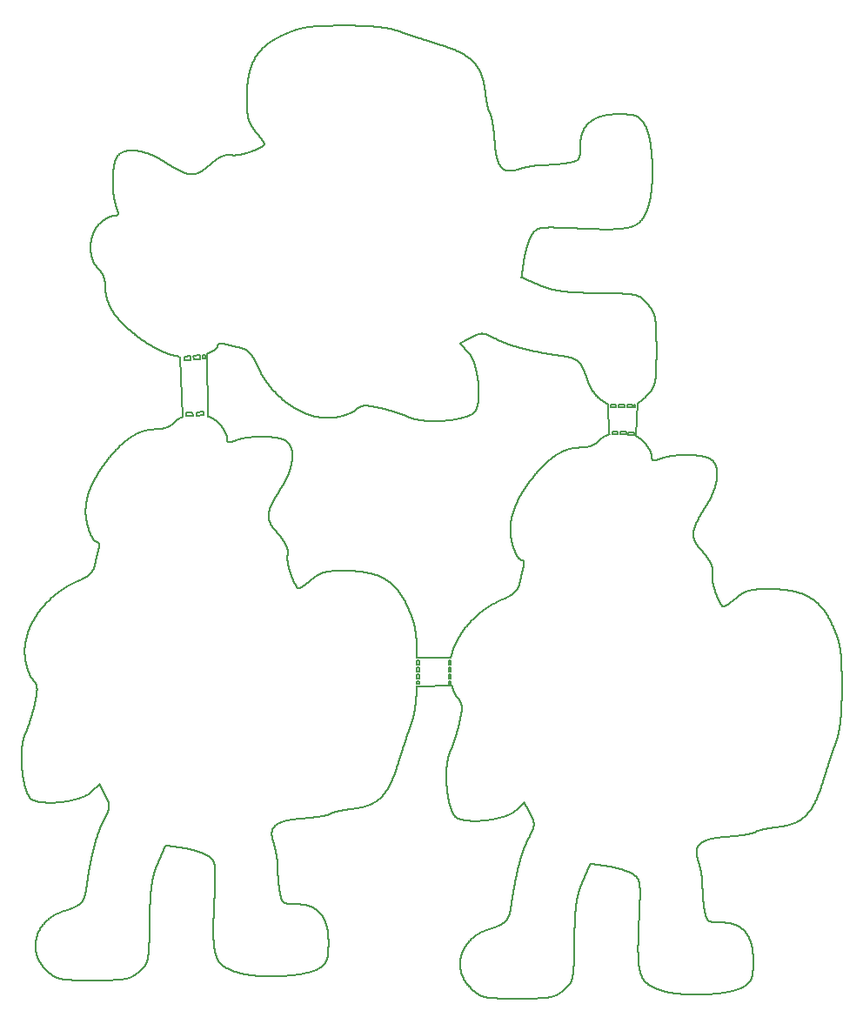
<source format=gbr>
G04 #@! TF.GenerationSoftware,KiCad,Pcbnew,(5.0.0-3-g5ebb6b6)*
G04 #@! TF.CreationDate,2019-09-09T21:19:02-07:00*
G04 #@! TF.ProjectId,panelized001,70616E656C697A65643030312E6B6963,rev?*
G04 #@! TF.SameCoordinates,Original*
G04 #@! TF.FileFunction,Profile,NP*
%FSLAX46Y46*%
G04 Gerber Fmt 4.6, Leading zero omitted, Abs format (unit mm)*
G04 Created by KiCad (PCBNEW (5.0.0-3-g5ebb6b6)) date Monday, September 09, 2019 at 09:19:02 PM*
%MOMM*%
%LPD*%
G01*
G04 APERTURE LIST*
%ADD10C,0.150000*%
%ADD11C,0.200000*%
G04 APERTURE END LIST*
D10*
X184454800Y-80746600D02*
X185089800Y-80695800D01*
X185089800Y-80695800D02*
X185064400Y-80340200D01*
X184429400Y-80391000D02*
X184454800Y-80746600D01*
X185064400Y-80340200D02*
X184429400Y-80391000D01*
X183413400Y-80797400D02*
X184048400Y-80746600D01*
X184048400Y-80746600D02*
X184023000Y-80391000D01*
X183388000Y-80441800D02*
X183413400Y-80797400D01*
X184023000Y-80391000D02*
X183388000Y-80441800D01*
X185242200Y-74828400D02*
X185013600Y-74828400D01*
X185242200Y-75209400D02*
X185242200Y-74828400D01*
X185013600Y-75209400D02*
X185242200Y-75209400D01*
X185013600Y-74828400D02*
X185013600Y-75209400D01*
X184150000Y-75285600D02*
X184785000Y-75234800D01*
X184785000Y-75234800D02*
X184759600Y-74879200D01*
X184124600Y-74930000D02*
X184150000Y-75285600D01*
X184759600Y-74879200D02*
X184124600Y-74930000D01*
X183845200Y-74955400D02*
X183210200Y-75006200D01*
X183870600Y-75311000D02*
X183845200Y-74955400D01*
X183235600Y-75361800D02*
X183870600Y-75311000D01*
X183210200Y-75006200D02*
X183235600Y-75361800D01*
X183083200Y-80848200D02*
X182778400Y-75006200D01*
X185445400Y-74701400D02*
X185521600Y-80822800D01*
X226974400Y-82600800D02*
X226974400Y-82346800D01*
X226974400Y-82346800D02*
X226441000Y-82346800D01*
X226441000Y-82372200D02*
X226441000Y-82600800D01*
X226441000Y-82600800D02*
X226974400Y-82600800D01*
X225679000Y-82296000D02*
X225679000Y-82524600D01*
X226212400Y-82524600D02*
X226212400Y-82270600D01*
X225679000Y-82524600D02*
X226212400Y-82524600D01*
X226212400Y-82270600D02*
X225679000Y-82270600D01*
X224891600Y-82296000D02*
X224891600Y-82524600D01*
X225425000Y-82524600D02*
X225425000Y-82270600D01*
X225425000Y-82270600D02*
X224891600Y-82270600D01*
X224891600Y-82524600D02*
X225425000Y-82524600D01*
X227101400Y-79629000D02*
X227050600Y-79629000D01*
X227101400Y-79933800D02*
X227101400Y-79629000D01*
X227050600Y-79933800D02*
X227101400Y-79933800D01*
X227050600Y-79629000D02*
X227050600Y-79933800D01*
X226314000Y-79705200D02*
X226314000Y-79933800D01*
X226847400Y-79933800D02*
X226847400Y-79679800D01*
X226847400Y-79679800D02*
X226314000Y-79679800D01*
X226314000Y-79933800D02*
X226847400Y-79933800D01*
X226060000Y-79933800D02*
X226060000Y-79679800D01*
X225526600Y-79933800D02*
X226060000Y-79933800D01*
X226060000Y-79679800D02*
X225526600Y-79679800D01*
X225526600Y-79705200D02*
X225526600Y-79933800D01*
X225247200Y-79679800D02*
X224713800Y-79679800D01*
X225247200Y-79933800D02*
X225247200Y-79679800D01*
X224713800Y-79933800D02*
X225247200Y-79933800D01*
X224713800Y-79705200D02*
X224713800Y-79933800D01*
X224586800Y-82550000D02*
X224434400Y-79603600D01*
X227177600Y-82727800D02*
X227355400Y-79502000D01*
X208978500Y-106553000D02*
X208978500Y-106807000D01*
X209169000Y-106807000D02*
X209169000Y-106553000D01*
X209042000Y-106553000D02*
X208978500Y-106553000D01*
X209169000Y-106553000D02*
X209042000Y-106553000D01*
X208978500Y-106807000D02*
X209169000Y-106807000D01*
X205930500Y-106553000D02*
X205867000Y-106553000D01*
X206057500Y-106553000D02*
X205930500Y-106553000D01*
X206057500Y-106807000D02*
X206057500Y-106553000D01*
X205867000Y-106807000D02*
X206057500Y-106807000D01*
X205867000Y-106553000D02*
X205867000Y-106807000D01*
X205867000Y-105918000D02*
X206057500Y-105918000D01*
X205867000Y-106362500D02*
X205867000Y-105918000D01*
X206057500Y-105918000D02*
X206057500Y-106362500D01*
X206057500Y-106362500D02*
X205867000Y-106362500D01*
X206057500Y-105664000D02*
X205867000Y-105664000D01*
X206057500Y-105219500D02*
X206057500Y-105664000D01*
X205867000Y-105219500D02*
X206057500Y-105219500D01*
X205867000Y-105664000D02*
X205867000Y-105219500D01*
X205867000Y-104521000D02*
X206057500Y-104521000D01*
X206057500Y-104965500D02*
X205867000Y-104965500D01*
X206057500Y-104521000D02*
X206057500Y-104965500D01*
X205867000Y-104965500D02*
X205867000Y-104521000D01*
X208978500Y-105918000D02*
X209169000Y-105918000D01*
X209169000Y-105918000D02*
X209169000Y-106362500D01*
X209169000Y-106362500D02*
X208978500Y-106362500D01*
X208978500Y-106362500D02*
X208978500Y-105918000D01*
X209169000Y-105219500D02*
X209169000Y-105664000D01*
X209169000Y-105664000D02*
X208978500Y-105664000D01*
X208978500Y-105664000D02*
X208978500Y-105219500D01*
X208978500Y-105219500D02*
X209169000Y-105219500D01*
X208978500Y-104521000D02*
X209169000Y-104521000D01*
X208978500Y-104965500D02*
X208978500Y-104521000D01*
X209169000Y-104965500D02*
X208978500Y-104965500D01*
X209169000Y-104521000D02*
X209169000Y-104965500D01*
D11*
X205867000Y-107061000D02*
X209296000Y-106997500D01*
X205867000Y-104267000D02*
X209169000Y-104267000D01*
X209583500Y-103055100D02*
X209623500Y-102968100D01*
X209545500Y-103142100D02*
X209583500Y-103055100D01*
X209507500Y-103229100D02*
X209545500Y-103142100D01*
X209472500Y-103317100D02*
X209507500Y-103229100D01*
X209437500Y-103405100D02*
X209472500Y-103317100D01*
X209404500Y-103492100D02*
X209437500Y-103405100D01*
X209372500Y-103580100D02*
X209404500Y-103492100D01*
X209341500Y-103668100D02*
X209372500Y-103580100D01*
X209312500Y-103756100D02*
X209341500Y-103668100D01*
X209284500Y-103845100D02*
X209312500Y-103756100D01*
X209257500Y-103933100D02*
X209284500Y-103845100D01*
X209232500Y-104021100D02*
X209257500Y-103933100D01*
X209208500Y-104109100D02*
X209232500Y-104021100D01*
X209186500Y-104198100D02*
X209208500Y-104109100D01*
X209165500Y-104286100D02*
X209186500Y-104198100D01*
X209277500Y-107036100D02*
X209269500Y-107010100D01*
X209285500Y-107062100D02*
X209277500Y-107036100D01*
X209293500Y-107087100D02*
X209285500Y-107062100D01*
X209301500Y-107113100D02*
X209293500Y-107087100D01*
X209309500Y-107138100D02*
X209301500Y-107113100D01*
X209317500Y-107163100D02*
X209309500Y-107138100D01*
X209325500Y-107188100D02*
X209317500Y-107163100D01*
X209334500Y-107213100D02*
X209325500Y-107188100D01*
X209342500Y-107238100D02*
X209334500Y-107213100D01*
X209351500Y-107263100D02*
X209342500Y-107238100D01*
X209359500Y-107287100D02*
X209351500Y-107263100D01*
X209368500Y-107311100D02*
X209359500Y-107287100D01*
X209376500Y-107336100D02*
X209368500Y-107311100D01*
X209385500Y-107359100D02*
X209376500Y-107336100D01*
X209394500Y-107383100D02*
X209385500Y-107359100D01*
X209403500Y-107407100D02*
X209394500Y-107383100D01*
X209412500Y-107430100D02*
X209403500Y-107407100D01*
X209421500Y-107453100D02*
X209412500Y-107430100D01*
X209430500Y-107476100D02*
X209421500Y-107453100D01*
X209439500Y-107499100D02*
X209430500Y-107476100D01*
X209448500Y-107522100D02*
X209439500Y-107499100D01*
X209458500Y-107544100D02*
X209448500Y-107522100D01*
X209467500Y-107566100D02*
X209458500Y-107544100D01*
X209476500Y-107588100D02*
X209467500Y-107566100D01*
X209486500Y-107610100D02*
X209476500Y-107588100D01*
X209495500Y-107631100D02*
X209486500Y-107610100D01*
X209505500Y-107653100D02*
X209495500Y-107631100D01*
X209514500Y-107674100D02*
X209505500Y-107653100D01*
X209524500Y-107694100D02*
X209514500Y-107674100D01*
X209533500Y-107715100D02*
X209524500Y-107694100D01*
X209543500Y-107735100D02*
X209533500Y-107715100D01*
X209553500Y-107755100D02*
X209543500Y-107735100D01*
X209562500Y-107775100D02*
X209553500Y-107755100D01*
X209572500Y-107794100D02*
X209562500Y-107775100D01*
X209582500Y-107813100D02*
X209572500Y-107794100D01*
X209592500Y-107832100D02*
X209582500Y-107813100D01*
X209601500Y-107850100D02*
X209592500Y-107832100D01*
X209611500Y-107869100D02*
X209601500Y-107850100D01*
X209621500Y-107887100D02*
X209611500Y-107869100D01*
X209631500Y-107904100D02*
X209621500Y-107887100D01*
X209641500Y-107922100D02*
X209631500Y-107904100D01*
X209651500Y-107939100D02*
X209641500Y-107922100D01*
X209661500Y-107955100D02*
X209651500Y-107939100D01*
X209671500Y-107972100D02*
X209661500Y-107955100D01*
X209681500Y-107988100D02*
X209671500Y-107972100D01*
X205806000Y-107953100D02*
X205802000Y-108013100D01*
X205810000Y-107892100D02*
X205806000Y-107953100D01*
X205814000Y-107831100D02*
X205810000Y-107892100D01*
X205818000Y-107769100D02*
X205814000Y-107831100D01*
X205822000Y-107707100D02*
X205818000Y-107769100D01*
X205826000Y-107644100D02*
X205822000Y-107707100D01*
X205829000Y-107580100D02*
X205826000Y-107644100D01*
X205833000Y-107516100D02*
X205829000Y-107580100D01*
X205836000Y-107452100D02*
X205833000Y-107516100D01*
X205839000Y-107386100D02*
X205836000Y-107452100D01*
X205843000Y-107321100D02*
X205839000Y-107386100D01*
X205845000Y-107254100D02*
X205843000Y-107321100D01*
X205848000Y-107187100D02*
X205845000Y-107254100D01*
X205851000Y-107120100D02*
X205848000Y-107187100D01*
X205854000Y-107051100D02*
X205851000Y-107120100D01*
X205870000Y-104158100D02*
X205872000Y-104248100D01*
X205869000Y-104069100D02*
X205870000Y-104158100D01*
X205868000Y-103982100D02*
X205869000Y-104069100D01*
X205866000Y-103896100D02*
X205868000Y-103982100D01*
X205864000Y-103812100D02*
X205866000Y-103896100D01*
X205862000Y-103729100D02*
X205864000Y-103812100D01*
X205860000Y-103647100D02*
X205862000Y-103729100D01*
X205858000Y-103567100D02*
X205860000Y-103647100D01*
X205856000Y-103488100D02*
X205858000Y-103567100D01*
X205854000Y-103410100D02*
X205856000Y-103488100D01*
X205851000Y-103334100D02*
X205854000Y-103410100D01*
X205848000Y-103259100D02*
X205851000Y-103334100D01*
X205846000Y-103185100D02*
X205848000Y-103259100D01*
X205843000Y-103112100D02*
X205846000Y-103185100D01*
X205839000Y-103040100D02*
X205843000Y-103112100D01*
X205836000Y-102970100D02*
X205839000Y-103040100D01*
X204866000Y-112008100D02*
X204851000Y-112052100D01*
X204880000Y-111964100D02*
X204866000Y-112008100D01*
X204895000Y-111920100D02*
X204880000Y-111964100D01*
X204909000Y-111877100D02*
X204895000Y-111920100D01*
X204924000Y-111833100D02*
X204909000Y-111877100D01*
X204938000Y-111791100D02*
X204924000Y-111833100D01*
X204952000Y-111748100D02*
X204938000Y-111791100D01*
X204967000Y-111706100D02*
X204952000Y-111748100D01*
X204981000Y-111664100D02*
X204967000Y-111706100D01*
X204994000Y-111623100D02*
X204981000Y-111664100D01*
X205008000Y-111582100D02*
X204994000Y-111623100D01*
X205022000Y-111541100D02*
X205008000Y-111582100D01*
X205036000Y-111501100D02*
X205022000Y-111541100D01*
X205049000Y-111461100D02*
X205036000Y-111501100D01*
X205062000Y-111422100D02*
X205049000Y-111461100D01*
X205076000Y-111383100D02*
X205062000Y-111422100D01*
X205089000Y-111344100D02*
X205076000Y-111383100D01*
X205102000Y-111306100D02*
X205089000Y-111344100D01*
X205115000Y-111268100D02*
X205102000Y-111306100D01*
X205127000Y-111231100D02*
X205115000Y-111268100D01*
X205140000Y-111194100D02*
X205127000Y-111231100D01*
X205152000Y-111158100D02*
X205140000Y-111194100D01*
X205165000Y-111122100D02*
X205152000Y-111158100D01*
X205177000Y-111087100D02*
X205165000Y-111122100D01*
X205189000Y-111052100D02*
X205177000Y-111087100D01*
X205201000Y-111018100D02*
X205189000Y-111052100D01*
X205213000Y-110984100D02*
X205201000Y-111018100D01*
X205224000Y-110951100D02*
X205213000Y-110984100D01*
X205235000Y-110918100D02*
X205224000Y-110951100D01*
X205247000Y-110886100D02*
X205235000Y-110918100D01*
X205258000Y-110854100D02*
X205247000Y-110886100D01*
X205269000Y-110823100D02*
X205258000Y-110854100D01*
X205279000Y-110793100D02*
X205269000Y-110823100D01*
X205290000Y-110763100D02*
X205279000Y-110793100D01*
X205300000Y-110734100D02*
X205290000Y-110763100D01*
X205310000Y-110705100D02*
X205300000Y-110734100D01*
X205320000Y-110677100D02*
X205310000Y-110705100D01*
X205330000Y-110649100D02*
X205320000Y-110677100D01*
X205343000Y-110614100D02*
X205330000Y-110649100D01*
X205355000Y-110579100D02*
X205343000Y-110614100D01*
X205367000Y-110544100D02*
X205355000Y-110579100D01*
X205378000Y-110508100D02*
X205367000Y-110544100D01*
X205390000Y-110472100D02*
X205378000Y-110508100D01*
X205402000Y-110436100D02*
X205390000Y-110472100D01*
X205413000Y-110399100D02*
X205402000Y-110436100D01*
X205424000Y-110362100D02*
X205413000Y-110399100D01*
X205435000Y-110324100D02*
X205424000Y-110362100D01*
X205446000Y-110286100D02*
X205435000Y-110324100D01*
X205457000Y-110248100D02*
X205446000Y-110286100D01*
X205467000Y-110209100D02*
X205457000Y-110248100D01*
X205478000Y-110170100D02*
X205467000Y-110209100D01*
X205488000Y-110131100D02*
X205478000Y-110170100D01*
X205498000Y-110091100D02*
X205488000Y-110131100D01*
X205509000Y-110051100D02*
X205498000Y-110091100D01*
X205518000Y-110010100D02*
X205509000Y-110051100D01*
X205528000Y-109969100D02*
X205518000Y-110010100D01*
X205538000Y-109927100D02*
X205528000Y-109969100D01*
X205547000Y-109885100D02*
X205538000Y-109927100D01*
X205557000Y-109843100D02*
X205547000Y-109885100D01*
X205566000Y-109800100D02*
X205557000Y-109843100D01*
X205575000Y-109757100D02*
X205566000Y-109800100D01*
X205584000Y-109714100D02*
X205575000Y-109757100D01*
X205593000Y-109670100D02*
X205584000Y-109714100D01*
X205601000Y-109625100D02*
X205593000Y-109670100D01*
X205610000Y-109580100D02*
X205601000Y-109625100D01*
X205618000Y-109535100D02*
X205610000Y-109580100D01*
X205626000Y-109489100D02*
X205618000Y-109535100D01*
X205634000Y-109443100D02*
X205626000Y-109489100D01*
X205642000Y-109396100D02*
X205634000Y-109443100D01*
X205650000Y-109349100D02*
X205642000Y-109396100D01*
X205658000Y-109302100D02*
X205650000Y-109349100D01*
X205665000Y-109254100D02*
X205658000Y-109302100D01*
X205673000Y-109205100D02*
X205665000Y-109254100D01*
X205680000Y-109156100D02*
X205673000Y-109205100D01*
X205687000Y-109107100D02*
X205680000Y-109156100D01*
X205694000Y-109057100D02*
X205687000Y-109107100D01*
X205701000Y-109006100D02*
X205694000Y-109057100D01*
X205708000Y-108956100D02*
X205701000Y-109006100D01*
X205714000Y-108904100D02*
X205708000Y-108956100D01*
X205721000Y-108852100D02*
X205714000Y-108904100D01*
X205727000Y-108800100D02*
X205721000Y-108852100D01*
X205733000Y-108747100D02*
X205727000Y-108800100D01*
X205739000Y-108694100D02*
X205733000Y-108747100D01*
X205745000Y-108640100D02*
X205739000Y-108694100D01*
X205751000Y-108586100D02*
X205745000Y-108640100D01*
X205757000Y-108531100D02*
X205751000Y-108586100D01*
X205762000Y-108475100D02*
X205757000Y-108531100D01*
X205768000Y-108419100D02*
X205762000Y-108475100D01*
X205773000Y-108363100D02*
X205768000Y-108419100D01*
X205778000Y-108306100D02*
X205773000Y-108363100D01*
X205783000Y-108249100D02*
X205778000Y-108306100D01*
X205788000Y-108191100D02*
X205783000Y-108249100D01*
X205793000Y-108132100D02*
X205788000Y-108191100D01*
X205797000Y-108073100D02*
X205793000Y-108132100D01*
X205802000Y-108013100D02*
X205797000Y-108073100D01*
X205833000Y-102900100D02*
X205836000Y-102970100D01*
X205829000Y-102832100D02*
X205833000Y-102900100D01*
X205825000Y-102765100D02*
X205829000Y-102832100D01*
X205821000Y-102699100D02*
X205825000Y-102765100D01*
X205817000Y-102633100D02*
X205821000Y-102699100D01*
X205813000Y-102569100D02*
X205817000Y-102633100D01*
X205808000Y-102506100D02*
X205813000Y-102569100D01*
X205803000Y-102444100D02*
X205808000Y-102506100D01*
X205798000Y-102382100D02*
X205803000Y-102444100D01*
X205793000Y-102322100D02*
X205798000Y-102382100D01*
X205788000Y-102262100D02*
X205793000Y-102322100D01*
X205782000Y-102203100D02*
X205788000Y-102262100D01*
X205777000Y-102145100D02*
X205782000Y-102203100D01*
X205771000Y-102088100D02*
X205777000Y-102145100D01*
X205764000Y-102031100D02*
X205771000Y-102088100D01*
X205758000Y-101976100D02*
X205764000Y-102031100D01*
X205751000Y-101921100D02*
X205758000Y-101976100D01*
X205744000Y-101866100D02*
X205751000Y-101921100D01*
X205737000Y-101812100D02*
X205744000Y-101866100D01*
X205730000Y-101759100D02*
X205737000Y-101812100D01*
X205722000Y-101707100D02*
X205730000Y-101759100D01*
X205714000Y-101655100D02*
X205722000Y-101707100D01*
X205706000Y-101603100D02*
X205714000Y-101655100D01*
X205697000Y-101552100D02*
X205706000Y-101603100D01*
X205689000Y-101502100D02*
X205697000Y-101552100D01*
X205680000Y-101452100D02*
X205689000Y-101502100D01*
X205670000Y-101403100D02*
X205680000Y-101452100D01*
X205661000Y-101353100D02*
X205670000Y-101403100D01*
X205651000Y-101305100D02*
X205661000Y-101353100D01*
X205641000Y-101256100D02*
X205651000Y-101305100D01*
X205630000Y-101208100D02*
X205641000Y-101256100D01*
X205620000Y-101161100D02*
X205630000Y-101208100D01*
X205609000Y-101113100D02*
X205620000Y-101161100D01*
X205597000Y-101066100D02*
X205609000Y-101113100D01*
X205586000Y-101019100D02*
X205597000Y-101066100D01*
X205574000Y-100973100D02*
X205586000Y-101019100D01*
X205562000Y-100926100D02*
X205574000Y-100973100D01*
X205549000Y-100880100D02*
X205562000Y-100926100D01*
X205536000Y-100834100D02*
X205549000Y-100880100D01*
X205523000Y-100787100D02*
X205536000Y-100834100D01*
X205509000Y-100741100D02*
X205523000Y-100787100D01*
X205496000Y-100695100D02*
X205509000Y-100741100D01*
X205481000Y-100650100D02*
X205496000Y-100695100D01*
X205467000Y-100604100D02*
X205481000Y-100650100D01*
X205452000Y-100558100D02*
X205467000Y-100604100D01*
X205436000Y-100512100D02*
X205452000Y-100558100D01*
X205421000Y-100466100D02*
X205436000Y-100512100D01*
X205405000Y-100419100D02*
X205421000Y-100466100D01*
X205388000Y-100373100D02*
X205405000Y-100419100D01*
X205372000Y-100327100D02*
X205388000Y-100373100D01*
X205355000Y-100280100D02*
X205372000Y-100327100D01*
X205337000Y-100233100D02*
X205355000Y-100280100D01*
X205319000Y-100186100D02*
X205337000Y-100233100D01*
X205301000Y-100139100D02*
X205319000Y-100186100D01*
X205282000Y-100091100D02*
X205301000Y-100139100D01*
X205263000Y-100043100D02*
X205282000Y-100091100D01*
X205244000Y-99995100D02*
X205263000Y-100043100D01*
X205224000Y-99946100D02*
X205244000Y-99995100D01*
X205204000Y-99897100D02*
X205224000Y-99946100D01*
X205183000Y-99848100D02*
X205204000Y-99897100D01*
X205162000Y-99798100D02*
X205183000Y-99848100D01*
X205140000Y-99748100D02*
X205162000Y-99798100D01*
X205118000Y-99697100D02*
X205140000Y-99748100D01*
X205096000Y-99646100D02*
X205118000Y-99697100D01*
X205073000Y-99594100D02*
X205096000Y-99646100D01*
X205050000Y-99542100D02*
X205073000Y-99594100D01*
X205026000Y-99489100D02*
X205050000Y-99542100D01*
X205002000Y-99435100D02*
X205026000Y-99489100D01*
X204978000Y-99381100D02*
X205002000Y-99435100D01*
X204953000Y-99326100D02*
X204978000Y-99381100D01*
X204927000Y-99270100D02*
X204953000Y-99326100D01*
X204892000Y-99195100D02*
X204927000Y-99270100D01*
X204856000Y-99118100D02*
X204892000Y-99195100D01*
X204819000Y-99043100D02*
X204856000Y-99118100D01*
X204782000Y-98968100D02*
X204819000Y-99043100D01*
X204745000Y-98894100D02*
X204782000Y-98968100D01*
X204707000Y-98822100D02*
X204745000Y-98894100D01*
X204669000Y-98750100D02*
X204707000Y-98822100D01*
X204631000Y-98679100D02*
X204669000Y-98750100D01*
X204592000Y-98610100D02*
X204631000Y-98679100D01*
X204553000Y-98541100D02*
X204592000Y-98610100D01*
X204514000Y-98474100D02*
X204553000Y-98541100D01*
X204474000Y-98407100D02*
X204514000Y-98474100D01*
X204434000Y-98341100D02*
X204474000Y-98407100D01*
X204393000Y-98277100D02*
X204434000Y-98341100D01*
X204352000Y-98213100D02*
X204393000Y-98277100D01*
X204311000Y-98151100D02*
X204352000Y-98213100D01*
X204269000Y-98089100D02*
X204311000Y-98151100D01*
X204227000Y-98028100D02*
X204269000Y-98089100D01*
X204184000Y-97968100D02*
X204227000Y-98028100D01*
X204141000Y-97909100D02*
X204184000Y-97968100D01*
X204097000Y-97851100D02*
X204141000Y-97909100D01*
X204053000Y-97795100D02*
X204097000Y-97851100D01*
X204009000Y-97738100D02*
X204053000Y-97795100D01*
X203964000Y-97683100D02*
X204009000Y-97738100D01*
X203918000Y-97629100D02*
X203964000Y-97683100D01*
X203872000Y-97576100D02*
X203918000Y-97629100D01*
X203825000Y-97524100D02*
X203872000Y-97576100D01*
X203778000Y-97472100D02*
X203825000Y-97524100D01*
X203731000Y-97422100D02*
X203778000Y-97472100D01*
X203682000Y-97372100D02*
X203731000Y-97422100D01*
X203634000Y-97323100D02*
X203682000Y-97372100D01*
X203584000Y-97276100D02*
X203634000Y-97323100D01*
X203534000Y-97229100D02*
X203584000Y-97276100D01*
X203484000Y-97183100D02*
X203534000Y-97229100D01*
X203433000Y-97137100D02*
X203484000Y-97183100D01*
X203381000Y-97093100D02*
X203433000Y-97137100D01*
X203329000Y-97050100D02*
X203381000Y-97093100D01*
X203276000Y-97007100D02*
X203329000Y-97050100D01*
X203223000Y-96965100D02*
X203276000Y-97007100D01*
X203169000Y-96925100D02*
X203223000Y-96965100D01*
X203114000Y-96884100D02*
X203169000Y-96925100D01*
X203058000Y-96845100D02*
X203114000Y-96884100D01*
X203002000Y-96807100D02*
X203058000Y-96845100D01*
X202946000Y-96769100D02*
X203002000Y-96807100D01*
X202888000Y-96733100D02*
X202946000Y-96769100D01*
X202830000Y-96697100D02*
X202888000Y-96733100D01*
X202771000Y-96662100D02*
X202830000Y-96697100D01*
X202712000Y-96628100D02*
X202771000Y-96662100D01*
X202652000Y-96594100D02*
X202712000Y-96628100D01*
X202591000Y-96562100D02*
X202652000Y-96594100D01*
X202529000Y-96530100D02*
X202591000Y-96562100D01*
X202467000Y-96499100D02*
X202529000Y-96530100D01*
X202404000Y-96469100D02*
X202467000Y-96499100D01*
X202340000Y-96439100D02*
X202404000Y-96469100D01*
X202275000Y-96410100D02*
X202340000Y-96439100D01*
X202210000Y-96383100D02*
X202275000Y-96410100D01*
X202143000Y-96355100D02*
X202210000Y-96383100D01*
X202076000Y-96329100D02*
X202143000Y-96355100D01*
X202009000Y-96303100D02*
X202076000Y-96329100D01*
X201940000Y-96279100D02*
X202009000Y-96303100D01*
X201870000Y-96254100D02*
X201940000Y-96279100D01*
X201800000Y-96231100D02*
X201870000Y-96254100D01*
X201729000Y-96208100D02*
X201800000Y-96231100D01*
X201657000Y-96187100D02*
X201729000Y-96208100D01*
X201584000Y-96165100D02*
X201657000Y-96187100D01*
X201511000Y-96145100D02*
X201584000Y-96165100D01*
X201436000Y-96125100D02*
X201511000Y-96145100D01*
X201361000Y-96106100D02*
X201436000Y-96125100D01*
X201284000Y-96088100D02*
X201361000Y-96106100D01*
X201207000Y-96070100D02*
X201284000Y-96088100D01*
X201129000Y-96053100D02*
X201207000Y-96070100D01*
X201050000Y-96037100D02*
X201129000Y-96053100D01*
X200970000Y-96022100D02*
X201050000Y-96037100D01*
X200889000Y-96007100D02*
X200970000Y-96022100D01*
X200807000Y-95993100D02*
X200889000Y-96007100D01*
X200725000Y-95979100D02*
X200807000Y-95993100D01*
X200641000Y-95966100D02*
X200725000Y-95979100D01*
X200556000Y-95954100D02*
X200641000Y-95966100D01*
X200470000Y-95943100D02*
X200556000Y-95954100D01*
X200384000Y-95932100D02*
X200470000Y-95943100D01*
X200296000Y-95922100D02*
X200384000Y-95932100D01*
X200207000Y-95912100D02*
X200296000Y-95922100D01*
X200118000Y-95903100D02*
X200207000Y-95912100D01*
X200027000Y-95895100D02*
X200118000Y-95903100D01*
X199935000Y-95887100D02*
X200027000Y-95895100D01*
X199842000Y-95880100D02*
X199935000Y-95887100D01*
X199748000Y-95874100D02*
X199842000Y-95880100D01*
X199653000Y-95868100D02*
X199748000Y-95874100D01*
X199557000Y-95863100D02*
X199653000Y-95868100D01*
X199460000Y-95858100D02*
X199557000Y-95863100D01*
X199362000Y-95854100D02*
X199460000Y-95858100D01*
X199263000Y-95851100D02*
X199362000Y-95854100D01*
X199163000Y-95848100D02*
X199263000Y-95851100D01*
X199061000Y-95846100D02*
X199163000Y-95848100D01*
X198959000Y-95844100D02*
X199061000Y-95846100D01*
X198855000Y-95843100D02*
X198959000Y-95844100D01*
X198764000Y-95843100D02*
X198855000Y-95843100D01*
X198707000Y-95842100D02*
X198764000Y-95843100D01*
X198652000Y-95842100D02*
X198707000Y-95842100D01*
X198597000Y-95843100D02*
X198652000Y-95842100D01*
X198543000Y-95843100D02*
X198597000Y-95843100D01*
X198490000Y-95843100D02*
X198543000Y-95843100D01*
X198437000Y-95843100D02*
X198490000Y-95843100D01*
X198385000Y-95844100D02*
X198437000Y-95843100D01*
X198335000Y-95845100D02*
X198385000Y-95844100D01*
X198284000Y-95845100D02*
X198335000Y-95845100D01*
X198235000Y-95846100D02*
X198284000Y-95845100D01*
X198186000Y-95847100D02*
X198235000Y-95846100D01*
X198139000Y-95848100D02*
X198186000Y-95847100D01*
X198091000Y-95850100D02*
X198139000Y-95848100D01*
X198045000Y-95851100D02*
X198091000Y-95850100D01*
X197999000Y-95853100D02*
X198045000Y-95851100D01*
X197954000Y-95854100D02*
X197999000Y-95853100D01*
X197910000Y-95856100D02*
X197954000Y-95854100D01*
X197866000Y-95858100D02*
X197910000Y-95856100D01*
X197823000Y-95860100D02*
X197866000Y-95858100D01*
X197780000Y-95863100D02*
X197823000Y-95860100D01*
X197738000Y-95865100D02*
X197780000Y-95863100D01*
X197697000Y-95868100D02*
X197738000Y-95865100D01*
X197656000Y-95871100D02*
X197697000Y-95868100D01*
X197616000Y-95874100D02*
X197656000Y-95871100D01*
X197577000Y-95877100D02*
X197616000Y-95874100D01*
X197538000Y-95880100D02*
X197577000Y-95877100D01*
X197499000Y-95884100D02*
X197538000Y-95880100D01*
X197462000Y-95887100D02*
X197499000Y-95884100D01*
X197424000Y-95891100D02*
X197462000Y-95887100D01*
X197387000Y-95895100D02*
X197424000Y-95891100D01*
X197351000Y-95900100D02*
X197387000Y-95895100D01*
X197315000Y-95904100D02*
X197351000Y-95900100D01*
X197280000Y-95909100D02*
X197315000Y-95904100D01*
X197245000Y-95914100D02*
X197280000Y-95909100D01*
X197211000Y-95919100D02*
X197245000Y-95914100D01*
X197177000Y-95924100D02*
X197211000Y-95919100D01*
X197143000Y-95930100D02*
X197177000Y-95924100D01*
X197110000Y-95935100D02*
X197143000Y-95930100D01*
X197078000Y-95941100D02*
X197110000Y-95935100D01*
X197045000Y-95948100D02*
X197078000Y-95941100D01*
X197013000Y-95954100D02*
X197045000Y-95948100D01*
X196982000Y-95961100D02*
X197013000Y-95954100D01*
X196951000Y-95967100D02*
X196982000Y-95961100D01*
X196920000Y-95975100D02*
X196951000Y-95967100D01*
X196889000Y-95982100D02*
X196920000Y-95975100D01*
X196859000Y-95990100D02*
X196889000Y-95982100D01*
X196829000Y-95997100D02*
X196859000Y-95990100D01*
X196800000Y-96005100D02*
X196829000Y-95997100D01*
X196771000Y-96014100D02*
X196800000Y-96005100D01*
X196742000Y-96022100D02*
X196771000Y-96014100D01*
X196713000Y-96031100D02*
X196742000Y-96022100D01*
X196685000Y-96040100D02*
X196713000Y-96031100D01*
X196656000Y-96050100D02*
X196685000Y-96040100D01*
X196628000Y-96060100D02*
X196656000Y-96050100D01*
X196601000Y-96069100D02*
X196628000Y-96060100D01*
X196573000Y-96080100D02*
X196601000Y-96069100D01*
X196546000Y-96090100D02*
X196573000Y-96080100D01*
X196519000Y-96101100D02*
X196546000Y-96090100D01*
X196492000Y-96112100D02*
X196519000Y-96101100D01*
X196465000Y-96123100D02*
X196492000Y-96112100D01*
X196438000Y-96135100D02*
X196465000Y-96123100D01*
X196412000Y-96147100D02*
X196438000Y-96135100D01*
X196386000Y-96159100D02*
X196412000Y-96147100D01*
X196359000Y-96172100D02*
X196386000Y-96159100D01*
X196333000Y-96185100D02*
X196359000Y-96172100D01*
X196307000Y-96198100D02*
X196333000Y-96185100D01*
X196281000Y-96211100D02*
X196307000Y-96198100D01*
X196255000Y-96225100D02*
X196281000Y-96211100D01*
X196229000Y-96239100D02*
X196255000Y-96225100D01*
X196204000Y-96254100D02*
X196229000Y-96239100D01*
X196178000Y-96268100D02*
X196204000Y-96254100D01*
X196152000Y-96284100D02*
X196178000Y-96268100D01*
X196126000Y-96299100D02*
X196152000Y-96284100D01*
X196101000Y-96315100D02*
X196126000Y-96299100D01*
X196075000Y-96331100D02*
X196101000Y-96315100D01*
X196049000Y-96347100D02*
X196075000Y-96331100D01*
X196023000Y-96364100D02*
X196049000Y-96347100D01*
X195998000Y-96381100D02*
X196023000Y-96364100D01*
X195972000Y-96399100D02*
X195998000Y-96381100D01*
X195946000Y-96417100D02*
X195972000Y-96399100D01*
X195920000Y-96435100D02*
X195946000Y-96417100D01*
X195894000Y-96453100D02*
X195920000Y-96435100D01*
X195867000Y-96472100D02*
X195894000Y-96453100D01*
X195841000Y-96492100D02*
X195867000Y-96472100D01*
X195815000Y-96511100D02*
X195841000Y-96492100D01*
X195788000Y-96531100D02*
X195815000Y-96511100D01*
X195761000Y-96552100D02*
X195788000Y-96531100D01*
X195734000Y-96573100D02*
X195761000Y-96552100D01*
X195707000Y-96594100D02*
X195734000Y-96573100D01*
X195680000Y-96615100D02*
X195707000Y-96594100D01*
X195652000Y-96637100D02*
X195680000Y-96615100D01*
X195624000Y-96660100D02*
X195652000Y-96637100D01*
X195596000Y-96683100D02*
X195624000Y-96660100D01*
X195568000Y-96706100D02*
X195596000Y-96683100D01*
X195540000Y-96729100D02*
X195568000Y-96706100D01*
X195511000Y-96753100D02*
X195540000Y-96729100D01*
X195489000Y-96772100D02*
X195511000Y-96753100D01*
X195471000Y-96787100D02*
X195489000Y-96772100D01*
X195452000Y-96803100D02*
X195471000Y-96787100D01*
X195433000Y-96818100D02*
X195452000Y-96803100D01*
X195415000Y-96834100D02*
X195433000Y-96818100D01*
X195396000Y-96849100D02*
X195415000Y-96834100D01*
X195378000Y-96864100D02*
X195396000Y-96849100D01*
X195359000Y-96879100D02*
X195378000Y-96864100D01*
X195341000Y-96894100D02*
X195359000Y-96879100D01*
X195322000Y-96909100D02*
X195341000Y-96894100D01*
X195304000Y-96924100D02*
X195322000Y-96909100D01*
X195286000Y-96938100D02*
X195304000Y-96924100D01*
X195268000Y-96953100D02*
X195286000Y-96938100D01*
X195250000Y-96967100D02*
X195268000Y-96953100D01*
X195232000Y-96982100D02*
X195250000Y-96967100D01*
X195214000Y-96996100D02*
X195232000Y-96982100D01*
X195196000Y-97010100D02*
X195214000Y-96996100D01*
X195179000Y-97024100D02*
X195196000Y-97010100D01*
X195161000Y-97037100D02*
X195179000Y-97024100D01*
X195143000Y-97051100D02*
X195161000Y-97037100D01*
X195126000Y-97064100D02*
X195143000Y-97051100D01*
X195109000Y-97078100D02*
X195126000Y-97064100D01*
X195092000Y-97091100D02*
X195109000Y-97078100D01*
X195074000Y-97104100D02*
X195092000Y-97091100D01*
X195057000Y-97117100D02*
X195074000Y-97104100D01*
X195040000Y-97130100D02*
X195057000Y-97117100D01*
X195024000Y-97142100D02*
X195040000Y-97130100D01*
X195007000Y-97155100D02*
X195024000Y-97142100D01*
X194990000Y-97167100D02*
X195007000Y-97155100D01*
X194974000Y-97179100D02*
X194990000Y-97167100D01*
X194958000Y-97191100D02*
X194974000Y-97179100D01*
X194942000Y-97203100D02*
X194958000Y-97191100D01*
X194925000Y-97215100D02*
X194942000Y-97203100D01*
X194910000Y-97226100D02*
X194925000Y-97215100D01*
X194894000Y-97238100D02*
X194910000Y-97226100D01*
X194878000Y-97249100D02*
X194894000Y-97238100D01*
X194863000Y-97260100D02*
X194878000Y-97249100D01*
X194847000Y-97271100D02*
X194863000Y-97260100D01*
X194832000Y-97282100D02*
X194847000Y-97271100D01*
X194817000Y-97292100D02*
X194832000Y-97282100D01*
X194802000Y-97303100D02*
X194817000Y-97292100D01*
X194787000Y-97313100D02*
X194802000Y-97303100D01*
X194773000Y-97323100D02*
X194787000Y-97313100D01*
X194758000Y-97333100D02*
X194773000Y-97323100D01*
X194744000Y-97342100D02*
X194758000Y-97333100D01*
X194730000Y-97352100D02*
X194744000Y-97342100D01*
X194716000Y-97361100D02*
X194730000Y-97352100D01*
X194702000Y-97370100D02*
X194716000Y-97361100D01*
X194688000Y-97379100D02*
X194702000Y-97370100D01*
X194675000Y-97388100D02*
X194688000Y-97379100D01*
X194662000Y-97397100D02*
X194675000Y-97388100D01*
X194649000Y-97405100D02*
X194662000Y-97397100D01*
X194636000Y-97413100D02*
X194649000Y-97405100D01*
X194623000Y-97421100D02*
X194636000Y-97413100D01*
X194611000Y-97429100D02*
X194623000Y-97421100D01*
X194598000Y-97437100D02*
X194611000Y-97429100D01*
X194586000Y-97444100D02*
X194598000Y-97437100D01*
X194574000Y-97451100D02*
X194586000Y-97444100D01*
X194562000Y-97458100D02*
X194574000Y-97451100D01*
X194551000Y-97465100D02*
X194562000Y-97458100D01*
X194540000Y-97472100D02*
X194551000Y-97465100D01*
X194529000Y-97478100D02*
X194540000Y-97472100D01*
X194518000Y-97484100D02*
X194529000Y-97478100D01*
X194507000Y-97490100D02*
X194518000Y-97484100D01*
X194497000Y-97496100D02*
X194507000Y-97490100D01*
X194486000Y-97501100D02*
X194497000Y-97496100D01*
X194476000Y-97507100D02*
X194486000Y-97501100D01*
X194467000Y-97512100D02*
X194476000Y-97507100D01*
X194457000Y-97517100D02*
X194467000Y-97512100D01*
X194448000Y-97521100D02*
X194457000Y-97517100D01*
X194439000Y-97526100D02*
X194448000Y-97521100D01*
X194430000Y-97530100D02*
X194439000Y-97526100D01*
X194421000Y-97534100D02*
X194430000Y-97530100D01*
X194413000Y-97537100D02*
X194421000Y-97534100D01*
X194405000Y-97541100D02*
X194413000Y-97537100D01*
X194397000Y-97544100D02*
X194405000Y-97541100D01*
X194389000Y-97547100D02*
X194397000Y-97544100D01*
X194382000Y-97550100D02*
X194389000Y-97547100D01*
X194375000Y-97552100D02*
X194382000Y-97550100D01*
X194368000Y-97555100D02*
X194375000Y-97552100D01*
X194361000Y-97557100D02*
X194368000Y-97555100D01*
X194355000Y-97558100D02*
X194361000Y-97557100D01*
X194349000Y-97560100D02*
X194355000Y-97558100D01*
X194343000Y-97561100D02*
X194349000Y-97560100D01*
X194338000Y-97562100D02*
X194343000Y-97561100D01*
X194333000Y-97563100D02*
X194338000Y-97562100D01*
X194328000Y-97564100D02*
X194333000Y-97563100D01*
X194323000Y-97564100D02*
X194328000Y-97564100D01*
X194319000Y-97564100D02*
X194323000Y-97564100D01*
X194315000Y-97564100D02*
X194319000Y-97564100D01*
X194311000Y-97563100D02*
X194315000Y-97564100D01*
X194307000Y-97562100D02*
X194311000Y-97563100D01*
X194304000Y-97561100D02*
X194307000Y-97562100D01*
X194301000Y-97560100D02*
X194304000Y-97561100D01*
X194299000Y-97558100D02*
X194301000Y-97560100D01*
X194297000Y-97556100D02*
X194299000Y-97558100D01*
X194293000Y-97552100D02*
X194297000Y-97556100D01*
X194275000Y-97530100D02*
X194293000Y-97552100D01*
X194257000Y-97507100D02*
X194275000Y-97530100D01*
X194239000Y-97483100D02*
X194257000Y-97507100D01*
X194221000Y-97458100D02*
X194239000Y-97483100D01*
X194204000Y-97433100D02*
X194221000Y-97458100D01*
X194186000Y-97407100D02*
X194204000Y-97433100D01*
X194168000Y-97381100D02*
X194186000Y-97407100D01*
X194150000Y-97354100D02*
X194168000Y-97381100D01*
X194132000Y-97326100D02*
X194150000Y-97354100D01*
X194115000Y-97298100D02*
X194132000Y-97326100D01*
X194097000Y-97269100D02*
X194115000Y-97298100D01*
X194079000Y-97239100D02*
X194097000Y-97269100D01*
X194062000Y-97210100D02*
X194079000Y-97239100D01*
X194044000Y-97179100D02*
X194062000Y-97210100D01*
X194027000Y-97148100D02*
X194044000Y-97179100D01*
X194010000Y-97117100D02*
X194027000Y-97148100D01*
X193992000Y-97085100D02*
X194010000Y-97117100D01*
X193975000Y-97053100D02*
X193992000Y-97085100D01*
X193958000Y-97020100D02*
X193975000Y-97053100D01*
X193941000Y-96986100D02*
X193958000Y-97020100D01*
X193924000Y-96953100D02*
X193941000Y-96986100D01*
X193907000Y-96919100D02*
X193924000Y-96953100D01*
X193890000Y-96884100D02*
X193907000Y-96919100D01*
X193874000Y-96850100D02*
X193890000Y-96884100D01*
X193857000Y-96814100D02*
X193874000Y-96850100D01*
X193841000Y-96779100D02*
X193857000Y-96814100D01*
X193825000Y-96743100D02*
X193841000Y-96779100D01*
X193809000Y-96707100D02*
X193825000Y-96743100D01*
X193793000Y-96670100D02*
X193809000Y-96707100D01*
X193777000Y-96634100D02*
X193793000Y-96670100D01*
X193761000Y-96597100D02*
X193777000Y-96634100D01*
X193745000Y-96560100D02*
X193761000Y-96597100D01*
X193730000Y-96522100D02*
X193745000Y-96560100D01*
X193715000Y-96484100D02*
X193730000Y-96522100D01*
X193700000Y-96446100D02*
X193715000Y-96484100D01*
X193685000Y-96408100D02*
X193700000Y-96446100D01*
X193670000Y-96370100D02*
X193685000Y-96408100D01*
X193655000Y-96332100D02*
X193670000Y-96370100D01*
X193641000Y-96293100D02*
X193655000Y-96332100D01*
X193627000Y-96254100D02*
X193641000Y-96293100D01*
X193613000Y-96216100D02*
X193627000Y-96254100D01*
X193599000Y-96177100D02*
X193613000Y-96216100D01*
X193585000Y-96138100D02*
X193599000Y-96177100D01*
X193572000Y-96099100D02*
X193585000Y-96138100D01*
X193558000Y-96059100D02*
X193572000Y-96099100D01*
X193545000Y-96020100D02*
X193558000Y-96059100D01*
X193532000Y-95981100D02*
X193545000Y-96020100D01*
X193520000Y-95942100D02*
X193532000Y-95981100D01*
X193508000Y-95903100D02*
X193520000Y-95942100D01*
X193495000Y-95863100D02*
X193508000Y-95903100D01*
X193483000Y-95824100D02*
X193495000Y-95863100D01*
X193472000Y-95785100D02*
X193483000Y-95824100D01*
X193460000Y-95746100D02*
X193472000Y-95785100D01*
X193449000Y-95707100D02*
X193460000Y-95746100D01*
X193438000Y-95668100D02*
X193449000Y-95707100D01*
X193428000Y-95629100D02*
X193438000Y-95668100D01*
X193417000Y-95591100D02*
X193428000Y-95629100D01*
X193407000Y-95552100D02*
X193417000Y-95591100D01*
X193397000Y-95514100D02*
X193407000Y-95552100D01*
X193388000Y-95476100D02*
X193397000Y-95514100D01*
X193379000Y-95438100D02*
X193388000Y-95476100D01*
X193370000Y-95400100D02*
X193379000Y-95438100D01*
X193361000Y-95362100D02*
X193370000Y-95400100D01*
X193353000Y-95325100D02*
X193361000Y-95362100D01*
X193344000Y-95288100D02*
X193353000Y-95325100D01*
X193337000Y-95251100D02*
X193344000Y-95288100D01*
X193329000Y-95214100D02*
X193337000Y-95251100D01*
X193322000Y-95178100D02*
X193329000Y-95214100D01*
X193315000Y-95142100D02*
X193322000Y-95178100D01*
X193309000Y-95106100D02*
X193315000Y-95142100D01*
X193303000Y-95071100D02*
X193309000Y-95106100D01*
X193297000Y-95036100D02*
X193303000Y-95071100D01*
X193291000Y-95001100D02*
X193297000Y-95036100D01*
X193286000Y-94967100D02*
X193291000Y-95001100D01*
X193281000Y-94933100D02*
X193286000Y-94967100D01*
X193277000Y-94900100D02*
X193281000Y-94933100D01*
X193273000Y-94867100D02*
X193277000Y-94900100D01*
X193269000Y-94834100D02*
X193273000Y-94867100D01*
X193266000Y-94802100D02*
X193269000Y-94834100D01*
X193263000Y-94770100D02*
X193266000Y-94802100D01*
X193260000Y-94739100D02*
X193263000Y-94770100D01*
X193258000Y-94708100D02*
X193260000Y-94739100D01*
X193256000Y-94678100D02*
X193258000Y-94708100D01*
X193255000Y-94648100D02*
X193256000Y-94678100D01*
X193254000Y-94619100D02*
X193255000Y-94648100D01*
X193253000Y-94591100D02*
X193254000Y-94619100D01*
X193253000Y-94562100D02*
X193253000Y-94591100D01*
X193253000Y-94535100D02*
X193253000Y-94562100D01*
X193254000Y-94508100D02*
X193253000Y-94535100D01*
X193255000Y-94482100D02*
X193254000Y-94508100D01*
X193256000Y-94456100D02*
X193255000Y-94482100D01*
X193258000Y-94431100D02*
X193256000Y-94456100D01*
X193260000Y-94407100D02*
X193258000Y-94431100D01*
X193263000Y-94384100D02*
X193260000Y-94407100D01*
X193266000Y-94361100D02*
X193263000Y-94384100D01*
X193270000Y-94339100D02*
X193266000Y-94361100D01*
X193274000Y-94318100D02*
X193270000Y-94339100D01*
X193277000Y-94299100D02*
X193274000Y-94318100D01*
X193280000Y-94280100D02*
X193277000Y-94299100D01*
X193283000Y-94260100D02*
X193280000Y-94280100D01*
X193286000Y-94241100D02*
X193283000Y-94260100D01*
X193288000Y-94222100D02*
X193286000Y-94241100D01*
X193290000Y-94203100D02*
X193288000Y-94222100D01*
X193292000Y-94183100D02*
X193290000Y-94203100D01*
X193294000Y-94164100D02*
X193292000Y-94183100D01*
X193295000Y-94145100D02*
X193294000Y-94164100D01*
X193296000Y-94126100D02*
X193295000Y-94145100D01*
X193297000Y-94106100D02*
X193296000Y-94126100D01*
X193298000Y-94087100D02*
X193297000Y-94106100D01*
X193298000Y-94068100D02*
X193298000Y-94087100D01*
X193298000Y-94048100D02*
X193298000Y-94068100D01*
X193298000Y-94029100D02*
X193298000Y-94048100D01*
X193298000Y-94010100D02*
X193298000Y-94029100D01*
X193297000Y-93990100D02*
X193298000Y-94010100D01*
X193296000Y-93971100D02*
X193297000Y-93990100D01*
X193295000Y-93951100D02*
X193296000Y-93971100D01*
X193293000Y-93932100D02*
X193295000Y-93951100D01*
X193292000Y-93912100D02*
X193293000Y-93932100D01*
X193289000Y-93893100D02*
X193292000Y-93912100D01*
X193287000Y-93873100D02*
X193289000Y-93893100D01*
X193285000Y-93854100D02*
X193287000Y-93873100D01*
X193282000Y-93834100D02*
X193285000Y-93854100D01*
X193279000Y-93814100D02*
X193282000Y-93834100D01*
X193275000Y-93794100D02*
X193279000Y-93814100D01*
X193271000Y-93774100D02*
X193275000Y-93794100D01*
X193267000Y-93755100D02*
X193271000Y-93774100D01*
X193263000Y-93735100D02*
X193267000Y-93755100D01*
X193259000Y-93715100D02*
X193263000Y-93735100D01*
X193254000Y-93695100D02*
X193259000Y-93715100D01*
X193249000Y-93674100D02*
X193254000Y-93695100D01*
X193243000Y-93654100D02*
X193249000Y-93674100D01*
X193238000Y-93634100D02*
X193243000Y-93654100D01*
X193232000Y-93614100D02*
X193238000Y-93634100D01*
X193226000Y-93593100D02*
X193232000Y-93614100D01*
X193219000Y-93573100D02*
X193226000Y-93593100D01*
X193212000Y-93552100D02*
X193219000Y-93573100D01*
X193205000Y-93532100D02*
X193212000Y-93552100D01*
X193198000Y-93511100D02*
X193205000Y-93532100D01*
X193190000Y-93490100D02*
X193198000Y-93511100D01*
X193182000Y-93469100D02*
X193190000Y-93490100D01*
X193174000Y-93449100D02*
X193182000Y-93469100D01*
X193166000Y-93428100D02*
X193174000Y-93449100D01*
X193157000Y-93406100D02*
X193166000Y-93428100D01*
X193148000Y-93385100D02*
X193157000Y-93406100D01*
X193138000Y-93364100D02*
X193148000Y-93385100D01*
X193129000Y-93343100D02*
X193138000Y-93364100D01*
X193119000Y-93321100D02*
X193129000Y-93343100D01*
X193108000Y-93300100D02*
X193119000Y-93321100D01*
X193098000Y-93278100D02*
X193108000Y-93300100D01*
X193087000Y-93256100D02*
X193098000Y-93278100D01*
X193076000Y-93234100D02*
X193087000Y-93256100D01*
X193064000Y-93212100D02*
X193076000Y-93234100D01*
X193052000Y-93190100D02*
X193064000Y-93212100D01*
X193040000Y-93168100D02*
X193052000Y-93190100D01*
X193028000Y-93146100D02*
X193040000Y-93168100D01*
X193015000Y-93123100D02*
X193028000Y-93146100D01*
X193002000Y-93101100D02*
X193015000Y-93123100D01*
X192989000Y-93078100D02*
X193002000Y-93101100D01*
X192975000Y-93055100D02*
X192989000Y-93078100D01*
X192961000Y-93032100D02*
X192975000Y-93055100D01*
X192947000Y-93009100D02*
X192961000Y-93032100D01*
X192932000Y-92986100D02*
X192947000Y-93009100D01*
X192918000Y-92963100D02*
X192932000Y-92986100D01*
X192902000Y-92939100D02*
X192918000Y-92963100D01*
X192887000Y-92916100D02*
X192902000Y-92939100D01*
X192871000Y-92892100D02*
X192887000Y-92916100D01*
X192855000Y-92868100D02*
X192871000Y-92892100D01*
X192839000Y-92844100D02*
X192855000Y-92868100D01*
X192822000Y-92820100D02*
X192839000Y-92844100D01*
X192805000Y-92796100D02*
X192822000Y-92820100D01*
X192787000Y-92771100D02*
X192805000Y-92796100D01*
X192770000Y-92747100D02*
X192787000Y-92771100D01*
X192752000Y-92722100D02*
X192770000Y-92747100D01*
X192733000Y-92697100D02*
X192752000Y-92722100D01*
X192715000Y-92672100D02*
X192733000Y-92697100D01*
X192696000Y-92647100D02*
X192715000Y-92672100D01*
X192676000Y-92622100D02*
X192696000Y-92647100D01*
X192657000Y-92596100D02*
X192676000Y-92622100D01*
X192637000Y-92570100D02*
X192657000Y-92596100D01*
X192616000Y-92545100D02*
X192637000Y-92570100D01*
X192596000Y-92519100D02*
X192616000Y-92545100D01*
X192575000Y-92492100D02*
X192596000Y-92519100D01*
X192553000Y-92466100D02*
X192575000Y-92492100D01*
X192532000Y-92440100D02*
X192553000Y-92466100D01*
X192510000Y-92413100D02*
X192532000Y-92440100D01*
X192488000Y-92386100D02*
X192510000Y-92413100D01*
X192465000Y-92359100D02*
X192488000Y-92386100D01*
X192442000Y-92332100D02*
X192465000Y-92359100D01*
X192419000Y-92304100D02*
X192442000Y-92332100D01*
X192395000Y-92277100D02*
X192419000Y-92304100D01*
X192371000Y-92249100D02*
X192395000Y-92277100D01*
X192347000Y-92221100D02*
X192371000Y-92249100D01*
X192322000Y-92193100D02*
X192347000Y-92221100D01*
X192284000Y-92149100D02*
X192322000Y-92193100D01*
X192246000Y-92105100D02*
X192284000Y-92149100D01*
X192208000Y-92061100D02*
X192246000Y-92105100D01*
X192171000Y-92018100D02*
X192208000Y-92061100D01*
X192135000Y-91976100D02*
X192171000Y-92018100D01*
X192100000Y-91934100D02*
X192135000Y-91976100D01*
X192066000Y-91892100D02*
X192100000Y-91934100D01*
X192033000Y-91851100D02*
X192066000Y-91892100D01*
X192000000Y-91810100D02*
X192033000Y-91851100D01*
X191969000Y-91770100D02*
X192000000Y-91810100D01*
X191938000Y-91730100D02*
X191969000Y-91770100D01*
X191908000Y-91691100D02*
X191938000Y-91730100D01*
X191879000Y-91652100D02*
X191908000Y-91691100D01*
X191851000Y-91614100D02*
X191879000Y-91652100D01*
X191824000Y-91575100D02*
X191851000Y-91614100D01*
X191797000Y-91538100D02*
X191824000Y-91575100D01*
X191772000Y-91500100D02*
X191797000Y-91538100D01*
X191747000Y-91463100D02*
X191772000Y-91500100D01*
X191723000Y-91426100D02*
X191747000Y-91463100D01*
X191700000Y-91389100D02*
X191723000Y-91426100D01*
X191678000Y-91352100D02*
X191700000Y-91389100D01*
X191657000Y-91316100D02*
X191678000Y-91352100D01*
X191637000Y-91280100D02*
X191657000Y-91316100D01*
X191618000Y-91244100D02*
X191637000Y-91280100D01*
X191599000Y-91208100D02*
X191618000Y-91244100D01*
X191582000Y-91172100D02*
X191599000Y-91208100D01*
X191565000Y-91137100D02*
X191582000Y-91172100D01*
X191549000Y-91101100D02*
X191565000Y-91137100D01*
X191534000Y-91065100D02*
X191549000Y-91101100D01*
X191520000Y-91030100D02*
X191534000Y-91065100D01*
X191507000Y-90995100D02*
X191520000Y-91030100D01*
X191495000Y-90959100D02*
X191507000Y-90995100D01*
X191484000Y-90924100D02*
X191495000Y-90959100D01*
X191473000Y-90888100D02*
X191484000Y-90924100D01*
X191464000Y-90852100D02*
X191473000Y-90888100D01*
X191455000Y-90817100D02*
X191464000Y-90852100D01*
X191448000Y-90781100D02*
X191455000Y-90817100D01*
X191441000Y-90745100D02*
X191448000Y-90781100D01*
X191435000Y-90709100D02*
X191441000Y-90745100D01*
X191430000Y-90673100D02*
X191435000Y-90709100D01*
X191426000Y-90636100D02*
X191430000Y-90673100D01*
X191423000Y-90600100D02*
X191426000Y-90636100D01*
X191421000Y-90563100D02*
X191423000Y-90600100D01*
X191420000Y-90526100D02*
X191421000Y-90563100D01*
X191419000Y-90489100D02*
X191420000Y-90526100D01*
X191420000Y-90451100D02*
X191419000Y-90489100D01*
X191421000Y-90413100D02*
X191420000Y-90451100D01*
X191424000Y-90375100D02*
X191421000Y-90413100D01*
X191427000Y-90336100D02*
X191424000Y-90375100D01*
X191432000Y-90297100D02*
X191427000Y-90336100D01*
X191437000Y-90258100D02*
X191432000Y-90297100D01*
X191443000Y-90218100D02*
X191437000Y-90258100D01*
X191450000Y-90178100D02*
X191443000Y-90218100D01*
X191458000Y-90137100D02*
X191450000Y-90178100D01*
X191467000Y-90096100D02*
X191458000Y-90137100D01*
X191477000Y-90054100D02*
X191467000Y-90096100D01*
X191488000Y-90012100D02*
X191477000Y-90054100D01*
X191500000Y-89969100D02*
X191488000Y-90012100D01*
X191513000Y-89926100D02*
X191500000Y-89969100D01*
X191527000Y-89882100D02*
X191513000Y-89926100D01*
X191542000Y-89838100D02*
X191527000Y-89882100D01*
X191557000Y-89792100D02*
X191542000Y-89838100D01*
X191574000Y-89747100D02*
X191557000Y-89792100D01*
X191591000Y-89700100D02*
X191574000Y-89747100D01*
X191610000Y-89653100D02*
X191591000Y-89700100D01*
X191630000Y-89606100D02*
X191610000Y-89653100D01*
X191650000Y-89557100D02*
X191630000Y-89606100D01*
X191671000Y-89508100D02*
X191650000Y-89557100D01*
X191694000Y-89458100D02*
X191671000Y-89508100D01*
X191717000Y-89407100D02*
X191694000Y-89458100D01*
X191742000Y-89356100D02*
X191717000Y-89407100D01*
X191767000Y-89303100D02*
X191742000Y-89356100D01*
X191793000Y-89250100D02*
X191767000Y-89303100D01*
X191821000Y-89196100D02*
X191793000Y-89250100D01*
X191849000Y-89141100D02*
X191821000Y-89196100D01*
X191878000Y-89085100D02*
X191849000Y-89141100D01*
X191908000Y-89028100D02*
X191878000Y-89085100D01*
X191939000Y-88970100D02*
X191908000Y-89028100D01*
X191972000Y-88912100D02*
X191939000Y-88970100D01*
X192005000Y-88852100D02*
X191972000Y-88912100D01*
X192039000Y-88791100D02*
X192005000Y-88852100D01*
X192074000Y-88729100D02*
X192039000Y-88791100D01*
X192110000Y-88667100D02*
X192074000Y-88729100D01*
X192147000Y-88603100D02*
X192110000Y-88667100D01*
X192185000Y-88538100D02*
X192147000Y-88603100D01*
X192225000Y-88472100D02*
X192185000Y-88538100D01*
X192265000Y-88404100D02*
X192225000Y-88472100D01*
X192306000Y-88336100D02*
X192265000Y-88404100D01*
X192348000Y-88267100D02*
X192306000Y-88336100D01*
X192391000Y-88196100D02*
X192348000Y-88267100D01*
X192435000Y-88124100D02*
X192391000Y-88196100D01*
X192480000Y-88051100D02*
X192435000Y-88124100D01*
X192527000Y-87976100D02*
X192480000Y-88051100D01*
X192574000Y-87900100D02*
X192527000Y-87976100D01*
X192622000Y-87823100D02*
X192574000Y-87900100D01*
X192671000Y-87745100D02*
X192622000Y-87823100D01*
X192717000Y-87672100D02*
X192671000Y-87745100D01*
X192755000Y-87611100D02*
X192717000Y-87672100D01*
X192792000Y-87550100D02*
X192755000Y-87611100D01*
X192828000Y-87490100D02*
X192792000Y-87550100D01*
X192864000Y-87429100D02*
X192828000Y-87490100D01*
X192899000Y-87368100D02*
X192864000Y-87429100D01*
X192933000Y-87308100D02*
X192899000Y-87368100D01*
X192966000Y-87247100D02*
X192933000Y-87308100D01*
X192999000Y-87186100D02*
X192966000Y-87247100D01*
X193031000Y-87126100D02*
X192999000Y-87186100D01*
X193062000Y-87065100D02*
X193031000Y-87126100D01*
X193093000Y-87004100D02*
X193062000Y-87065100D01*
X193123000Y-86944100D02*
X193093000Y-87004100D01*
X193152000Y-86884100D02*
X193123000Y-86944100D01*
X193181000Y-86823100D02*
X193152000Y-86884100D01*
X193208000Y-86763100D02*
X193181000Y-86823100D01*
X193236000Y-86703100D02*
X193208000Y-86763100D01*
X193262000Y-86643100D02*
X193236000Y-86703100D01*
X193288000Y-86583100D02*
X193262000Y-86643100D01*
X193313000Y-86523100D02*
X193288000Y-86583100D01*
X193337000Y-86464100D02*
X193313000Y-86523100D01*
X193361000Y-86404100D02*
X193337000Y-86464100D01*
X193384000Y-86345100D02*
X193361000Y-86404100D01*
X193406000Y-86286100D02*
X193384000Y-86345100D01*
X193427000Y-86227100D02*
X193406000Y-86286100D01*
X193448000Y-86168100D02*
X193427000Y-86227100D01*
X193468000Y-86110100D02*
X193448000Y-86168100D01*
X193487000Y-86052100D02*
X193468000Y-86110100D01*
X193506000Y-85993100D02*
X193487000Y-86052100D01*
X193524000Y-85936100D02*
X193506000Y-85993100D01*
X193541000Y-85878100D02*
X193524000Y-85936100D01*
X193557000Y-85821100D02*
X193541000Y-85878100D01*
X193573000Y-85764100D02*
X193557000Y-85821100D01*
X193588000Y-85707100D02*
X193573000Y-85764100D01*
X193602000Y-85651100D02*
X193588000Y-85707100D01*
X193616000Y-85594100D02*
X193602000Y-85651100D01*
X193629000Y-85539100D02*
X193616000Y-85594100D01*
X193641000Y-85483100D02*
X193629000Y-85539100D01*
X193652000Y-85428100D02*
X193641000Y-85483100D01*
X193663000Y-85373100D02*
X193652000Y-85428100D01*
X193673000Y-85318100D02*
X193663000Y-85373100D01*
X193682000Y-85264100D02*
X193673000Y-85318100D01*
X193691000Y-85211100D02*
X193682000Y-85264100D01*
X193699000Y-85157100D02*
X193691000Y-85211100D01*
X193706000Y-85104100D02*
X193699000Y-85157100D01*
X193712000Y-85052100D02*
X193706000Y-85104100D01*
X193718000Y-84999100D02*
X193712000Y-85052100D01*
X193723000Y-84948100D02*
X193718000Y-84999100D01*
X193727000Y-84896100D02*
X193723000Y-84948100D01*
X193730000Y-84846100D02*
X193727000Y-84896100D01*
X193733000Y-84795100D02*
X193730000Y-84846100D01*
X193735000Y-84745100D02*
X193733000Y-84795100D01*
X193736000Y-84696100D02*
X193735000Y-84745100D01*
X193737000Y-84647100D02*
X193736000Y-84696100D01*
X193736000Y-84598100D02*
X193737000Y-84647100D01*
X193735000Y-84551100D02*
X193736000Y-84598100D01*
X193734000Y-84503100D02*
X193735000Y-84551100D01*
X193731000Y-84456100D02*
X193734000Y-84503100D01*
X193728000Y-84410100D02*
X193731000Y-84456100D01*
X193724000Y-84364100D02*
X193728000Y-84410100D01*
X193720000Y-84319100D02*
X193724000Y-84364100D01*
X193714000Y-84274100D02*
X193720000Y-84319100D01*
X193708000Y-84230100D02*
X193714000Y-84274100D01*
X193701000Y-84187100D02*
X193708000Y-84230100D01*
X193694000Y-84144100D02*
X193701000Y-84187100D01*
X193685000Y-84101100D02*
X193694000Y-84144100D01*
X193676000Y-84060100D02*
X193685000Y-84101100D01*
X193666000Y-84019100D02*
X193676000Y-84060100D01*
X193656000Y-83978100D02*
X193666000Y-84019100D01*
X193644000Y-83939100D02*
X193656000Y-83978100D01*
X193632000Y-83900100D02*
X193644000Y-83939100D01*
X193619000Y-83861100D02*
X193632000Y-83900100D01*
X193606000Y-83824100D02*
X193619000Y-83861100D01*
X193591000Y-83787100D02*
X193606000Y-83824100D01*
X193576000Y-83750100D02*
X193591000Y-83787100D01*
X193561000Y-83715100D02*
X193576000Y-83750100D01*
X193544000Y-83680100D02*
X193561000Y-83715100D01*
X193527000Y-83646100D02*
X193544000Y-83680100D01*
X193508000Y-83613100D02*
X193527000Y-83646100D01*
X193490000Y-83580100D02*
X193508000Y-83613100D01*
X193470000Y-83548100D02*
X193490000Y-83580100D01*
X193450000Y-83517100D02*
X193470000Y-83548100D01*
X193429000Y-83487100D02*
X193450000Y-83517100D01*
X193407000Y-83457100D02*
X193429000Y-83487100D01*
X193384000Y-83429100D02*
X193407000Y-83457100D01*
X193361000Y-83401100D02*
X193384000Y-83429100D01*
X193337000Y-83374100D02*
X193361000Y-83401100D01*
X193312000Y-83348100D02*
X193337000Y-83374100D01*
X193286000Y-83323100D02*
X193312000Y-83348100D01*
X193260000Y-83298100D02*
X193286000Y-83323100D01*
X193232000Y-83275100D02*
X193260000Y-83298100D01*
X193204000Y-83252100D02*
X193232000Y-83275100D01*
X193176000Y-83230100D02*
X193204000Y-83252100D01*
X193146000Y-83209100D02*
X193176000Y-83230100D01*
X193116000Y-83189100D02*
X193146000Y-83209100D01*
X193085000Y-83170100D02*
X193116000Y-83189100D01*
X193053000Y-83152100D02*
X193085000Y-83170100D01*
X193025000Y-83137100D02*
X193053000Y-83152100D01*
X192996000Y-83123100D02*
X193025000Y-83137100D01*
X192967000Y-83110100D02*
X192996000Y-83123100D01*
X192937000Y-83096100D02*
X192967000Y-83110100D01*
X192905000Y-83083100D02*
X192937000Y-83096100D01*
X192872000Y-83070100D02*
X192905000Y-83083100D01*
X192839000Y-83058100D02*
X192872000Y-83070100D01*
X192804000Y-83045100D02*
X192839000Y-83058100D01*
X192768000Y-83034100D02*
X192804000Y-83045100D01*
X192731000Y-83022100D02*
X192768000Y-83034100D01*
X192694000Y-83011100D02*
X192731000Y-83022100D01*
X192655000Y-82999100D02*
X192694000Y-83011100D01*
X192615000Y-82989100D02*
X192655000Y-82999100D01*
X192575000Y-82978100D02*
X192615000Y-82989100D01*
X192533000Y-82968100D02*
X192575000Y-82978100D01*
X192491000Y-82958100D02*
X192533000Y-82968100D01*
X192448000Y-82948100D02*
X192491000Y-82958100D01*
X192404000Y-82939100D02*
X192448000Y-82948100D01*
X192359000Y-82930100D02*
X192404000Y-82939100D01*
X192314000Y-82921100D02*
X192359000Y-82930100D01*
X192268000Y-82913100D02*
X192314000Y-82921100D01*
X192221000Y-82905100D02*
X192268000Y-82913100D01*
X192173000Y-82897100D02*
X192221000Y-82905100D01*
X192125000Y-82889100D02*
X192173000Y-82897100D01*
X192076000Y-82882100D02*
X192125000Y-82889100D01*
X192026000Y-82875100D02*
X192076000Y-82882100D01*
X191976000Y-82868100D02*
X192026000Y-82875100D01*
X191925000Y-82862100D02*
X191976000Y-82868100D01*
X191874000Y-82856100D02*
X191925000Y-82862100D01*
X191822000Y-82850100D02*
X191874000Y-82856100D01*
X191769000Y-82844100D02*
X191822000Y-82850100D01*
X191716000Y-82839100D02*
X191769000Y-82844100D01*
X191663000Y-82834100D02*
X191716000Y-82839100D01*
X191609000Y-82829100D02*
X191663000Y-82834100D01*
X191555000Y-82825100D02*
X191609000Y-82829100D01*
X191500000Y-82821100D02*
X191555000Y-82825100D01*
X191445000Y-82817100D02*
X191500000Y-82821100D01*
X191389000Y-82813100D02*
X191445000Y-82817100D01*
X191334000Y-82810100D02*
X191389000Y-82813100D01*
X191277000Y-82807100D02*
X191334000Y-82810100D01*
X191221000Y-82805100D02*
X191277000Y-82807100D01*
X191164000Y-82802100D02*
X191221000Y-82805100D01*
X191107000Y-82800100D02*
X191164000Y-82802100D01*
X191050000Y-82799100D02*
X191107000Y-82800100D01*
X190993000Y-82797100D02*
X191050000Y-82799100D01*
X190935000Y-82796100D02*
X190993000Y-82797100D01*
X190877000Y-82795100D02*
X190935000Y-82796100D01*
X190819000Y-82795100D02*
X190877000Y-82795100D01*
X190761000Y-82794100D02*
X190819000Y-82795100D01*
X190703000Y-82794100D02*
X190761000Y-82794100D01*
X190645000Y-82795100D02*
X190703000Y-82794100D01*
X190587000Y-82795100D02*
X190645000Y-82795100D01*
X190528000Y-82796100D02*
X190587000Y-82795100D01*
X190470000Y-82797100D02*
X190528000Y-82796100D01*
X190412000Y-82799100D02*
X190470000Y-82797100D01*
X190354000Y-82800100D02*
X190412000Y-82799100D01*
X190295000Y-82803100D02*
X190354000Y-82800100D01*
X190237000Y-82805100D02*
X190295000Y-82803100D01*
X190179000Y-82808100D02*
X190237000Y-82805100D01*
X190122000Y-82811100D02*
X190179000Y-82808100D01*
X190064000Y-82814100D02*
X190122000Y-82811100D01*
X190006000Y-82817100D02*
X190064000Y-82814100D01*
X189949000Y-82821100D02*
X190006000Y-82817100D01*
X189892000Y-82825100D02*
X189949000Y-82821100D01*
X189835000Y-82830100D02*
X189892000Y-82825100D01*
X189778000Y-82834100D02*
X189835000Y-82830100D01*
X189722000Y-82839100D02*
X189778000Y-82834100D01*
X189666000Y-82845100D02*
X189722000Y-82839100D01*
X189610000Y-82850100D02*
X189666000Y-82845100D01*
X189555000Y-82856100D02*
X189610000Y-82850100D01*
X189500000Y-82862100D02*
X189555000Y-82856100D01*
X189446000Y-82869100D02*
X189500000Y-82862100D01*
X189391000Y-82876100D02*
X189446000Y-82869100D01*
X189338000Y-82883100D02*
X189391000Y-82876100D01*
X189285000Y-82890100D02*
X189338000Y-82883100D01*
X189232000Y-82898100D02*
X189285000Y-82890100D01*
X189180000Y-82906100D02*
X189232000Y-82898100D01*
X189128000Y-82914100D02*
X189180000Y-82906100D01*
X189077000Y-82923100D02*
X189128000Y-82914100D01*
X189026000Y-82932100D02*
X189077000Y-82923100D01*
X188976000Y-82941100D02*
X189026000Y-82932100D01*
X188927000Y-82950100D02*
X188976000Y-82941100D01*
X188878000Y-82960100D02*
X188927000Y-82950100D01*
X188830000Y-82970100D02*
X188878000Y-82960100D01*
X188783000Y-82980100D02*
X188830000Y-82970100D01*
X188736000Y-82991100D02*
X188783000Y-82980100D01*
X188690000Y-83002100D02*
X188736000Y-82991100D01*
X188645000Y-83013100D02*
X188690000Y-83002100D01*
X188601000Y-83025100D02*
X188645000Y-83013100D01*
X188557000Y-83037100D02*
X188601000Y-83025100D01*
X188515000Y-83049100D02*
X188557000Y-83037100D01*
X188473000Y-83061100D02*
X188515000Y-83049100D01*
X188432000Y-83074100D02*
X188473000Y-83061100D01*
X188392000Y-83087100D02*
X188432000Y-83074100D01*
X188352000Y-83100100D02*
X188392000Y-83087100D01*
X188314000Y-83114100D02*
X188352000Y-83100100D01*
X188278000Y-83127100D02*
X188314000Y-83114100D01*
X188256000Y-83136100D02*
X188278000Y-83127100D01*
X188233000Y-83144100D02*
X188256000Y-83136100D01*
X188211000Y-83153100D02*
X188233000Y-83144100D01*
X188189000Y-83161100D02*
X188211000Y-83153100D01*
X188167000Y-83168100D02*
X188189000Y-83161100D01*
X188146000Y-83176100D02*
X188167000Y-83168100D01*
X188126000Y-83184100D02*
X188146000Y-83176100D01*
X188105000Y-83191100D02*
X188126000Y-83184100D01*
X188085000Y-83198100D02*
X188105000Y-83191100D01*
X188066000Y-83204100D02*
X188085000Y-83198100D01*
X188046000Y-83211100D02*
X188066000Y-83204100D01*
X188027000Y-83217100D02*
X188046000Y-83211100D01*
X188009000Y-83223100D02*
X188027000Y-83217100D01*
X187990000Y-83229100D02*
X188009000Y-83223100D01*
X187972000Y-83235100D02*
X187990000Y-83229100D01*
X187955000Y-83240100D02*
X187972000Y-83235100D01*
X187937000Y-83246100D02*
X187955000Y-83240100D01*
X187920000Y-83251100D02*
X187937000Y-83246100D01*
X187904000Y-83255100D02*
X187920000Y-83251100D01*
X187888000Y-83260100D02*
X187904000Y-83255100D01*
X187872000Y-83264100D02*
X187888000Y-83260100D01*
X187856000Y-83268100D02*
X187872000Y-83264100D01*
X187841000Y-83272100D02*
X187856000Y-83268100D01*
X187825000Y-83276100D02*
X187841000Y-83272100D01*
X187811000Y-83279100D02*
X187825000Y-83276100D01*
X187796000Y-83283100D02*
X187811000Y-83279100D01*
X187782000Y-83285100D02*
X187796000Y-83283100D01*
X187768000Y-83288100D02*
X187782000Y-83285100D01*
X187755000Y-83291100D02*
X187768000Y-83288100D01*
X187742000Y-83293100D02*
X187755000Y-83291100D01*
X187729000Y-83295100D02*
X187742000Y-83293100D01*
X187716000Y-83297100D02*
X187729000Y-83295100D01*
X187704000Y-83298100D02*
X187716000Y-83297100D01*
X187691000Y-83300100D02*
X187704000Y-83298100D01*
X187680000Y-83301100D02*
X187691000Y-83300100D01*
X187668000Y-83302100D02*
X187680000Y-83301100D01*
X187657000Y-83302100D02*
X187668000Y-83302100D01*
X187646000Y-83303100D02*
X187657000Y-83302100D01*
X187635000Y-83303100D02*
X187646000Y-83303100D01*
X187625000Y-83303100D02*
X187635000Y-83303100D01*
X187615000Y-83302100D02*
X187625000Y-83303100D01*
X187605000Y-83302100D02*
X187615000Y-83302100D01*
X187595000Y-83301100D02*
X187605000Y-83302100D01*
X187586000Y-83300100D02*
X187595000Y-83301100D01*
X187576000Y-83299100D02*
X187586000Y-83300100D01*
X187567000Y-83297100D02*
X187576000Y-83299100D01*
X187559000Y-83295100D02*
X187567000Y-83297100D01*
X187550000Y-83293100D02*
X187559000Y-83295100D01*
X187542000Y-83291100D02*
X187550000Y-83293100D01*
X187534000Y-83288100D02*
X187542000Y-83291100D01*
X187527000Y-83286100D02*
X187534000Y-83288100D01*
X187519000Y-83283100D02*
X187527000Y-83286100D01*
X187512000Y-83279100D02*
X187519000Y-83283100D01*
X187505000Y-83276100D02*
X187512000Y-83279100D01*
X187498000Y-83272100D02*
X187505000Y-83276100D01*
X187491000Y-83268100D02*
X187498000Y-83272100D01*
X187485000Y-83264100D02*
X187491000Y-83268100D01*
X187479000Y-83259100D02*
X187485000Y-83264100D01*
X187473000Y-83254100D02*
X187479000Y-83259100D01*
X187467000Y-83249100D02*
X187473000Y-83254100D01*
X187462000Y-83244100D02*
X187467000Y-83249100D01*
X187456000Y-83238100D02*
X187462000Y-83244100D01*
X187451000Y-83233100D02*
X187456000Y-83238100D01*
X187446000Y-83227100D02*
X187451000Y-83233100D01*
X187442000Y-83220100D02*
X187446000Y-83227100D01*
X187437000Y-83214100D02*
X187442000Y-83220100D01*
X187433000Y-83207100D02*
X187437000Y-83214100D01*
X187429000Y-83200100D02*
X187433000Y-83207100D01*
X187425000Y-83192100D02*
X187429000Y-83200100D01*
X187421000Y-83185100D02*
X187425000Y-83192100D01*
X187417000Y-83177100D02*
X187421000Y-83185100D01*
X187414000Y-83169100D02*
X187417000Y-83177100D01*
X187411000Y-83160100D02*
X187414000Y-83169100D01*
X187407000Y-83151100D02*
X187411000Y-83160100D01*
X187405000Y-83143100D02*
X187407000Y-83151100D01*
X187402000Y-83133100D02*
X187405000Y-83143100D01*
X187399000Y-83124100D02*
X187402000Y-83133100D01*
X187397000Y-83114100D02*
X187399000Y-83124100D01*
X187394000Y-83104100D02*
X187397000Y-83114100D01*
X187392000Y-83094100D02*
X187394000Y-83104100D01*
X187390000Y-83083100D02*
X187392000Y-83094100D01*
X187388000Y-83072100D02*
X187390000Y-83083100D01*
X187387000Y-83061100D02*
X187388000Y-83072100D01*
X187385000Y-83050100D02*
X187387000Y-83061100D01*
X187384000Y-83038100D02*
X187385000Y-83050100D01*
X187382000Y-83026100D02*
X187384000Y-83038100D01*
X187381000Y-83014100D02*
X187382000Y-83026100D01*
X187380000Y-83001100D02*
X187381000Y-83014100D01*
X187379000Y-82989100D02*
X187380000Y-83001100D01*
X187379000Y-82976100D02*
X187379000Y-82989100D01*
X187378000Y-82962100D02*
X187379000Y-82976100D01*
X187377000Y-82949100D02*
X187378000Y-82962100D01*
X187377000Y-82935100D02*
X187377000Y-82949100D01*
X187377000Y-82921100D02*
X187377000Y-82935100D01*
X187376000Y-82906100D02*
X187377000Y-82921100D01*
X187376000Y-82892100D02*
X187376000Y-82906100D01*
X187376000Y-82879100D02*
X187376000Y-82892100D01*
X187376000Y-82869100D02*
X187376000Y-82879100D01*
X187376000Y-82859100D02*
X187376000Y-82869100D01*
X187375000Y-82848100D02*
X187376000Y-82859100D01*
X187374000Y-82837100D02*
X187375000Y-82848100D01*
X187373000Y-82826100D02*
X187374000Y-82837100D01*
X187372000Y-82815100D02*
X187373000Y-82826100D01*
X187370000Y-82804100D02*
X187372000Y-82815100D01*
X187368000Y-82792100D02*
X187370000Y-82804100D01*
X187366000Y-82781100D02*
X187368000Y-82792100D01*
X187364000Y-82769100D02*
X187366000Y-82781100D01*
X187362000Y-82757100D02*
X187364000Y-82769100D01*
X187359000Y-82745100D02*
X187362000Y-82757100D01*
X187357000Y-82732100D02*
X187359000Y-82745100D01*
X187354000Y-82720100D02*
X187357000Y-82732100D01*
X187351000Y-82707100D02*
X187354000Y-82720100D01*
X187347000Y-82694100D02*
X187351000Y-82707100D01*
X187344000Y-82681100D02*
X187347000Y-82694100D01*
X187340000Y-82668100D02*
X187344000Y-82681100D01*
X187336000Y-82655100D02*
X187340000Y-82668100D01*
X187332000Y-82642100D02*
X187336000Y-82655100D01*
X187328000Y-82628100D02*
X187332000Y-82642100D01*
X187323000Y-82615100D02*
X187328000Y-82628100D01*
X187319000Y-82601100D02*
X187323000Y-82615100D01*
X187314000Y-82587100D02*
X187319000Y-82601100D01*
X187309000Y-82573100D02*
X187314000Y-82587100D01*
X187304000Y-82559100D02*
X187309000Y-82573100D01*
X187298000Y-82545100D02*
X187304000Y-82559100D01*
X187293000Y-82531100D02*
X187298000Y-82545100D01*
X187287000Y-82516100D02*
X187293000Y-82531100D01*
X187281000Y-82502100D02*
X187287000Y-82516100D01*
X187275000Y-82487100D02*
X187281000Y-82502100D01*
X187269000Y-82473100D02*
X187275000Y-82487100D01*
X187263000Y-82458100D02*
X187269000Y-82473100D01*
X187256000Y-82443100D02*
X187263000Y-82458100D01*
X187250000Y-82428100D02*
X187256000Y-82443100D01*
X187243000Y-82413100D02*
X187250000Y-82428100D01*
X187236000Y-82398100D02*
X187243000Y-82413100D01*
X187229000Y-82383100D02*
X187236000Y-82398100D01*
X187221000Y-82367100D02*
X187229000Y-82383100D01*
X187214000Y-82352100D02*
X187221000Y-82367100D01*
X187206000Y-82337100D02*
X187214000Y-82352100D01*
X187199000Y-82321100D02*
X187206000Y-82337100D01*
X187191000Y-82306100D02*
X187199000Y-82321100D01*
X187183000Y-82290100D02*
X187191000Y-82306100D01*
X187174000Y-82274100D02*
X187183000Y-82290100D01*
X187166000Y-82259100D02*
X187174000Y-82274100D01*
X187158000Y-82243100D02*
X187166000Y-82259100D01*
X187149000Y-82227100D02*
X187158000Y-82243100D01*
X187140000Y-82211100D02*
X187149000Y-82227100D01*
X187131000Y-82196100D02*
X187140000Y-82211100D01*
X187122000Y-82180100D02*
X187131000Y-82196100D01*
X187113000Y-82164100D02*
X187122000Y-82180100D01*
X187104000Y-82148100D02*
X187113000Y-82164100D01*
X187095000Y-82132100D02*
X187104000Y-82148100D01*
X187085000Y-82116100D02*
X187095000Y-82132100D01*
X187076000Y-82100100D02*
X187085000Y-82116100D01*
X187066000Y-82084100D02*
X187076000Y-82100100D01*
X187056000Y-82068100D02*
X187066000Y-82084100D01*
X187046000Y-82052100D02*
X187056000Y-82068100D01*
X187036000Y-82036100D02*
X187046000Y-82052100D01*
X187026000Y-82020100D02*
X187036000Y-82036100D01*
X187015000Y-82004100D02*
X187026000Y-82020100D01*
X187005000Y-81988100D02*
X187015000Y-82004100D01*
X186994000Y-81972100D02*
X187005000Y-81988100D01*
X186984000Y-81956100D02*
X186994000Y-81972100D01*
X186973000Y-81940100D02*
X186984000Y-81956100D01*
X186962000Y-81924100D02*
X186973000Y-81940100D01*
X186951000Y-81908100D02*
X186962000Y-81924100D01*
X186940000Y-81892100D02*
X186951000Y-81908100D01*
X186929000Y-81876100D02*
X186940000Y-81892100D01*
X186918000Y-81860100D02*
X186929000Y-81876100D01*
X186906000Y-81844100D02*
X186918000Y-81860100D01*
X186895000Y-81828100D02*
X186906000Y-81844100D01*
X186883000Y-81813100D02*
X186895000Y-81828100D01*
X186872000Y-81797100D02*
X186883000Y-81813100D01*
X186860000Y-81781100D02*
X186872000Y-81797100D01*
X186848000Y-81766100D02*
X186860000Y-81781100D01*
X186836000Y-81750100D02*
X186848000Y-81766100D01*
X186824000Y-81734100D02*
X186836000Y-81750100D01*
X186812000Y-81719100D02*
X186824000Y-81734100D01*
X186800000Y-81704100D02*
X186812000Y-81719100D01*
X186788000Y-81688100D02*
X186800000Y-81704100D01*
X186776000Y-81673100D02*
X186788000Y-81688100D01*
X186763000Y-81658100D02*
X186776000Y-81673100D01*
X186751000Y-81643100D02*
X186763000Y-81658100D01*
X186738000Y-81628100D02*
X186751000Y-81643100D01*
X186726000Y-81613100D02*
X186738000Y-81628100D01*
X186713000Y-81598100D02*
X186726000Y-81613100D01*
X186701000Y-81583100D02*
X186713000Y-81598100D01*
X186688000Y-81569100D02*
X186701000Y-81583100D01*
X186675000Y-81554100D02*
X186688000Y-81569100D01*
X186662000Y-81540100D02*
X186675000Y-81554100D01*
X186649000Y-81525100D02*
X186662000Y-81540100D01*
X186636000Y-81511100D02*
X186649000Y-81525100D01*
X186623000Y-81497100D02*
X186636000Y-81511100D01*
X186610000Y-81483100D02*
X186623000Y-81497100D01*
X186580000Y-81451100D02*
X186610000Y-81483100D01*
X186547000Y-81419100D02*
X186580000Y-81451100D01*
X186513000Y-81387100D02*
X186547000Y-81419100D01*
X186479000Y-81355100D02*
X186513000Y-81387100D01*
X186444000Y-81325100D02*
X186479000Y-81355100D01*
X186408000Y-81295100D02*
X186444000Y-81325100D01*
X186371000Y-81266100D02*
X186408000Y-81295100D01*
X186333000Y-81237100D02*
X186371000Y-81266100D01*
X186295000Y-81209100D02*
X186333000Y-81237100D01*
X186256000Y-81182100D02*
X186295000Y-81209100D01*
X186216000Y-81155100D02*
X186256000Y-81182100D01*
X186176000Y-81129100D02*
X186216000Y-81155100D01*
X186134000Y-81104100D02*
X186176000Y-81129100D01*
X186093000Y-81079100D02*
X186134000Y-81104100D01*
X186050000Y-81055100D02*
X186093000Y-81079100D01*
X186007000Y-81031100D02*
X186050000Y-81055100D01*
X185964000Y-81009100D02*
X186007000Y-81031100D01*
X185920000Y-80987100D02*
X185964000Y-81009100D01*
X185875000Y-80965100D02*
X185920000Y-80987100D01*
X185830000Y-80945100D02*
X185875000Y-80965100D01*
X185784000Y-80925100D02*
X185830000Y-80945100D01*
X185738000Y-80905100D02*
X185784000Y-80925100D01*
X185691000Y-80886100D02*
X185738000Y-80905100D01*
X185644000Y-80868100D02*
X185691000Y-80886100D01*
X185596000Y-80851100D02*
X185644000Y-80868100D01*
X185548000Y-80834100D02*
X185596000Y-80851100D01*
X183033000Y-80859100D02*
X183078000Y-80842100D01*
X182989000Y-80877100D02*
X183033000Y-80859100D01*
X182946000Y-80896100D02*
X182989000Y-80877100D01*
X182903000Y-80915100D02*
X182946000Y-80896100D01*
X182860000Y-80935100D02*
X182903000Y-80915100D01*
X182819000Y-80956100D02*
X182860000Y-80935100D01*
X182777000Y-80977100D02*
X182819000Y-80956100D01*
X182737000Y-80999100D02*
X182777000Y-80977100D01*
X182697000Y-81022100D02*
X182737000Y-80999100D01*
X182658000Y-81045100D02*
X182697000Y-81022100D01*
X182620000Y-81070100D02*
X182658000Y-81045100D01*
X182582000Y-81094100D02*
X182620000Y-81070100D01*
X182546000Y-81120100D02*
X182582000Y-81094100D01*
X182509000Y-81146100D02*
X182546000Y-81120100D01*
X182474000Y-81173100D02*
X182509000Y-81146100D01*
X182440000Y-81201100D02*
X182474000Y-81173100D01*
X182406000Y-81229100D02*
X182440000Y-81201100D01*
X182374000Y-81258100D02*
X182406000Y-81229100D01*
X182342000Y-81288100D02*
X182374000Y-81258100D01*
X182311000Y-81318100D02*
X182342000Y-81288100D01*
X182281000Y-81350100D02*
X182311000Y-81318100D01*
X182257000Y-81376100D02*
X182281000Y-81350100D01*
X182244000Y-81390100D02*
X182257000Y-81376100D01*
X182231000Y-81404100D02*
X182244000Y-81390100D01*
X182217000Y-81417100D02*
X182231000Y-81404100D01*
X182204000Y-81431100D02*
X182217000Y-81417100D01*
X182190000Y-81444100D02*
X182204000Y-81431100D01*
X182177000Y-81458100D02*
X182190000Y-81444100D01*
X182163000Y-81471100D02*
X182177000Y-81458100D01*
X182149000Y-81484100D02*
X182163000Y-81471100D01*
X182134000Y-81497100D02*
X182149000Y-81484100D01*
X182120000Y-81510100D02*
X182134000Y-81497100D01*
X182105000Y-81523100D02*
X182120000Y-81510100D01*
X182091000Y-81535100D02*
X182105000Y-81523100D01*
X182076000Y-81548100D02*
X182091000Y-81535100D01*
X182061000Y-81560100D02*
X182076000Y-81548100D01*
X182045000Y-81572100D02*
X182061000Y-81560100D01*
X182030000Y-81584100D02*
X182045000Y-81572100D01*
X182014000Y-81596100D02*
X182030000Y-81584100D01*
X181999000Y-81608100D02*
X182014000Y-81596100D01*
X181983000Y-81619100D02*
X181999000Y-81608100D01*
X181967000Y-81631100D02*
X181983000Y-81619100D01*
X181951000Y-81642100D02*
X181967000Y-81631100D01*
X181934000Y-81653100D02*
X181951000Y-81642100D01*
X181918000Y-81664100D02*
X181934000Y-81653100D01*
X181901000Y-81675100D02*
X181918000Y-81664100D01*
X181885000Y-81686100D02*
X181901000Y-81675100D01*
X181868000Y-81697100D02*
X181885000Y-81686100D01*
X181851000Y-81707100D02*
X181868000Y-81697100D01*
X181833000Y-81718100D02*
X181851000Y-81707100D01*
X181816000Y-81728100D02*
X181833000Y-81718100D01*
X181799000Y-81738100D02*
X181816000Y-81728100D01*
X181781000Y-81748100D02*
X181799000Y-81738100D01*
X181763000Y-81758100D02*
X181781000Y-81748100D01*
X181745000Y-81767100D02*
X181763000Y-81758100D01*
X181727000Y-81777100D02*
X181745000Y-81767100D01*
X181709000Y-81786100D02*
X181727000Y-81777100D01*
X181690000Y-81796100D02*
X181709000Y-81786100D01*
X181672000Y-81805100D02*
X181690000Y-81796100D01*
X181653000Y-81814100D02*
X181672000Y-81805100D01*
X181635000Y-81822100D02*
X181653000Y-81814100D01*
X181616000Y-81831100D02*
X181635000Y-81822100D01*
X181597000Y-81840100D02*
X181616000Y-81831100D01*
X181577000Y-81848100D02*
X181597000Y-81840100D01*
X181558000Y-81856100D02*
X181577000Y-81848100D01*
X181539000Y-81864100D02*
X181558000Y-81856100D01*
X181519000Y-81872100D02*
X181539000Y-81864100D01*
X181499000Y-81880100D02*
X181519000Y-81872100D01*
X181479000Y-81888100D02*
X181499000Y-81880100D01*
X181459000Y-81895100D02*
X181479000Y-81888100D01*
X181439000Y-81903100D02*
X181459000Y-81895100D01*
X181419000Y-81910100D02*
X181439000Y-81903100D01*
X181399000Y-81917100D02*
X181419000Y-81910100D01*
X181378000Y-81924100D02*
X181399000Y-81917100D01*
X181357000Y-81931100D02*
X181378000Y-81924100D01*
X181337000Y-81937100D02*
X181357000Y-81931100D01*
X181316000Y-81944100D02*
X181337000Y-81937100D01*
X181295000Y-81950100D02*
X181316000Y-81944100D01*
X181274000Y-81956100D02*
X181295000Y-81950100D01*
X181252000Y-81962100D02*
X181274000Y-81956100D01*
X181231000Y-81968100D02*
X181252000Y-81962100D01*
X181209000Y-81974100D02*
X181231000Y-81968100D01*
X181188000Y-81980100D02*
X181209000Y-81974100D01*
X181166000Y-81985100D02*
X181188000Y-81980100D01*
X181144000Y-81990100D02*
X181166000Y-81985100D01*
X181122000Y-81996100D02*
X181144000Y-81990100D01*
X181100000Y-82001100D02*
X181122000Y-81996100D01*
X181078000Y-82005100D02*
X181100000Y-82001100D01*
X181055000Y-82010100D02*
X181078000Y-82005100D01*
X181033000Y-82015100D02*
X181055000Y-82010100D01*
X181010000Y-82019100D02*
X181033000Y-82015100D01*
X180988000Y-82023100D02*
X181010000Y-82019100D01*
X180965000Y-82027100D02*
X180988000Y-82023100D01*
X180942000Y-82031100D02*
X180965000Y-82027100D01*
X180919000Y-82035100D02*
X180942000Y-82031100D01*
X180896000Y-82039100D02*
X180919000Y-82035100D01*
X180873000Y-82042100D02*
X180896000Y-82039100D01*
X180849000Y-82045100D02*
X180873000Y-82042100D01*
X180826000Y-82049100D02*
X180849000Y-82045100D01*
X180802000Y-82052100D02*
X180826000Y-82049100D01*
X180779000Y-82054100D02*
X180802000Y-82052100D01*
X180755000Y-82057100D02*
X180779000Y-82054100D01*
X180731000Y-82060100D02*
X180755000Y-82057100D01*
X180707000Y-82062100D02*
X180731000Y-82060100D01*
X180683000Y-82064100D02*
X180707000Y-82062100D01*
X180659000Y-82066100D02*
X180683000Y-82064100D01*
X180635000Y-82068100D02*
X180659000Y-82066100D01*
X180610000Y-82070100D02*
X180635000Y-82068100D01*
X180586000Y-82072100D02*
X180610000Y-82070100D01*
X180561000Y-82073100D02*
X180586000Y-82072100D01*
X180536000Y-82074100D02*
X180561000Y-82073100D01*
X180512000Y-82076100D02*
X180536000Y-82074100D01*
X180487000Y-82076100D02*
X180512000Y-82076100D01*
X180462000Y-82077100D02*
X180487000Y-82076100D01*
X180437000Y-82078100D02*
X180462000Y-82077100D01*
X180412000Y-82078100D02*
X180437000Y-82078100D01*
X180386000Y-82079100D02*
X180412000Y-82078100D01*
X180361000Y-82079100D02*
X180386000Y-82079100D01*
X180319000Y-82079100D02*
X180361000Y-82079100D01*
X180270000Y-82080100D02*
X180319000Y-82079100D01*
X180222000Y-82081100D02*
X180270000Y-82080100D01*
X180174000Y-82083100D02*
X180222000Y-82081100D01*
X180126000Y-82086100D02*
X180174000Y-82083100D01*
X180078000Y-82089100D02*
X180126000Y-82086100D01*
X180030000Y-82092100D02*
X180078000Y-82089100D01*
X179982000Y-82097100D02*
X180030000Y-82092100D01*
X179935000Y-82101100D02*
X179982000Y-82097100D01*
X179887000Y-82107100D02*
X179935000Y-82101100D01*
X179840000Y-82113100D02*
X179887000Y-82107100D01*
X179792000Y-82119100D02*
X179840000Y-82113100D01*
X179745000Y-82127100D02*
X179792000Y-82119100D01*
X179698000Y-82134100D02*
X179745000Y-82127100D01*
X179650000Y-82143100D02*
X179698000Y-82134100D01*
X179603000Y-82152100D02*
X179650000Y-82143100D01*
X179556000Y-82161100D02*
X179603000Y-82152100D01*
X179509000Y-82171100D02*
X179556000Y-82161100D01*
X179462000Y-82182100D02*
X179509000Y-82171100D01*
X179416000Y-82193100D02*
X179462000Y-82182100D01*
X179369000Y-82205100D02*
X179416000Y-82193100D01*
X179322000Y-82218100D02*
X179369000Y-82205100D01*
X179275000Y-82231100D02*
X179322000Y-82218100D01*
X179229000Y-82244100D02*
X179275000Y-82231100D01*
X179182000Y-82259100D02*
X179229000Y-82244100D01*
X179136000Y-82273100D02*
X179182000Y-82259100D01*
X179089000Y-82289100D02*
X179136000Y-82273100D01*
X179043000Y-82305100D02*
X179089000Y-82289100D01*
X178996000Y-82322100D02*
X179043000Y-82305100D01*
X178950000Y-82339100D02*
X178996000Y-82322100D01*
X178904000Y-82357100D02*
X178950000Y-82339100D01*
X178858000Y-82376100D02*
X178904000Y-82357100D01*
X178811000Y-82395100D02*
X178858000Y-82376100D01*
X178765000Y-82415100D02*
X178811000Y-82395100D01*
X178719000Y-82435100D02*
X178765000Y-82415100D01*
X178673000Y-82456100D02*
X178719000Y-82435100D01*
X178627000Y-82478100D02*
X178673000Y-82456100D01*
X178581000Y-82500100D02*
X178627000Y-82478100D01*
X178535000Y-82523100D02*
X178581000Y-82500100D01*
X178488000Y-82546100D02*
X178535000Y-82523100D01*
X178442000Y-82571100D02*
X178488000Y-82546100D01*
X178396000Y-82595100D02*
X178442000Y-82571100D01*
X178350000Y-82621100D02*
X178396000Y-82595100D01*
X178304000Y-82647100D02*
X178350000Y-82621100D01*
X178258000Y-82673100D02*
X178304000Y-82647100D01*
X178212000Y-82701100D02*
X178258000Y-82673100D01*
X178166000Y-82729100D02*
X178212000Y-82701100D01*
X178120000Y-82757100D02*
X178166000Y-82729100D01*
X178074000Y-82787100D02*
X178120000Y-82757100D01*
X178028000Y-82816100D02*
X178074000Y-82787100D01*
X177982000Y-82847100D02*
X178028000Y-82816100D01*
X177936000Y-82878100D02*
X177982000Y-82847100D01*
X177890000Y-82910100D02*
X177936000Y-82878100D01*
X177844000Y-82942100D02*
X177890000Y-82910100D01*
X177798000Y-82975100D02*
X177844000Y-82942100D01*
X177752000Y-83009100D02*
X177798000Y-82975100D01*
X177706000Y-83044100D02*
X177752000Y-83009100D01*
X177659000Y-83079100D02*
X177706000Y-83044100D01*
X177613000Y-83114100D02*
X177659000Y-83079100D01*
X177567000Y-83151100D02*
X177613000Y-83114100D01*
X177521000Y-83188100D02*
X177567000Y-83151100D01*
X177474000Y-83225100D02*
X177521000Y-83188100D01*
X177428000Y-83264100D02*
X177474000Y-83225100D01*
X177382000Y-83303100D02*
X177428000Y-83264100D01*
X177335000Y-83342100D02*
X177382000Y-83303100D01*
X177289000Y-83383100D02*
X177335000Y-83342100D01*
X177242000Y-83424100D02*
X177289000Y-83383100D01*
X177196000Y-83465100D02*
X177242000Y-83424100D01*
X177149000Y-83508100D02*
X177196000Y-83465100D01*
X177103000Y-83551100D02*
X177149000Y-83508100D01*
X177056000Y-83594100D02*
X177103000Y-83551100D01*
X177009000Y-83639100D02*
X177056000Y-83594100D01*
X176962000Y-83684100D02*
X177009000Y-83639100D01*
X176915000Y-83729100D02*
X176962000Y-83684100D01*
X176868000Y-83776100D02*
X176915000Y-83729100D01*
X176821000Y-83823100D02*
X176868000Y-83776100D01*
X176774000Y-83871100D02*
X176821000Y-83823100D01*
X176727000Y-83919100D02*
X176774000Y-83871100D01*
X176680000Y-83968100D02*
X176727000Y-83919100D01*
X176632000Y-84018100D02*
X176680000Y-83968100D01*
X176585000Y-84068100D02*
X176632000Y-84018100D01*
X176537000Y-84120100D02*
X176585000Y-84068100D01*
X176490000Y-84171100D02*
X176537000Y-84120100D01*
X176442000Y-84224100D02*
X176490000Y-84171100D01*
X176394000Y-84277100D02*
X176442000Y-84224100D01*
X176347000Y-84331100D02*
X176394000Y-84277100D01*
X176299000Y-84386100D02*
X176347000Y-84331100D01*
X176251000Y-84441100D02*
X176299000Y-84386100D01*
X176203000Y-84497100D02*
X176251000Y-84441100D01*
X176154000Y-84554100D02*
X176203000Y-84497100D01*
X176106000Y-84611100D02*
X176154000Y-84554100D01*
X176057000Y-84669100D02*
X176106000Y-84611100D01*
X176009000Y-84728100D02*
X176057000Y-84669100D01*
X175960000Y-84788100D02*
X176009000Y-84728100D01*
X175912000Y-84848100D02*
X175960000Y-84788100D01*
X175863000Y-84909100D02*
X175912000Y-84848100D01*
X175814000Y-84970100D02*
X175863000Y-84909100D01*
X175768000Y-85028100D02*
X175814000Y-84970100D01*
X175723000Y-85086100D02*
X175768000Y-85028100D01*
X175678000Y-85144100D02*
X175723000Y-85086100D01*
X175634000Y-85202100D02*
X175678000Y-85144100D01*
X175590000Y-85259100D02*
X175634000Y-85202100D01*
X175547000Y-85316100D02*
X175590000Y-85259100D01*
X175504000Y-85374100D02*
X175547000Y-85316100D01*
X175462000Y-85431100D02*
X175504000Y-85374100D01*
X175420000Y-85488100D02*
X175462000Y-85431100D01*
X175379000Y-85545100D02*
X175420000Y-85488100D01*
X175338000Y-85601100D02*
X175379000Y-85545100D01*
X175298000Y-85658100D02*
X175338000Y-85601100D01*
X175258000Y-85714100D02*
X175298000Y-85658100D01*
X175218000Y-85771100D02*
X175258000Y-85714100D01*
X175179000Y-85827100D02*
X175218000Y-85771100D01*
X175141000Y-85883100D02*
X175179000Y-85827100D01*
X175103000Y-85939100D02*
X175141000Y-85883100D01*
X175066000Y-85995100D02*
X175103000Y-85939100D01*
X175029000Y-86051100D02*
X175066000Y-85995100D01*
X174992000Y-86106100D02*
X175029000Y-86051100D01*
X174956000Y-86162100D02*
X174992000Y-86106100D01*
X174921000Y-86217100D02*
X174956000Y-86162100D01*
X174886000Y-86272100D02*
X174921000Y-86217100D01*
X174851000Y-86327100D02*
X174886000Y-86272100D01*
X174817000Y-86382100D02*
X174851000Y-86327100D01*
X174784000Y-86437100D02*
X174817000Y-86382100D01*
X174751000Y-86492100D02*
X174784000Y-86437100D01*
X174718000Y-86546100D02*
X174751000Y-86492100D01*
X174686000Y-86601100D02*
X174718000Y-86546100D01*
X174654000Y-86655100D02*
X174686000Y-86601100D01*
X174623000Y-86710100D02*
X174654000Y-86655100D01*
X174592000Y-86764100D02*
X174623000Y-86710100D01*
X174562000Y-86818100D02*
X174592000Y-86764100D01*
X174533000Y-86872100D02*
X174562000Y-86818100D01*
X174503000Y-86926100D02*
X174533000Y-86872100D01*
X174475000Y-86979100D02*
X174503000Y-86926100D01*
X174446000Y-87033100D02*
X174475000Y-86979100D01*
X174419000Y-87086100D02*
X174446000Y-87033100D01*
X174391000Y-87140100D02*
X174419000Y-87086100D01*
X174364000Y-87193100D02*
X174391000Y-87140100D01*
X174338000Y-87246100D02*
X174364000Y-87193100D01*
X174312000Y-87299100D02*
X174338000Y-87246100D01*
X174287000Y-87352100D02*
X174312000Y-87299100D01*
X174262000Y-87405100D02*
X174287000Y-87352100D01*
X174237000Y-87457100D02*
X174262000Y-87405100D01*
X174213000Y-87510100D02*
X174237000Y-87457100D01*
X174190000Y-87563100D02*
X174213000Y-87510100D01*
X174167000Y-87615100D02*
X174190000Y-87563100D01*
X174144000Y-87667100D02*
X174167000Y-87615100D01*
X174122000Y-87719100D02*
X174144000Y-87667100D01*
X174101000Y-87772100D02*
X174122000Y-87719100D01*
X174080000Y-87824100D02*
X174101000Y-87772100D01*
X174059000Y-87875100D02*
X174080000Y-87824100D01*
X174039000Y-87927100D02*
X174059000Y-87875100D01*
X174019000Y-87979100D02*
X174039000Y-87927100D01*
X174000000Y-88030100D02*
X174019000Y-87979100D01*
X173981000Y-88082100D02*
X174000000Y-88030100D01*
X173963000Y-88133100D02*
X173981000Y-88082100D01*
X173945000Y-88185100D02*
X173963000Y-88133100D01*
X173928000Y-88236100D02*
X173945000Y-88185100D01*
X173911000Y-88287100D02*
X173928000Y-88236100D01*
X173895000Y-88338100D02*
X173911000Y-88287100D01*
X173879000Y-88389100D02*
X173895000Y-88338100D01*
X173863000Y-88439100D02*
X173879000Y-88389100D01*
X173849000Y-88490100D02*
X173863000Y-88439100D01*
X173834000Y-88541100D02*
X173849000Y-88490100D01*
X173820000Y-88591100D02*
X173834000Y-88541100D01*
X173807000Y-88642100D02*
X173820000Y-88591100D01*
X173793000Y-88692100D02*
X173807000Y-88642100D01*
X173781000Y-88742100D02*
X173793000Y-88692100D01*
X173769000Y-88792100D02*
X173781000Y-88742100D01*
X173757000Y-88842100D02*
X173769000Y-88792100D01*
X173746000Y-88892100D02*
X173757000Y-88842100D01*
X173735000Y-88942100D02*
X173746000Y-88892100D01*
X173725000Y-88992100D02*
X173735000Y-88942100D01*
X173715000Y-89042100D02*
X173725000Y-88992100D01*
X173706000Y-89091100D02*
X173715000Y-89042100D01*
X173697000Y-89141100D02*
X173706000Y-89091100D01*
X173689000Y-89190100D02*
X173697000Y-89141100D01*
X173681000Y-89240100D02*
X173689000Y-89190100D01*
X173673000Y-89289100D02*
X173681000Y-89240100D01*
X173666000Y-89338100D02*
X173673000Y-89289100D01*
X173660000Y-89387100D02*
X173666000Y-89338100D01*
X173654000Y-89436100D02*
X173660000Y-89387100D01*
X173648000Y-89485100D02*
X173654000Y-89436100D01*
X173643000Y-89534100D02*
X173648000Y-89485100D01*
X173639000Y-89583100D02*
X173643000Y-89534100D01*
X173635000Y-89632100D02*
X173639000Y-89583100D01*
X173631000Y-89680100D02*
X173635000Y-89632100D01*
X173628000Y-89729100D02*
X173631000Y-89680100D01*
X173625000Y-89777100D02*
X173628000Y-89729100D01*
X173623000Y-89826100D02*
X173625000Y-89777100D01*
X173621000Y-89874100D02*
X173623000Y-89826100D01*
X173619000Y-89922100D02*
X173621000Y-89874100D01*
X173618000Y-89970100D02*
X173619000Y-89922100D01*
X173618000Y-90018100D02*
X173618000Y-89970100D01*
X173618000Y-90062100D02*
X173618000Y-90018100D01*
X173618000Y-90103100D02*
X173618000Y-90062100D01*
X173619000Y-90144100D02*
X173618000Y-90103100D01*
X173620000Y-90185100D02*
X173619000Y-90144100D01*
X173622000Y-90226100D02*
X173620000Y-90185100D01*
X173624000Y-90267100D02*
X173622000Y-90226100D01*
X173626000Y-90309100D02*
X173624000Y-90267100D01*
X173629000Y-90351100D02*
X173626000Y-90309100D01*
X173632000Y-90393100D02*
X173629000Y-90351100D01*
X173636000Y-90435100D02*
X173632000Y-90393100D01*
X173640000Y-90477100D02*
X173636000Y-90435100D01*
X173644000Y-90519100D02*
X173640000Y-90477100D01*
X173649000Y-90561100D02*
X173644000Y-90519100D01*
X173654000Y-90603100D02*
X173649000Y-90561100D01*
X173659000Y-90646100D02*
X173654000Y-90603100D01*
X173664000Y-90688100D02*
X173659000Y-90646100D01*
X173670000Y-90731100D02*
X173664000Y-90688100D01*
X173677000Y-90773100D02*
X173670000Y-90731100D01*
X173683000Y-90816100D02*
X173677000Y-90773100D01*
X173690000Y-90858100D02*
X173683000Y-90816100D01*
X173697000Y-90901100D02*
X173690000Y-90858100D01*
X173705000Y-90943100D02*
X173697000Y-90901100D01*
X173713000Y-90985100D02*
X173705000Y-90943100D01*
X173721000Y-91028100D02*
X173713000Y-90985100D01*
X173729000Y-91070100D02*
X173721000Y-91028100D01*
X173738000Y-91112100D02*
X173729000Y-91070100D01*
X173747000Y-91154100D02*
X173738000Y-91112100D01*
X173756000Y-91196100D02*
X173747000Y-91154100D01*
X173765000Y-91237100D02*
X173756000Y-91196100D01*
X173775000Y-91279100D02*
X173765000Y-91237100D01*
X173785000Y-91320100D02*
X173775000Y-91279100D01*
X173796000Y-91362100D02*
X173785000Y-91320100D01*
X173806000Y-91403100D02*
X173796000Y-91362100D01*
X173817000Y-91444100D02*
X173806000Y-91403100D01*
X173828000Y-91484100D02*
X173817000Y-91444100D01*
X173839000Y-91525100D02*
X173828000Y-91484100D01*
X173851000Y-91565100D02*
X173839000Y-91525100D01*
X173862000Y-91605100D02*
X173851000Y-91565100D01*
X173874000Y-91644100D02*
X173862000Y-91605100D01*
X173886000Y-91684100D02*
X173874000Y-91644100D01*
X173899000Y-91723100D02*
X173886000Y-91684100D01*
X173911000Y-91761100D02*
X173899000Y-91723100D01*
X173924000Y-91800100D02*
X173911000Y-91761100D01*
X173937000Y-91838100D02*
X173924000Y-91800100D01*
X173950000Y-91876100D02*
X173937000Y-91838100D01*
X173963000Y-91913100D02*
X173950000Y-91876100D01*
X173976000Y-91950100D02*
X173963000Y-91913100D01*
X173990000Y-91987100D02*
X173976000Y-91950100D01*
X174004000Y-92023100D02*
X173990000Y-91987100D01*
X174018000Y-92058100D02*
X174004000Y-92023100D01*
X174032000Y-92094100D02*
X174018000Y-92058100D01*
X174046000Y-92129100D02*
X174032000Y-92094100D01*
X174060000Y-92163100D02*
X174046000Y-92129100D01*
X174075000Y-92197100D02*
X174060000Y-92163100D01*
X174090000Y-92230100D02*
X174075000Y-92197100D01*
X174104000Y-92263100D02*
X174090000Y-92230100D01*
X174119000Y-92296100D02*
X174104000Y-92263100D01*
X174134000Y-92328100D02*
X174119000Y-92296100D01*
X174149000Y-92359100D02*
X174134000Y-92328100D01*
X174165000Y-92390100D02*
X174149000Y-92359100D01*
X174180000Y-92420100D02*
X174165000Y-92390100D01*
X174195000Y-92450100D02*
X174180000Y-92420100D01*
X174211000Y-92479100D02*
X174195000Y-92450100D01*
X174227000Y-92507100D02*
X174211000Y-92479100D01*
X174242000Y-92535100D02*
X174227000Y-92507100D01*
X174258000Y-92562100D02*
X174242000Y-92535100D01*
X174274000Y-92589100D02*
X174258000Y-92562100D01*
X174290000Y-92614100D02*
X174274000Y-92589100D01*
X174306000Y-92640100D02*
X174290000Y-92614100D01*
X174322000Y-92664100D02*
X174306000Y-92640100D01*
X174338000Y-92688100D02*
X174322000Y-92664100D01*
X174354000Y-92711100D02*
X174338000Y-92688100D01*
X174370000Y-92733100D02*
X174354000Y-92711100D01*
X174386000Y-92755100D02*
X174370000Y-92733100D01*
X174402000Y-92775100D02*
X174386000Y-92755100D01*
X174419000Y-92795100D02*
X174402000Y-92775100D01*
X174435000Y-92815100D02*
X174419000Y-92795100D01*
X174451000Y-92833100D02*
X174435000Y-92815100D01*
X174468000Y-92851100D02*
X174451000Y-92833100D01*
X174484000Y-92868100D02*
X174468000Y-92851100D01*
X174500000Y-92883100D02*
X174484000Y-92868100D01*
X174516000Y-92899100D02*
X174500000Y-92883100D01*
X174533000Y-92913100D02*
X174516000Y-92899100D01*
X174549000Y-92926100D02*
X174533000Y-92913100D01*
X174565000Y-92939100D02*
X174549000Y-92926100D01*
X174581000Y-92950100D02*
X174565000Y-92939100D01*
X174597000Y-92961100D02*
X174581000Y-92950100D01*
X174613000Y-92970100D02*
X174597000Y-92961100D01*
X174630000Y-92979100D02*
X174613000Y-92970100D01*
X174646000Y-92987100D02*
X174630000Y-92979100D01*
X174661000Y-92993100D02*
X174646000Y-92987100D01*
X174677000Y-92999100D02*
X174661000Y-92993100D01*
X174693000Y-93004100D02*
X174677000Y-92999100D01*
X174709000Y-93008100D02*
X174693000Y-93004100D01*
X174725000Y-93010100D02*
X174709000Y-93008100D01*
X174740000Y-93012100D02*
X174725000Y-93010100D01*
X174756000Y-93013100D02*
X174740000Y-93012100D01*
X174762000Y-93013100D02*
X174756000Y-93013100D01*
X174767000Y-93013100D02*
X174762000Y-93013100D01*
X174772000Y-93013100D02*
X174767000Y-93013100D01*
X174778000Y-93014100D02*
X174772000Y-93013100D01*
X174783000Y-93015100D02*
X174778000Y-93014100D01*
X174788000Y-93016100D02*
X174783000Y-93015100D01*
X174793000Y-93017100D02*
X174788000Y-93016100D01*
X174798000Y-93018100D02*
X174793000Y-93017100D01*
X174803000Y-93020100D02*
X174798000Y-93018100D01*
X174808000Y-93021100D02*
X174803000Y-93020100D01*
X174812000Y-93023100D02*
X174808000Y-93021100D01*
X174817000Y-93025100D02*
X174812000Y-93023100D01*
X174821000Y-93027100D02*
X174817000Y-93025100D01*
X174826000Y-93029100D02*
X174821000Y-93027100D01*
X174830000Y-93032100D02*
X174826000Y-93029100D01*
X174835000Y-93034100D02*
X174830000Y-93032100D01*
X174839000Y-93037100D02*
X174835000Y-93034100D01*
X174843000Y-93040100D02*
X174839000Y-93037100D01*
X174847000Y-93043100D02*
X174843000Y-93040100D01*
X174851000Y-93046100D02*
X174847000Y-93043100D01*
X174855000Y-93050100D02*
X174851000Y-93046100D01*
X174859000Y-93053100D02*
X174855000Y-93050100D01*
X174863000Y-93057100D02*
X174859000Y-93053100D01*
X174867000Y-93061100D02*
X174863000Y-93057100D01*
X174871000Y-93065100D02*
X174867000Y-93061100D01*
X174874000Y-93069100D02*
X174871000Y-93065100D01*
X174878000Y-93073100D02*
X174874000Y-93069100D01*
X174881000Y-93077100D02*
X174878000Y-93073100D01*
X174884000Y-93082100D02*
X174881000Y-93077100D01*
X174888000Y-93086100D02*
X174884000Y-93082100D01*
X174891000Y-93091100D02*
X174888000Y-93086100D01*
X174894000Y-93096100D02*
X174891000Y-93091100D01*
X174897000Y-93101100D02*
X174894000Y-93096100D01*
X174900000Y-93106100D02*
X174897000Y-93101100D01*
X174903000Y-93112100D02*
X174900000Y-93106100D01*
X174906000Y-93117100D02*
X174903000Y-93112100D01*
X174908000Y-93123100D02*
X174906000Y-93117100D01*
X174911000Y-93128100D02*
X174908000Y-93123100D01*
X174914000Y-93134100D02*
X174911000Y-93128100D01*
X174916000Y-93140100D02*
X174914000Y-93134100D01*
X174918000Y-93146100D02*
X174916000Y-93140100D01*
X174921000Y-93152100D02*
X174918000Y-93146100D01*
X174923000Y-93158100D02*
X174921000Y-93152100D01*
X174925000Y-93165100D02*
X174923000Y-93158100D01*
X174927000Y-93171100D02*
X174925000Y-93165100D01*
X174929000Y-93178100D02*
X174927000Y-93171100D01*
X174931000Y-93185100D02*
X174929000Y-93178100D01*
X174933000Y-93192100D02*
X174931000Y-93185100D01*
X174935000Y-93199100D02*
X174933000Y-93192100D01*
X174936000Y-93206100D02*
X174935000Y-93199100D01*
X174938000Y-93213100D02*
X174936000Y-93206100D01*
X174939000Y-93220100D02*
X174938000Y-93213100D01*
X174940000Y-93227100D02*
X174939000Y-93220100D01*
X174942000Y-93235100D02*
X174940000Y-93227100D01*
X174943000Y-93243100D02*
X174942000Y-93235100D01*
X174944000Y-93250100D02*
X174943000Y-93243100D01*
X174945000Y-93258100D02*
X174944000Y-93250100D01*
X174946000Y-93266100D02*
X174945000Y-93258100D01*
X174947000Y-93274100D02*
X174946000Y-93266100D01*
X174947000Y-93282100D02*
X174947000Y-93274100D01*
X174948000Y-93290100D02*
X174947000Y-93282100D01*
X174949000Y-93298100D02*
X174948000Y-93290100D01*
X174949000Y-93307100D02*
X174949000Y-93298100D01*
X174950000Y-93315100D02*
X174949000Y-93307100D01*
X174950000Y-93324100D02*
X174950000Y-93315100D01*
X174950000Y-93332100D02*
X174950000Y-93324100D01*
X174950000Y-93341100D02*
X174950000Y-93332100D01*
X174950000Y-93350100D02*
X174950000Y-93341100D01*
X174950000Y-93359100D02*
X174950000Y-93350100D01*
X174950000Y-93368100D02*
X174950000Y-93359100D01*
X174950000Y-93377100D02*
X174950000Y-93368100D01*
X174949000Y-93386100D02*
X174950000Y-93377100D01*
X174949000Y-93395100D02*
X174949000Y-93386100D01*
X174948000Y-93404100D02*
X174949000Y-93395100D01*
X174947000Y-93413100D02*
X174948000Y-93404100D01*
X174947000Y-93423100D02*
X174947000Y-93413100D01*
X174946000Y-93432100D02*
X174947000Y-93423100D01*
X174945000Y-93442100D02*
X174946000Y-93432100D01*
X174944000Y-93451100D02*
X174945000Y-93442100D01*
X174943000Y-93461100D02*
X174944000Y-93451100D01*
X174942000Y-93471100D02*
X174943000Y-93461100D01*
X174940000Y-93481100D02*
X174942000Y-93471100D01*
X174939000Y-93490100D02*
X174940000Y-93481100D01*
X174937000Y-93500100D02*
X174939000Y-93490100D01*
X174936000Y-93510100D02*
X174937000Y-93500100D01*
X174934000Y-93520100D02*
X174936000Y-93510100D01*
X174932000Y-93530100D02*
X174934000Y-93520100D01*
X174930000Y-93540100D02*
X174932000Y-93530100D01*
X174928000Y-93551100D02*
X174930000Y-93540100D01*
X174926000Y-93561100D02*
X174928000Y-93551100D01*
X174924000Y-93571100D02*
X174926000Y-93561100D01*
X174921000Y-93581100D02*
X174924000Y-93571100D01*
X174919000Y-93592100D02*
X174921000Y-93581100D01*
X174916000Y-93602100D02*
X174919000Y-93592100D01*
X174914000Y-93613100D02*
X174916000Y-93602100D01*
X174911000Y-93623100D02*
X174914000Y-93613100D01*
X174908000Y-93634100D02*
X174911000Y-93623100D01*
X174905000Y-93644100D02*
X174908000Y-93634100D01*
X174902000Y-93655100D02*
X174905000Y-93644100D01*
X174899000Y-93667100D02*
X174902000Y-93655100D01*
X174896000Y-93678100D02*
X174899000Y-93667100D01*
X174893000Y-93690100D02*
X174896000Y-93678100D01*
X174890000Y-93702100D02*
X174893000Y-93690100D01*
X174887000Y-93714100D02*
X174890000Y-93702100D01*
X174884000Y-93726100D02*
X174887000Y-93714100D01*
X174880000Y-93739100D02*
X174884000Y-93726100D01*
X174877000Y-93752100D02*
X174880000Y-93739100D01*
X174874000Y-93765100D02*
X174877000Y-93752100D01*
X174870000Y-93778100D02*
X174874000Y-93765100D01*
X174867000Y-93791100D02*
X174870000Y-93778100D01*
X174863000Y-93805100D02*
X174867000Y-93791100D01*
X174860000Y-93819100D02*
X174863000Y-93805100D01*
X174856000Y-93833100D02*
X174860000Y-93819100D01*
X174852000Y-93847100D02*
X174856000Y-93833100D01*
X174849000Y-93861100D02*
X174852000Y-93847100D01*
X174845000Y-93876100D02*
X174849000Y-93861100D01*
X174841000Y-93890100D02*
X174845000Y-93876100D01*
X174838000Y-93905100D02*
X174841000Y-93890100D01*
X174834000Y-93920100D02*
X174838000Y-93905100D01*
X174830000Y-93935100D02*
X174834000Y-93920100D01*
X174826000Y-93951100D02*
X174830000Y-93935100D01*
X174822000Y-93966100D02*
X174826000Y-93951100D01*
X174818000Y-93982100D02*
X174822000Y-93966100D01*
X174814000Y-93998100D02*
X174818000Y-93982100D01*
X174810000Y-94014100D02*
X174814000Y-93998100D01*
X174806000Y-94030100D02*
X174810000Y-94014100D01*
X174802000Y-94046100D02*
X174806000Y-94030100D01*
X174798000Y-94062100D02*
X174802000Y-94046100D01*
X174794000Y-94079100D02*
X174798000Y-94062100D01*
X174790000Y-94095100D02*
X174794000Y-94079100D01*
X174786000Y-94112100D02*
X174790000Y-94095100D01*
X174782000Y-94129100D02*
X174786000Y-94112100D01*
X174778000Y-94146100D02*
X174782000Y-94129100D01*
X174773000Y-94163100D02*
X174778000Y-94146100D01*
X174769000Y-94180100D02*
X174773000Y-94163100D01*
X174765000Y-94197100D02*
X174769000Y-94180100D01*
X174761000Y-94215100D02*
X174765000Y-94197100D01*
X174756000Y-94232100D02*
X174761000Y-94215100D01*
X174752000Y-94250100D02*
X174756000Y-94232100D01*
X174748000Y-94268100D02*
X174752000Y-94250100D01*
X174743000Y-94285100D02*
X174748000Y-94268100D01*
X174739000Y-94303100D02*
X174743000Y-94285100D01*
X174735000Y-94321100D02*
X174739000Y-94303100D01*
X174730000Y-94339100D02*
X174735000Y-94321100D01*
X174726000Y-94357100D02*
X174730000Y-94339100D01*
X174722000Y-94375100D02*
X174726000Y-94357100D01*
X174717000Y-94393100D02*
X174722000Y-94375100D01*
X174713000Y-94411100D02*
X174717000Y-94393100D01*
X174709000Y-94430100D02*
X174713000Y-94411100D01*
X174704000Y-94448100D02*
X174709000Y-94430100D01*
X174700000Y-94466100D02*
X174704000Y-94448100D01*
X174695000Y-94485100D02*
X174700000Y-94466100D01*
X174691000Y-94503100D02*
X174695000Y-94485100D01*
X174687000Y-94522100D02*
X174691000Y-94503100D01*
X174682000Y-94540100D02*
X174687000Y-94522100D01*
X174678000Y-94559100D02*
X174682000Y-94540100D01*
X174673000Y-94577100D02*
X174678000Y-94559100D01*
X174669000Y-94596100D02*
X174673000Y-94577100D01*
X174664000Y-94615100D02*
X174669000Y-94596100D01*
X174660000Y-94633100D02*
X174664000Y-94615100D01*
X174656000Y-94652100D02*
X174660000Y-94633100D01*
X174651000Y-94671100D02*
X174656000Y-94652100D01*
X174647000Y-94689100D02*
X174651000Y-94671100D01*
X174643000Y-94708100D02*
X174647000Y-94689100D01*
X174638000Y-94726100D02*
X174643000Y-94708100D01*
X174634000Y-94745100D02*
X174638000Y-94726100D01*
X174629000Y-94764100D02*
X174634000Y-94745100D01*
X174625000Y-94782100D02*
X174629000Y-94764100D01*
X174621000Y-94801100D02*
X174625000Y-94782100D01*
X174616000Y-94819100D02*
X174621000Y-94801100D01*
X174612000Y-94838100D02*
X174616000Y-94819100D01*
X174608000Y-94856100D02*
X174612000Y-94838100D01*
X174604000Y-94875100D02*
X174608000Y-94856100D01*
X174599000Y-94893100D02*
X174604000Y-94875100D01*
X174595000Y-94912100D02*
X174599000Y-94893100D01*
X174591000Y-94930100D02*
X174595000Y-94912100D01*
X174587000Y-94948100D02*
X174591000Y-94930100D01*
X174582000Y-94966100D02*
X174587000Y-94948100D01*
X174578000Y-94985100D02*
X174582000Y-94966100D01*
X174574000Y-95003100D02*
X174578000Y-94985100D01*
X174570000Y-95021100D02*
X174574000Y-95003100D01*
X174566000Y-95039100D02*
X174570000Y-95021100D01*
X174562000Y-95057100D02*
X174566000Y-95039100D01*
X174558000Y-95074100D02*
X174562000Y-95057100D01*
X174554000Y-95092100D02*
X174558000Y-95074100D01*
X174550000Y-95110100D02*
X174554000Y-95092100D01*
X174546000Y-95127100D02*
X174550000Y-95110100D01*
X174542000Y-95145100D02*
X174546000Y-95127100D01*
X174538000Y-95162100D02*
X174542000Y-95145100D01*
X174534000Y-95179100D02*
X174538000Y-95162100D01*
X174530000Y-95197100D02*
X174534000Y-95179100D01*
X174526000Y-95214100D02*
X174530000Y-95197100D01*
X174523000Y-95231100D02*
X174526000Y-95214100D01*
X174518000Y-95252100D02*
X174523000Y-95231100D01*
X174512000Y-95275100D02*
X174518000Y-95252100D01*
X174507000Y-95297100D02*
X174512000Y-95275100D01*
X174501000Y-95320100D02*
X174507000Y-95297100D01*
X174495000Y-95342100D02*
X174501000Y-95320100D01*
X174489000Y-95364100D02*
X174495000Y-95342100D01*
X174483000Y-95385100D02*
X174489000Y-95364100D01*
X174476000Y-95407100D02*
X174483000Y-95385100D01*
X174470000Y-95428100D02*
X174476000Y-95407100D01*
X174463000Y-95449100D02*
X174470000Y-95428100D01*
X174456000Y-95470100D02*
X174463000Y-95449100D01*
X174448000Y-95491100D02*
X174456000Y-95470100D01*
X174441000Y-95512100D02*
X174448000Y-95491100D01*
X174433000Y-95532100D02*
X174441000Y-95512100D01*
X174425000Y-95552100D02*
X174433000Y-95532100D01*
X174417000Y-95572100D02*
X174425000Y-95552100D01*
X174409000Y-95592100D02*
X174417000Y-95572100D01*
X174400000Y-95612100D02*
X174409000Y-95592100D01*
X174391000Y-95632100D02*
X174400000Y-95612100D01*
X174382000Y-95651100D02*
X174391000Y-95632100D01*
X174373000Y-95670100D02*
X174382000Y-95651100D01*
X174363000Y-95689100D02*
X174373000Y-95670100D01*
X174354000Y-95708100D02*
X174363000Y-95689100D01*
X174344000Y-95727100D02*
X174354000Y-95708100D01*
X174333000Y-95746100D02*
X174344000Y-95727100D01*
X174323000Y-95764100D02*
X174333000Y-95746100D01*
X174312000Y-95783100D02*
X174323000Y-95764100D01*
X174301000Y-95801100D02*
X174312000Y-95783100D01*
X174290000Y-95819100D02*
X174301000Y-95801100D01*
X174278000Y-95837100D02*
X174290000Y-95819100D01*
X174267000Y-95855100D02*
X174278000Y-95837100D01*
X174255000Y-95873100D02*
X174267000Y-95855100D01*
X174242000Y-95890100D02*
X174255000Y-95873100D01*
X174230000Y-95908100D02*
X174242000Y-95890100D01*
X174217000Y-95925100D02*
X174230000Y-95908100D01*
X174204000Y-95942100D02*
X174217000Y-95925100D01*
X174190000Y-95959100D02*
X174204000Y-95942100D01*
X174177000Y-95976100D02*
X174190000Y-95959100D01*
X174163000Y-95993100D02*
X174177000Y-95976100D01*
X174148000Y-96010100D02*
X174163000Y-95993100D01*
X174134000Y-96027100D02*
X174148000Y-96010100D01*
X174119000Y-96043100D02*
X174134000Y-96027100D01*
X174104000Y-96060100D02*
X174119000Y-96043100D01*
X174088000Y-96076100D02*
X174104000Y-96060100D01*
X174073000Y-96093100D02*
X174088000Y-96076100D01*
X174056000Y-96109100D02*
X174073000Y-96093100D01*
X174040000Y-96125100D02*
X174056000Y-96109100D01*
X174023000Y-96141100D02*
X174040000Y-96125100D01*
X174006000Y-96157100D02*
X174023000Y-96141100D01*
X173989000Y-96173100D02*
X174006000Y-96157100D01*
X173971000Y-96189100D02*
X173989000Y-96173100D01*
X173954000Y-96204100D02*
X173971000Y-96189100D01*
X173935000Y-96220100D02*
X173954000Y-96204100D01*
X173917000Y-96236100D02*
X173935000Y-96220100D01*
X173898000Y-96251100D02*
X173917000Y-96236100D01*
X173878000Y-96267100D02*
X173898000Y-96251100D01*
X173859000Y-96282100D02*
X173878000Y-96267100D01*
X173839000Y-96298100D02*
X173859000Y-96282100D01*
X173819000Y-96313100D02*
X173839000Y-96298100D01*
X173798000Y-96328100D02*
X173819000Y-96313100D01*
X173777000Y-96343100D02*
X173798000Y-96328100D01*
X173756000Y-96358100D02*
X173777000Y-96343100D01*
X173734000Y-96374100D02*
X173756000Y-96358100D01*
X173712000Y-96389100D02*
X173734000Y-96374100D01*
X173689000Y-96404100D02*
X173712000Y-96389100D01*
X173667000Y-96419100D02*
X173689000Y-96404100D01*
X173643000Y-96434100D02*
X173667000Y-96419100D01*
X173620000Y-96449100D02*
X173643000Y-96434100D01*
X173596000Y-96464100D02*
X173620000Y-96449100D01*
X173572000Y-96478100D02*
X173596000Y-96464100D01*
X173547000Y-96493100D02*
X173572000Y-96478100D01*
X173522000Y-96508100D02*
X173547000Y-96493100D01*
X173497000Y-96523100D02*
X173522000Y-96508100D01*
X173471000Y-96538100D02*
X173497000Y-96523100D01*
X173445000Y-96553100D02*
X173471000Y-96538100D01*
X173418000Y-96567100D02*
X173445000Y-96553100D01*
X173391000Y-96582100D02*
X173418000Y-96567100D01*
X173364000Y-96597100D02*
X173391000Y-96582100D01*
X173336000Y-96612100D02*
X173364000Y-96597100D01*
X173308000Y-96627100D02*
X173336000Y-96612100D01*
X173279000Y-96641100D02*
X173308000Y-96627100D01*
X173250000Y-96656100D02*
X173279000Y-96641100D01*
X173221000Y-96671100D02*
X173250000Y-96656100D01*
X173191000Y-96686100D02*
X173221000Y-96671100D01*
X173161000Y-96701100D02*
X173191000Y-96686100D01*
X173130000Y-96716100D02*
X173161000Y-96701100D01*
X173099000Y-96730100D02*
X173130000Y-96716100D01*
X173067000Y-96745100D02*
X173099000Y-96730100D01*
X173035000Y-96760100D02*
X173067000Y-96745100D01*
X173003000Y-96775100D02*
X173035000Y-96760100D01*
X172970000Y-96790100D02*
X173003000Y-96775100D01*
X172937000Y-96805100D02*
X172970000Y-96790100D01*
X172903000Y-96820100D02*
X172937000Y-96805100D01*
X172869000Y-96836100D02*
X172903000Y-96820100D01*
X172834000Y-96851100D02*
X172869000Y-96836100D01*
X172799000Y-96866100D02*
X172834000Y-96851100D01*
X172755000Y-96885100D02*
X172799000Y-96866100D01*
X172658000Y-96928100D02*
X172755000Y-96885100D01*
X172562000Y-96971100D02*
X172658000Y-96928100D01*
X172467000Y-97016100D02*
X172562000Y-96971100D01*
X172373000Y-97062100D02*
X172467000Y-97016100D01*
X172278000Y-97109100D02*
X172373000Y-97062100D01*
X172185000Y-97157100D02*
X172278000Y-97109100D01*
X172092000Y-97206100D02*
X172185000Y-97157100D01*
X172000000Y-97257100D02*
X172092000Y-97206100D01*
X171909000Y-97308100D02*
X172000000Y-97257100D01*
X171818000Y-97361100D02*
X171909000Y-97308100D01*
X171728000Y-97414100D02*
X171818000Y-97361100D01*
X171638000Y-97469100D02*
X171728000Y-97414100D01*
X171549000Y-97525100D02*
X171638000Y-97469100D01*
X171461000Y-97582100D02*
X171549000Y-97525100D01*
X171374000Y-97640100D02*
X171461000Y-97582100D01*
X171287000Y-97698100D02*
X171374000Y-97640100D01*
X171202000Y-97758100D02*
X171287000Y-97698100D01*
X171116000Y-97819100D02*
X171202000Y-97758100D01*
X171032000Y-97881100D02*
X171116000Y-97819100D01*
X170948000Y-97943100D02*
X171032000Y-97881100D01*
X170866000Y-98007100D02*
X170948000Y-97943100D01*
X170784000Y-98071100D02*
X170866000Y-98007100D01*
X170702000Y-98136100D02*
X170784000Y-98071100D01*
X170622000Y-98202100D02*
X170702000Y-98136100D01*
X170542000Y-98269100D02*
X170622000Y-98202100D01*
X170464000Y-98337100D02*
X170542000Y-98269100D01*
X170386000Y-98406100D02*
X170464000Y-98337100D01*
X170309000Y-98475100D02*
X170386000Y-98406100D01*
X170233000Y-98545100D02*
X170309000Y-98475100D01*
X170158000Y-98616100D02*
X170233000Y-98545100D01*
X170083000Y-98688100D02*
X170158000Y-98616100D01*
X170010000Y-98760100D02*
X170083000Y-98688100D01*
X169937000Y-98833100D02*
X170010000Y-98760100D01*
X169866000Y-98907100D02*
X169937000Y-98833100D01*
X169795000Y-98982100D02*
X169866000Y-98907100D01*
X169725000Y-99057100D02*
X169795000Y-98982100D01*
X169657000Y-99133100D02*
X169725000Y-99057100D01*
X169589000Y-99209100D02*
X169657000Y-99133100D01*
X169522000Y-99286100D02*
X169589000Y-99209100D01*
X169456000Y-99364100D02*
X169522000Y-99286100D01*
X169392000Y-99442100D02*
X169456000Y-99364100D01*
X169328000Y-99521100D02*
X169392000Y-99442100D01*
X169265000Y-99600100D02*
X169328000Y-99521100D01*
X169203000Y-99680100D02*
X169265000Y-99600100D01*
X169143000Y-99760100D02*
X169203000Y-99680100D01*
X169083000Y-99841100D02*
X169143000Y-99760100D01*
X169025000Y-99923100D02*
X169083000Y-99841100D01*
X168967000Y-100004100D02*
X169025000Y-99923100D01*
X168911000Y-100087100D02*
X168967000Y-100004100D01*
X168856000Y-100169100D02*
X168911000Y-100087100D01*
X168802000Y-100253100D02*
X168856000Y-100169100D01*
X168749000Y-100336100D02*
X168802000Y-100253100D01*
X168697000Y-100420100D02*
X168749000Y-100336100D01*
X168647000Y-100504100D02*
X168697000Y-100420100D01*
X168597000Y-100589100D02*
X168647000Y-100504100D01*
X168549000Y-100674100D02*
X168597000Y-100589100D01*
X168502000Y-100759100D02*
X168549000Y-100674100D01*
X168456000Y-100845100D02*
X168502000Y-100759100D01*
X168411000Y-100931100D02*
X168456000Y-100845100D01*
X168368000Y-101017100D02*
X168411000Y-100931100D01*
X168326000Y-101103100D02*
X168368000Y-101017100D01*
X168285000Y-101190100D02*
X168326000Y-101103100D01*
X168245000Y-101277100D02*
X168285000Y-101190100D01*
X168207000Y-101364100D02*
X168245000Y-101277100D01*
X168169000Y-101451100D02*
X168207000Y-101364100D01*
X168134000Y-101539100D02*
X168169000Y-101451100D01*
X168099000Y-101627100D02*
X168134000Y-101539100D01*
X168066000Y-101714100D02*
X168099000Y-101627100D01*
X168034000Y-101802100D02*
X168066000Y-101714100D01*
X168003000Y-101890100D02*
X168034000Y-101802100D01*
X167974000Y-101978100D02*
X168003000Y-101890100D01*
X167946000Y-102067100D02*
X167974000Y-101978100D01*
X167919000Y-102155100D02*
X167946000Y-102067100D01*
X167894000Y-102243100D02*
X167919000Y-102155100D01*
X167870000Y-102331100D02*
X167894000Y-102243100D01*
X167848000Y-102420100D02*
X167870000Y-102331100D01*
X167827000Y-102508100D02*
X167848000Y-102420100D01*
X167808000Y-102596100D02*
X167827000Y-102508100D01*
X167790000Y-102685100D02*
X167808000Y-102596100D01*
X167773000Y-102773100D02*
X167790000Y-102685100D01*
X167758000Y-102861100D02*
X167773000Y-102773100D01*
X167744000Y-102949100D02*
X167758000Y-102861100D01*
X167732000Y-103037100D02*
X167744000Y-102949100D01*
X167721000Y-103125100D02*
X167732000Y-103037100D01*
X167712000Y-103213100D02*
X167721000Y-103125100D01*
X167704000Y-103300100D02*
X167712000Y-103213100D01*
X167698000Y-103388100D02*
X167704000Y-103300100D01*
X167693000Y-103475100D02*
X167698000Y-103388100D01*
X167690000Y-103562100D02*
X167693000Y-103475100D01*
X167688000Y-103649100D02*
X167690000Y-103562100D01*
X167688000Y-103735100D02*
X167688000Y-103649100D01*
X167690000Y-103822100D02*
X167688000Y-103735100D01*
X167693000Y-103908100D02*
X167690000Y-103822100D01*
X167698000Y-103993100D02*
X167693000Y-103908100D01*
X167704000Y-104079100D02*
X167698000Y-103993100D01*
X167712000Y-104164100D02*
X167704000Y-104079100D01*
X167718000Y-104216100D02*
X167712000Y-104164100D01*
X167721000Y-104243100D02*
X167718000Y-104216100D01*
X167725000Y-104269100D02*
X167721000Y-104243100D01*
X167728000Y-104296100D02*
X167725000Y-104269100D01*
X167732000Y-104322100D02*
X167728000Y-104296100D01*
X167735000Y-104349100D02*
X167732000Y-104322100D01*
X167739000Y-104376100D02*
X167735000Y-104349100D01*
X167743000Y-104403100D02*
X167739000Y-104376100D01*
X167747000Y-104429100D02*
X167743000Y-104403100D01*
X167752000Y-104456100D02*
X167747000Y-104429100D01*
X167756000Y-104483100D02*
X167752000Y-104456100D01*
X167761000Y-104510100D02*
X167756000Y-104483100D01*
X167766000Y-104537100D02*
X167761000Y-104510100D01*
X167770000Y-104564100D02*
X167766000Y-104537100D01*
X167775000Y-104591100D02*
X167770000Y-104564100D01*
X167781000Y-104618100D02*
X167775000Y-104591100D01*
X167786000Y-104645100D02*
X167781000Y-104618100D01*
X167791000Y-104672100D02*
X167786000Y-104645100D01*
X167797000Y-104699100D02*
X167791000Y-104672100D01*
X167802000Y-104726100D02*
X167797000Y-104699100D01*
X167808000Y-104753100D02*
X167802000Y-104726100D01*
X167814000Y-104780100D02*
X167808000Y-104753100D01*
X167820000Y-104807100D02*
X167814000Y-104780100D01*
X167826000Y-104834100D02*
X167820000Y-104807100D01*
X167832000Y-104861100D02*
X167826000Y-104834100D01*
X167839000Y-104888100D02*
X167832000Y-104861100D01*
X167845000Y-104915100D02*
X167839000Y-104888100D01*
X167852000Y-104942100D02*
X167845000Y-104915100D01*
X167859000Y-104969100D02*
X167852000Y-104942100D01*
X167865000Y-104995100D02*
X167859000Y-104969100D01*
X167872000Y-105022100D02*
X167865000Y-104995100D01*
X167879000Y-105048100D02*
X167872000Y-105022100D01*
X167886000Y-105075100D02*
X167879000Y-105048100D01*
X167894000Y-105101100D02*
X167886000Y-105075100D01*
X167901000Y-105128100D02*
X167894000Y-105101100D01*
X167908000Y-105154100D02*
X167901000Y-105128100D01*
X167916000Y-105180100D02*
X167908000Y-105154100D01*
X167923000Y-105206100D02*
X167916000Y-105180100D01*
X167931000Y-105232100D02*
X167923000Y-105206100D01*
X167939000Y-105258100D02*
X167931000Y-105232100D01*
X167947000Y-105284100D02*
X167939000Y-105258100D01*
X167955000Y-105309100D02*
X167947000Y-105284100D01*
X167963000Y-105335100D02*
X167955000Y-105309100D01*
X167971000Y-105360100D02*
X167963000Y-105335100D01*
X167979000Y-105385100D02*
X167971000Y-105360100D01*
X167987000Y-105410100D02*
X167979000Y-105385100D01*
X167996000Y-105435100D02*
X167987000Y-105410100D01*
X168004000Y-105460100D02*
X167996000Y-105435100D01*
X168013000Y-105485100D02*
X168004000Y-105460100D01*
X168021000Y-105509100D02*
X168013000Y-105485100D01*
X168030000Y-105533100D02*
X168021000Y-105509100D01*
X168038000Y-105558100D02*
X168030000Y-105533100D01*
X168047000Y-105581100D02*
X168038000Y-105558100D01*
X168056000Y-105605100D02*
X168047000Y-105581100D01*
X168065000Y-105629100D02*
X168056000Y-105605100D01*
X168074000Y-105652100D02*
X168065000Y-105629100D01*
X168083000Y-105675100D02*
X168074000Y-105652100D01*
X168092000Y-105698100D02*
X168083000Y-105675100D01*
X168101000Y-105721100D02*
X168092000Y-105698100D01*
X168110000Y-105744100D02*
X168101000Y-105721100D01*
X168120000Y-105766100D02*
X168110000Y-105744100D01*
X168129000Y-105788100D02*
X168120000Y-105766100D01*
X168138000Y-105810100D02*
X168129000Y-105788100D01*
X168148000Y-105832100D02*
X168138000Y-105810100D01*
X168157000Y-105853100D02*
X168148000Y-105832100D01*
X168167000Y-105875100D02*
X168157000Y-105853100D01*
X168176000Y-105896100D02*
X168167000Y-105875100D01*
X168186000Y-105916100D02*
X168176000Y-105896100D01*
X168195000Y-105937100D02*
X168186000Y-105916100D01*
X168205000Y-105957100D02*
X168195000Y-105937100D01*
X168215000Y-105977100D02*
X168205000Y-105957100D01*
X168224000Y-105997100D02*
X168215000Y-105977100D01*
X168234000Y-106016100D02*
X168224000Y-105997100D01*
X168244000Y-106035100D02*
X168234000Y-106016100D01*
X168254000Y-106054100D02*
X168244000Y-106035100D01*
X168263000Y-106072100D02*
X168254000Y-106054100D01*
X168273000Y-106091100D02*
X168263000Y-106072100D01*
X168283000Y-106109100D02*
X168273000Y-106091100D01*
X168293000Y-106126100D02*
X168283000Y-106109100D01*
X168303000Y-106144100D02*
X168293000Y-106126100D01*
X168313000Y-106161100D02*
X168303000Y-106144100D01*
X168323000Y-106177100D02*
X168313000Y-106161100D01*
X168333000Y-106194100D02*
X168323000Y-106177100D01*
X168343000Y-106210100D02*
X168333000Y-106194100D01*
X168353000Y-106225100D02*
X168343000Y-106210100D01*
X168363000Y-106241100D02*
X168353000Y-106225100D01*
X168373000Y-106256100D02*
X168363000Y-106241100D01*
X168383000Y-106270100D02*
X168373000Y-106256100D01*
X168393000Y-106284100D02*
X168383000Y-106270100D01*
X168403000Y-106298100D02*
X168393000Y-106284100D01*
X168413000Y-106312100D02*
X168403000Y-106298100D01*
X168423000Y-106325100D02*
X168413000Y-106312100D01*
X168433000Y-106338100D02*
X168423000Y-106325100D01*
X168443000Y-106350100D02*
X168433000Y-106338100D01*
X168453000Y-106362100D02*
X168443000Y-106350100D01*
X168463000Y-106374100D02*
X168453000Y-106362100D01*
X168473000Y-106385100D02*
X168463000Y-106374100D01*
X168488000Y-106402100D02*
X168473000Y-106385100D01*
X168503000Y-106419100D02*
X168488000Y-106402100D01*
X168517000Y-106435100D02*
X168503000Y-106419100D01*
X168531000Y-106452100D02*
X168517000Y-106435100D01*
X168546000Y-106468100D02*
X168531000Y-106452100D01*
X168559000Y-106485100D02*
X168546000Y-106468100D01*
X168573000Y-106501100D02*
X168559000Y-106485100D01*
X168586000Y-106517100D02*
X168573000Y-106501100D01*
X168599000Y-106534100D02*
X168586000Y-106517100D01*
X168611000Y-106550100D02*
X168599000Y-106534100D01*
X168624000Y-106566100D02*
X168611000Y-106550100D01*
X168636000Y-106582100D02*
X168624000Y-106566100D01*
X168647000Y-106598100D02*
X168636000Y-106582100D01*
X168659000Y-106615100D02*
X168647000Y-106598100D01*
X168670000Y-106631100D02*
X168659000Y-106615100D01*
X168681000Y-106647100D02*
X168670000Y-106631100D01*
X168691000Y-106663100D02*
X168681000Y-106647100D01*
X168701000Y-106679100D02*
X168691000Y-106663100D01*
X168711000Y-106695100D02*
X168701000Y-106679100D01*
X168721000Y-106712100D02*
X168711000Y-106695100D01*
X168731000Y-106728100D02*
X168721000Y-106712100D01*
X168740000Y-106744100D02*
X168731000Y-106728100D01*
X168749000Y-106761100D02*
X168740000Y-106744100D01*
X168757000Y-106777100D02*
X168749000Y-106761100D01*
X168765000Y-106794100D02*
X168757000Y-106777100D01*
X168773000Y-106810100D02*
X168765000Y-106794100D01*
X168781000Y-106827100D02*
X168773000Y-106810100D01*
X168789000Y-106844100D02*
X168781000Y-106827100D01*
X168796000Y-106861100D02*
X168789000Y-106844100D01*
X168803000Y-106878100D02*
X168796000Y-106861100D01*
X168809000Y-106896100D02*
X168803000Y-106878100D01*
X168816000Y-106913100D02*
X168809000Y-106896100D01*
X168822000Y-106931100D02*
X168816000Y-106913100D01*
X168828000Y-106948100D02*
X168822000Y-106931100D01*
X168833000Y-106966100D02*
X168828000Y-106948100D01*
X168838000Y-106984100D02*
X168833000Y-106966100D01*
X168843000Y-107003100D02*
X168838000Y-106984100D01*
X168848000Y-107021100D02*
X168843000Y-107003100D01*
X168853000Y-107040100D02*
X168848000Y-107021100D01*
X168857000Y-107059100D02*
X168853000Y-107040100D01*
X168861000Y-107078100D02*
X168857000Y-107059100D01*
X168864000Y-107097100D02*
X168861000Y-107078100D01*
X168868000Y-107117100D02*
X168864000Y-107097100D01*
X168871000Y-107137100D02*
X168868000Y-107117100D01*
X168874000Y-107157100D02*
X168871000Y-107137100D01*
X168876000Y-107177100D02*
X168874000Y-107157100D01*
X168879000Y-107198100D02*
X168876000Y-107177100D01*
X168881000Y-107219100D02*
X168879000Y-107198100D01*
X168882000Y-107240100D02*
X168881000Y-107219100D01*
X168884000Y-107261100D02*
X168882000Y-107240100D01*
X168885000Y-107283100D02*
X168884000Y-107261100D01*
X168886000Y-107305100D02*
X168885000Y-107283100D01*
X168887000Y-107328100D02*
X168886000Y-107305100D01*
X168887000Y-107351100D02*
X168887000Y-107328100D01*
X168888000Y-107374100D02*
X168887000Y-107351100D01*
X168888000Y-107397100D02*
X168888000Y-107374100D01*
X168887000Y-107421100D02*
X168888000Y-107397100D01*
X168887000Y-107445100D02*
X168887000Y-107421100D01*
X168886000Y-107470100D02*
X168887000Y-107445100D01*
X168885000Y-107495100D02*
X168886000Y-107470100D01*
X168884000Y-107520100D02*
X168885000Y-107495100D01*
X168882000Y-107546100D02*
X168884000Y-107520100D01*
X168880000Y-107572100D02*
X168882000Y-107546100D01*
X168878000Y-107599100D02*
X168880000Y-107572100D01*
X168876000Y-107626100D02*
X168878000Y-107599100D01*
X168874000Y-107654100D02*
X168876000Y-107626100D01*
X168871000Y-107681100D02*
X168874000Y-107654100D01*
X168868000Y-107710100D02*
X168871000Y-107681100D01*
X168865000Y-107739100D02*
X168868000Y-107710100D01*
X168861000Y-107768100D02*
X168865000Y-107739100D01*
X168857000Y-107798100D02*
X168861000Y-107768100D01*
X168853000Y-107828100D02*
X168857000Y-107798100D01*
X168849000Y-107859100D02*
X168853000Y-107828100D01*
X168844000Y-107890100D02*
X168849000Y-107859100D01*
X168840000Y-107922100D02*
X168844000Y-107890100D01*
X168835000Y-107954100D02*
X168840000Y-107922100D01*
X168829000Y-107987100D02*
X168835000Y-107954100D01*
X168824000Y-108021100D02*
X168829000Y-107987100D01*
X168818000Y-108054100D02*
X168824000Y-108021100D01*
X168812000Y-108089100D02*
X168818000Y-108054100D01*
X168806000Y-108124100D02*
X168812000Y-108089100D01*
X168800000Y-108160100D02*
X168806000Y-108124100D01*
X168793000Y-108196100D02*
X168800000Y-108160100D01*
X168786000Y-108233100D02*
X168793000Y-108196100D01*
X168779000Y-108270100D02*
X168786000Y-108233100D01*
X168772000Y-108308100D02*
X168779000Y-108270100D01*
X168764000Y-108347100D02*
X168772000Y-108308100D01*
X168756000Y-108386100D02*
X168764000Y-108347100D01*
X168748000Y-108426100D02*
X168756000Y-108386100D01*
X168740000Y-108466100D02*
X168748000Y-108426100D01*
X168731000Y-108508100D02*
X168740000Y-108466100D01*
X168722000Y-108550100D02*
X168731000Y-108508100D01*
X168713000Y-108592100D02*
X168722000Y-108550100D01*
X168704000Y-108635100D02*
X168713000Y-108592100D01*
X168695000Y-108679100D02*
X168704000Y-108635100D01*
X168685000Y-108724100D02*
X168695000Y-108679100D01*
X168677000Y-108763100D02*
X168685000Y-108724100D01*
X168670000Y-108793100D02*
X168677000Y-108763100D01*
X168663000Y-108823100D02*
X168670000Y-108793100D01*
X168656000Y-108853100D02*
X168663000Y-108823100D01*
X168650000Y-108883100D02*
X168656000Y-108853100D01*
X168643000Y-108913100D02*
X168650000Y-108883100D01*
X168635000Y-108944100D02*
X168643000Y-108913100D01*
X168628000Y-108975100D02*
X168635000Y-108944100D01*
X168621000Y-109005100D02*
X168628000Y-108975100D01*
X168613000Y-109036100D02*
X168621000Y-109005100D01*
X168606000Y-109068100D02*
X168613000Y-109036100D01*
X168598000Y-109099100D02*
X168606000Y-109068100D01*
X168590000Y-109131100D02*
X168598000Y-109099100D01*
X168582000Y-109162100D02*
X168590000Y-109131100D01*
X168574000Y-109194100D02*
X168582000Y-109162100D01*
X168566000Y-109226100D02*
X168574000Y-109194100D01*
X168558000Y-109258100D02*
X168566000Y-109226100D01*
X168550000Y-109290100D02*
X168558000Y-109258100D01*
X168541000Y-109322100D02*
X168550000Y-109290100D01*
X168533000Y-109354100D02*
X168541000Y-109322100D01*
X168524000Y-109387100D02*
X168533000Y-109354100D01*
X168516000Y-109419100D02*
X168524000Y-109387100D01*
X168507000Y-109452100D02*
X168516000Y-109419100D01*
X168498000Y-109484100D02*
X168507000Y-109452100D01*
X168489000Y-109517100D02*
X168498000Y-109484100D01*
X168480000Y-109550100D02*
X168489000Y-109517100D01*
X168471000Y-109582100D02*
X168480000Y-109550100D01*
X168462000Y-109615100D02*
X168471000Y-109582100D01*
X168453000Y-109648100D02*
X168462000Y-109615100D01*
X168444000Y-109681100D02*
X168453000Y-109648100D01*
X168435000Y-109714100D02*
X168444000Y-109681100D01*
X168425000Y-109746100D02*
X168435000Y-109714100D01*
X168416000Y-109779100D02*
X168425000Y-109746100D01*
X168406000Y-109812100D02*
X168416000Y-109779100D01*
X168397000Y-109845100D02*
X168406000Y-109812100D01*
X168387000Y-109878100D02*
X168397000Y-109845100D01*
X168378000Y-109911100D02*
X168387000Y-109878100D01*
X168368000Y-109944100D02*
X168378000Y-109911100D01*
X168358000Y-109976100D02*
X168368000Y-109944100D01*
X168348000Y-110009100D02*
X168358000Y-109976100D01*
X168339000Y-110042100D02*
X168348000Y-110009100D01*
X168329000Y-110074100D02*
X168339000Y-110042100D01*
X168319000Y-110107100D02*
X168329000Y-110074100D01*
X168309000Y-110139100D02*
X168319000Y-110107100D01*
X168299000Y-110172100D02*
X168309000Y-110139100D01*
X168289000Y-110204100D02*
X168299000Y-110172100D01*
X168279000Y-110237100D02*
X168289000Y-110204100D01*
X168269000Y-110269100D02*
X168279000Y-110237100D01*
X168259000Y-110301100D02*
X168269000Y-110269100D01*
X168249000Y-110333100D02*
X168259000Y-110301100D01*
X168238000Y-110365100D02*
X168249000Y-110333100D01*
X168228000Y-110396100D02*
X168238000Y-110365100D01*
X168218000Y-110428100D02*
X168228000Y-110396100D01*
X168208000Y-110459100D02*
X168218000Y-110428100D01*
X168198000Y-110491100D02*
X168208000Y-110459100D01*
X168187000Y-110522100D02*
X168198000Y-110491100D01*
X168177000Y-110553100D02*
X168187000Y-110522100D01*
X168167000Y-110584100D02*
X168177000Y-110553100D01*
X168157000Y-110615100D02*
X168167000Y-110584100D01*
X168146000Y-110645100D02*
X168157000Y-110615100D01*
X168136000Y-110675100D02*
X168146000Y-110645100D01*
X168126000Y-110706100D02*
X168136000Y-110675100D01*
X168115000Y-110736100D02*
X168126000Y-110706100D01*
X168105000Y-110765100D02*
X168115000Y-110736100D01*
X168095000Y-110795100D02*
X168105000Y-110765100D01*
X168085000Y-110824100D02*
X168095000Y-110795100D01*
X168074000Y-110853100D02*
X168085000Y-110824100D01*
X168064000Y-110882100D02*
X168074000Y-110853100D01*
X168054000Y-110911100D02*
X168064000Y-110882100D01*
X168044000Y-110939100D02*
X168054000Y-110911100D01*
X168034000Y-110968100D02*
X168044000Y-110939100D01*
X168023000Y-110995100D02*
X168034000Y-110968100D01*
X168013000Y-111023100D02*
X168023000Y-110995100D01*
X168003000Y-111051100D02*
X168013000Y-111023100D01*
X167993000Y-111078100D02*
X168003000Y-111051100D01*
X167983000Y-111105100D02*
X167993000Y-111078100D01*
X167973000Y-111131100D02*
X167983000Y-111105100D01*
X167963000Y-111157100D02*
X167973000Y-111131100D01*
X167953000Y-111183100D02*
X167963000Y-111157100D01*
X167943000Y-111209100D02*
X167953000Y-111183100D01*
X167933000Y-111234100D02*
X167943000Y-111209100D01*
X167923000Y-111260100D02*
X167933000Y-111234100D01*
X167914000Y-111284100D02*
X167923000Y-111260100D01*
X167904000Y-111309100D02*
X167914000Y-111284100D01*
X167894000Y-111333100D02*
X167904000Y-111309100D01*
X167884000Y-111356100D02*
X167894000Y-111333100D01*
X167875000Y-111380100D02*
X167884000Y-111356100D01*
X167865000Y-111403100D02*
X167875000Y-111380100D01*
X167856000Y-111425100D02*
X167865000Y-111403100D01*
X167846000Y-111448100D02*
X167856000Y-111425100D01*
X167837000Y-111470100D02*
X167846000Y-111448100D01*
X167828000Y-111491100D02*
X167837000Y-111470100D01*
X167818000Y-111512100D02*
X167828000Y-111491100D01*
X167809000Y-111533100D02*
X167818000Y-111512100D01*
X167800000Y-111553100D02*
X167809000Y-111533100D01*
X167791000Y-111573100D02*
X167800000Y-111553100D01*
X167782000Y-111592100D02*
X167791000Y-111573100D01*
X167762000Y-111637100D02*
X167782000Y-111592100D01*
X167739000Y-111690100D02*
X167762000Y-111637100D01*
X167717000Y-111745100D02*
X167739000Y-111690100D01*
X167696000Y-111801100D02*
X167717000Y-111745100D01*
X167675000Y-111860100D02*
X167696000Y-111801100D01*
X167656000Y-111919100D02*
X167675000Y-111860100D01*
X167637000Y-111980100D02*
X167656000Y-111919100D01*
X167618000Y-112043100D02*
X167637000Y-111980100D01*
X167601000Y-112107100D02*
X167618000Y-112043100D01*
X167584000Y-112172100D02*
X167601000Y-112107100D01*
X167568000Y-112239100D02*
X167584000Y-112172100D01*
X167552000Y-112307100D02*
X167568000Y-112239100D01*
X167538000Y-112376100D02*
X167552000Y-112307100D01*
X167524000Y-112446100D02*
X167538000Y-112376100D01*
X167511000Y-112518100D02*
X167524000Y-112446100D01*
X167498000Y-112590100D02*
X167511000Y-112518100D01*
X167486000Y-112664100D02*
X167498000Y-112590100D01*
X167475000Y-112739100D02*
X167486000Y-112664100D01*
X167465000Y-112814100D02*
X167475000Y-112739100D01*
X167455000Y-112891100D02*
X167465000Y-112814100D01*
X167446000Y-112968100D02*
X167455000Y-112891100D01*
X167438000Y-113046100D02*
X167446000Y-112968100D01*
X167430000Y-113125100D02*
X167438000Y-113046100D01*
X167423000Y-113205100D02*
X167430000Y-113125100D01*
X167417000Y-113286100D02*
X167423000Y-113205100D01*
X167411000Y-113367100D02*
X167417000Y-113286100D01*
X167406000Y-113449100D02*
X167411000Y-113367100D01*
X167401000Y-113531100D02*
X167406000Y-113449100D01*
X167398000Y-113614100D02*
X167401000Y-113531100D01*
X167395000Y-113697100D02*
X167398000Y-113614100D01*
X167392000Y-113781100D02*
X167395000Y-113697100D01*
X167390000Y-113865100D02*
X167392000Y-113781100D01*
X167389000Y-113950100D02*
X167390000Y-113865100D01*
X167389000Y-114034100D02*
X167389000Y-113950100D01*
X167389000Y-114120100D02*
X167389000Y-114034100D01*
X167389000Y-114205100D02*
X167389000Y-114120100D01*
X167391000Y-114290100D02*
X167389000Y-114205100D01*
X167393000Y-114376100D02*
X167391000Y-114290100D01*
X167395000Y-114462100D02*
X167393000Y-114376100D01*
X167398000Y-114548100D02*
X167395000Y-114462100D01*
X167402000Y-114634100D02*
X167398000Y-114548100D01*
X167406000Y-114719100D02*
X167402000Y-114634100D01*
X167411000Y-114805100D02*
X167406000Y-114719100D01*
X167417000Y-114891100D02*
X167411000Y-114805100D01*
X167423000Y-114976100D02*
X167417000Y-114891100D01*
X167430000Y-115061100D02*
X167423000Y-114976100D01*
X167437000Y-115146100D02*
X167430000Y-115061100D01*
X167445000Y-115231100D02*
X167437000Y-115146100D01*
X167453000Y-115315100D02*
X167445000Y-115231100D01*
X167462000Y-115399100D02*
X167453000Y-115315100D01*
X167471000Y-115483100D02*
X167462000Y-115399100D01*
X167481000Y-115566100D02*
X167471000Y-115483100D01*
X167492000Y-115649100D02*
X167481000Y-115566100D01*
X167503000Y-115731100D02*
X167492000Y-115649100D01*
X167515000Y-115812100D02*
X167503000Y-115731100D01*
X167527000Y-115893100D02*
X167515000Y-115812100D01*
X167540000Y-115973100D02*
X167527000Y-115893100D01*
X167553000Y-116052100D02*
X167540000Y-115973100D01*
X167567000Y-116131100D02*
X167553000Y-116052100D01*
X167581000Y-116209100D02*
X167567000Y-116131100D01*
X167596000Y-116286100D02*
X167581000Y-116209100D01*
X167611000Y-116362100D02*
X167596000Y-116286100D01*
X167627000Y-116437100D02*
X167611000Y-116362100D01*
X167643000Y-116511100D02*
X167627000Y-116437100D01*
X167660000Y-116584100D02*
X167643000Y-116511100D01*
X167677000Y-116656100D02*
X167660000Y-116584100D01*
X167695000Y-116727100D02*
X167677000Y-116656100D01*
X167713000Y-116796100D02*
X167695000Y-116727100D01*
X167732000Y-116865100D02*
X167713000Y-116796100D01*
X167751000Y-116932100D02*
X167732000Y-116865100D01*
X167771000Y-116998100D02*
X167751000Y-116932100D01*
X167791000Y-117063100D02*
X167771000Y-116998100D01*
X167812000Y-117126100D02*
X167791000Y-117063100D01*
X167833000Y-117188100D02*
X167812000Y-117126100D01*
X167854000Y-117248100D02*
X167833000Y-117188100D01*
X167876000Y-117307100D02*
X167854000Y-117248100D01*
X167899000Y-117364100D02*
X167876000Y-117307100D01*
X167921000Y-117420100D02*
X167899000Y-117364100D01*
X167945000Y-117474100D02*
X167921000Y-117420100D01*
X167968000Y-117526100D02*
X167945000Y-117474100D01*
X167993000Y-117577100D02*
X167968000Y-117526100D01*
X168017000Y-117626100D02*
X167993000Y-117577100D01*
X168042000Y-117673100D02*
X168017000Y-117626100D01*
X168067000Y-117718100D02*
X168042000Y-117673100D01*
X168093000Y-117761100D02*
X168067000Y-117718100D01*
X168119000Y-117803100D02*
X168093000Y-117761100D01*
X168146000Y-117842100D02*
X168119000Y-117803100D01*
X168173000Y-117880100D02*
X168146000Y-117842100D01*
X168200000Y-117915100D02*
X168173000Y-117880100D01*
X168228000Y-117948100D02*
X168200000Y-117915100D01*
X168256000Y-117979100D02*
X168228000Y-117948100D01*
X168285000Y-118008100D02*
X168256000Y-117979100D01*
X168314000Y-118034100D02*
X168285000Y-118008100D01*
X168343000Y-118058100D02*
X168314000Y-118034100D01*
X168373000Y-118080100D02*
X168343000Y-118058100D01*
X168403000Y-118100100D02*
X168373000Y-118080100D01*
X168434000Y-118118100D02*
X168403000Y-118100100D01*
X168473000Y-118137100D02*
X168434000Y-118118100D01*
X168512000Y-118156100D02*
X168473000Y-118137100D01*
X168553000Y-118174100D02*
X168512000Y-118156100D01*
X168596000Y-118192100D02*
X168553000Y-118174100D01*
X168640000Y-118208100D02*
X168596000Y-118192100D01*
X168685000Y-118224100D02*
X168640000Y-118208100D01*
X168732000Y-118240100D02*
X168685000Y-118224100D01*
X168779000Y-118254100D02*
X168732000Y-118240100D01*
X168828000Y-118269100D02*
X168779000Y-118254100D01*
X168878000Y-118282100D02*
X168828000Y-118269100D01*
X168930000Y-118295100D02*
X168878000Y-118282100D01*
X168982000Y-118307100D02*
X168930000Y-118295100D01*
X169036000Y-118318100D02*
X168982000Y-118307100D01*
X169090000Y-118329100D02*
X169036000Y-118318100D01*
X169146000Y-118339100D02*
X169090000Y-118329100D01*
X169202000Y-118348100D02*
X169146000Y-118339100D01*
X169260000Y-118357100D02*
X169202000Y-118348100D01*
X169318000Y-118366100D02*
X169260000Y-118357100D01*
X169378000Y-118373100D02*
X169318000Y-118366100D01*
X169438000Y-118380100D02*
X169378000Y-118373100D01*
X169499000Y-118386100D02*
X169438000Y-118380100D01*
X169561000Y-118392100D02*
X169499000Y-118386100D01*
X169623000Y-118397100D02*
X169561000Y-118392100D01*
X169687000Y-118402100D02*
X169623000Y-118397100D01*
X169751000Y-118406100D02*
X169687000Y-118402100D01*
X169816000Y-118409100D02*
X169751000Y-118406100D01*
X169881000Y-118412100D02*
X169816000Y-118409100D01*
X169947000Y-118414100D02*
X169881000Y-118412100D01*
X170013000Y-118415100D02*
X169947000Y-118414100D01*
X170081000Y-118416100D02*
X170013000Y-118415100D01*
X170148000Y-118417100D02*
X170081000Y-118416100D01*
X170216000Y-118416100D02*
X170148000Y-118417100D01*
X170285000Y-118416100D02*
X170216000Y-118416100D01*
X170354000Y-118414100D02*
X170285000Y-118416100D01*
X170423000Y-118412100D02*
X170354000Y-118414100D01*
X170493000Y-118410100D02*
X170423000Y-118412100D01*
X170563000Y-118407100D02*
X170493000Y-118410100D01*
X170633000Y-118403100D02*
X170563000Y-118407100D01*
X170704000Y-118399100D02*
X170633000Y-118403100D01*
X170774000Y-118395100D02*
X170704000Y-118399100D01*
X170845000Y-118389100D02*
X170774000Y-118395100D01*
X170916000Y-118384100D02*
X170845000Y-118389100D01*
X170988000Y-118377100D02*
X170916000Y-118384100D01*
X171059000Y-118371100D02*
X170988000Y-118377100D01*
X171130000Y-118363100D02*
X171059000Y-118371100D01*
X171202000Y-118356100D02*
X171130000Y-118363100D01*
X171273000Y-118347100D02*
X171202000Y-118356100D01*
X171344000Y-118338100D02*
X171273000Y-118347100D01*
X171416000Y-118329100D02*
X171344000Y-118338100D01*
X171487000Y-118319100D02*
X171416000Y-118329100D01*
X171558000Y-118309100D02*
X171487000Y-118319100D01*
X171629000Y-118298100D02*
X171558000Y-118309100D01*
X171700000Y-118287100D02*
X171629000Y-118298100D01*
X171770000Y-118275100D02*
X171700000Y-118287100D01*
X171840000Y-118263100D02*
X171770000Y-118275100D01*
X171910000Y-118250100D02*
X171840000Y-118263100D01*
X171980000Y-118237100D02*
X171910000Y-118250100D01*
X172049000Y-118223100D02*
X171980000Y-118237100D01*
X172118000Y-118209100D02*
X172049000Y-118223100D01*
X172187000Y-118194100D02*
X172118000Y-118209100D01*
X172255000Y-118179100D02*
X172187000Y-118194100D01*
X172322000Y-118164100D02*
X172255000Y-118179100D01*
X172389000Y-118148100D02*
X172322000Y-118164100D01*
X172456000Y-118131100D02*
X172389000Y-118148100D01*
X172521000Y-118114100D02*
X172456000Y-118131100D01*
X172587000Y-118097100D02*
X172521000Y-118114100D01*
X172651000Y-118079100D02*
X172587000Y-118097100D01*
X172715000Y-118061100D02*
X172651000Y-118079100D01*
X172779000Y-118043100D02*
X172715000Y-118061100D01*
X172841000Y-118024100D02*
X172779000Y-118043100D01*
X172903000Y-118004100D02*
X172841000Y-118024100D01*
X172964000Y-117984100D02*
X172903000Y-118004100D01*
X173024000Y-117964100D02*
X172964000Y-117984100D01*
X173083000Y-117944100D02*
X173024000Y-117964100D01*
X173141000Y-117923100D02*
X173083000Y-117944100D01*
X173199000Y-117901100D02*
X173141000Y-117923100D01*
X173255000Y-117879100D02*
X173199000Y-117901100D01*
X173311000Y-117857100D02*
X173255000Y-117879100D01*
X173365000Y-117835100D02*
X173311000Y-117857100D01*
X173418000Y-117812100D02*
X173365000Y-117835100D01*
X173471000Y-117788100D02*
X173418000Y-117812100D01*
X173522000Y-117765100D02*
X173471000Y-117788100D01*
X173572000Y-117741100D02*
X173522000Y-117765100D01*
X173621000Y-117716100D02*
X173572000Y-117741100D01*
X173668000Y-117692100D02*
X173621000Y-117716100D01*
X173715000Y-117666100D02*
X173668000Y-117692100D01*
X173760000Y-117641100D02*
X173715000Y-117666100D01*
X173803000Y-117615100D02*
X173760000Y-117641100D01*
X173846000Y-117589100D02*
X173803000Y-117615100D01*
X173887000Y-117563100D02*
X173846000Y-117589100D01*
X173926000Y-117536100D02*
X173887000Y-117563100D01*
X173964000Y-117509100D02*
X173926000Y-117536100D01*
X174001000Y-117481100D02*
X173964000Y-117509100D01*
X174036000Y-117453100D02*
X174001000Y-117481100D01*
X174070000Y-117425100D02*
X174036000Y-117453100D01*
X174102000Y-117397100D02*
X174070000Y-117425100D01*
X174120000Y-117380100D02*
X174102000Y-117397100D01*
X174129000Y-117372100D02*
X174120000Y-117380100D01*
X174138000Y-117363100D02*
X174129000Y-117372100D01*
X174147000Y-117355100D02*
X174138000Y-117363100D01*
X174155000Y-117346100D02*
X174147000Y-117355100D01*
X174164000Y-117338100D02*
X174155000Y-117346100D01*
X174173000Y-117330100D02*
X174164000Y-117338100D01*
X174182000Y-117321100D02*
X174173000Y-117330100D01*
X174191000Y-117313100D02*
X174182000Y-117321100D01*
X174200000Y-117305100D02*
X174191000Y-117313100D01*
X174209000Y-117296100D02*
X174200000Y-117305100D01*
X174218000Y-117288100D02*
X174209000Y-117296100D01*
X174227000Y-117280100D02*
X174218000Y-117288100D01*
X174236000Y-117271100D02*
X174227000Y-117280100D01*
X174244000Y-117263100D02*
X174236000Y-117271100D01*
X174253000Y-117255100D02*
X174244000Y-117263100D01*
X174262000Y-117246100D02*
X174253000Y-117255100D01*
X174271000Y-117238100D02*
X174262000Y-117246100D01*
X174280000Y-117229100D02*
X174271000Y-117238100D01*
X174289000Y-117221100D02*
X174280000Y-117229100D01*
X174298000Y-117213100D02*
X174289000Y-117221100D01*
X174307000Y-117204100D02*
X174298000Y-117213100D01*
X174316000Y-117196100D02*
X174307000Y-117204100D01*
X174324000Y-117188100D02*
X174316000Y-117196100D01*
X174333000Y-117179100D02*
X174324000Y-117188100D01*
X174342000Y-117171100D02*
X174333000Y-117179100D01*
X174351000Y-117163100D02*
X174342000Y-117171100D01*
X174360000Y-117154100D02*
X174351000Y-117163100D01*
X174369000Y-117146100D02*
X174360000Y-117154100D01*
X174378000Y-117138100D02*
X174369000Y-117146100D01*
X174387000Y-117129100D02*
X174378000Y-117138100D01*
X174396000Y-117121100D02*
X174387000Y-117129100D01*
X174405000Y-117112100D02*
X174396000Y-117121100D01*
X174413000Y-117104100D02*
X174405000Y-117112100D01*
X174422000Y-117096100D02*
X174413000Y-117104100D01*
X174431000Y-117087100D02*
X174422000Y-117096100D01*
X174440000Y-117079100D02*
X174431000Y-117087100D01*
X174449000Y-117071100D02*
X174440000Y-117079100D01*
X174458000Y-117062100D02*
X174449000Y-117071100D01*
X174467000Y-117054100D02*
X174458000Y-117062100D01*
X174476000Y-117046100D02*
X174467000Y-117054100D01*
X174485000Y-117037100D02*
X174476000Y-117046100D01*
X174493000Y-117029100D02*
X174485000Y-117037100D01*
X174502000Y-117021100D02*
X174493000Y-117029100D01*
X174511000Y-117012100D02*
X174502000Y-117021100D01*
X174520000Y-117004100D02*
X174511000Y-117012100D01*
X174529000Y-116995100D02*
X174520000Y-117004100D01*
X174538000Y-116987100D02*
X174529000Y-116995100D01*
X174547000Y-116979100D02*
X174538000Y-116987100D01*
X174556000Y-116970100D02*
X174547000Y-116979100D01*
X174565000Y-116962100D02*
X174556000Y-116970100D01*
X174574000Y-116954100D02*
X174565000Y-116962100D01*
X174582000Y-116945100D02*
X174574000Y-116954100D01*
X174591000Y-116937100D02*
X174582000Y-116945100D01*
X174600000Y-116929100D02*
X174591000Y-116937100D01*
X174609000Y-116920100D02*
X174600000Y-116929100D01*
X174618000Y-116912100D02*
X174609000Y-116920100D01*
X174627000Y-116904100D02*
X174618000Y-116912100D01*
X174636000Y-116895100D02*
X174627000Y-116904100D01*
X174645000Y-116887100D02*
X174636000Y-116895100D01*
X174654000Y-116878100D02*
X174645000Y-116887100D01*
X174663000Y-116870100D02*
X174654000Y-116878100D01*
X174671000Y-116862100D02*
X174663000Y-116870100D01*
X174680000Y-116853100D02*
X174671000Y-116862100D01*
X174689000Y-116845100D02*
X174680000Y-116853100D01*
X174698000Y-116837100D02*
X174689000Y-116845100D01*
X174707000Y-116828100D02*
X174698000Y-116837100D01*
X174716000Y-116820100D02*
X174707000Y-116828100D01*
X174725000Y-116812100D02*
X174716000Y-116820100D01*
X174734000Y-116803100D02*
X174725000Y-116812100D01*
X174743000Y-116795100D02*
X174734000Y-116803100D01*
X174751000Y-116787100D02*
X174743000Y-116795100D01*
X174760000Y-116778100D02*
X174751000Y-116787100D01*
X174769000Y-116770100D02*
X174760000Y-116778100D01*
X174778000Y-116762100D02*
X174769000Y-116770100D01*
X174787000Y-116753100D02*
X174778000Y-116762100D01*
X174796000Y-116745100D02*
X174787000Y-116753100D01*
X174805000Y-116736100D02*
X174796000Y-116745100D01*
X174814000Y-116728100D02*
X174805000Y-116736100D01*
X174823000Y-116720100D02*
X174814000Y-116728100D01*
X174832000Y-116711100D02*
X174823000Y-116720100D01*
X174840000Y-116703100D02*
X174832000Y-116711100D01*
X174849000Y-116695100D02*
X174840000Y-116703100D01*
X174858000Y-116686100D02*
X174849000Y-116695100D01*
X174867000Y-116678100D02*
X174858000Y-116686100D01*
X174876000Y-116670100D02*
X174867000Y-116678100D01*
X174885000Y-116661100D02*
X174876000Y-116670100D01*
X174894000Y-116653100D02*
X174885000Y-116661100D01*
X174903000Y-116645100D02*
X174894000Y-116653100D01*
X174912000Y-116636100D02*
X174903000Y-116645100D01*
X174920000Y-116628100D02*
X174912000Y-116636100D01*
X174929000Y-116619100D02*
X174920000Y-116628100D01*
X174938000Y-116611100D02*
X174929000Y-116619100D01*
X174947000Y-116603100D02*
X174938000Y-116611100D01*
X174956000Y-116594100D02*
X174947000Y-116603100D01*
X174965000Y-116586100D02*
X174956000Y-116594100D01*
X174974000Y-116578100D02*
X174965000Y-116586100D01*
X174980000Y-116588100D02*
X174974000Y-116578100D01*
X174985000Y-116600100D02*
X174980000Y-116588100D01*
X174991000Y-116611100D02*
X174985000Y-116600100D01*
X174997000Y-116622100D02*
X174991000Y-116611100D01*
X175003000Y-116633100D02*
X174997000Y-116622100D01*
X175009000Y-116644100D02*
X175003000Y-116633100D01*
X175014000Y-116656100D02*
X175009000Y-116644100D01*
X175020000Y-116667100D02*
X175014000Y-116656100D01*
X175026000Y-116678100D02*
X175020000Y-116667100D01*
X175032000Y-116689100D02*
X175026000Y-116678100D01*
X175038000Y-116700100D02*
X175032000Y-116689100D01*
X175043000Y-116711100D02*
X175038000Y-116700100D01*
X175049000Y-116723100D02*
X175043000Y-116711100D01*
X175055000Y-116734100D02*
X175049000Y-116723100D01*
X175061000Y-116745100D02*
X175055000Y-116734100D01*
X175066000Y-116756100D02*
X175061000Y-116745100D01*
X175072000Y-116767100D02*
X175066000Y-116756100D01*
X175078000Y-116778100D02*
X175072000Y-116767100D01*
X175084000Y-116790100D02*
X175078000Y-116778100D01*
X175090000Y-116801100D02*
X175084000Y-116790100D01*
X175095000Y-116812100D02*
X175090000Y-116801100D01*
X175101000Y-116823100D02*
X175095000Y-116812100D01*
X175107000Y-116834100D02*
X175101000Y-116823100D01*
X175113000Y-116846100D02*
X175107000Y-116834100D01*
X175118000Y-116857100D02*
X175113000Y-116846100D01*
X175124000Y-116868100D02*
X175118000Y-116857100D01*
X175130000Y-116879100D02*
X175124000Y-116868100D01*
X175136000Y-116890100D02*
X175130000Y-116879100D01*
X175142000Y-116901100D02*
X175136000Y-116890100D01*
X175147000Y-116913100D02*
X175142000Y-116901100D01*
X175153000Y-116924100D02*
X175147000Y-116913100D01*
X175159000Y-116935100D02*
X175153000Y-116924100D01*
X175165000Y-116946100D02*
X175159000Y-116935100D01*
X175170000Y-116957100D02*
X175165000Y-116946100D01*
X175176000Y-116969100D02*
X175170000Y-116957100D01*
X175182000Y-116980100D02*
X175176000Y-116969100D01*
X175188000Y-116991100D02*
X175182000Y-116980100D01*
X175194000Y-117002100D02*
X175188000Y-116991100D01*
X175199000Y-117013100D02*
X175194000Y-117002100D01*
X175205000Y-117024100D02*
X175199000Y-117013100D01*
X175211000Y-117036100D02*
X175205000Y-117024100D01*
X175217000Y-117047100D02*
X175211000Y-117036100D01*
X175222000Y-117058100D02*
X175217000Y-117047100D01*
X175228000Y-117069100D02*
X175222000Y-117058100D01*
X175234000Y-117080100D02*
X175228000Y-117069100D01*
X175240000Y-117091100D02*
X175234000Y-117080100D01*
X175246000Y-117103100D02*
X175240000Y-117091100D01*
X175251000Y-117114100D02*
X175246000Y-117103100D01*
X175257000Y-117125100D02*
X175251000Y-117114100D01*
X175263000Y-117136100D02*
X175257000Y-117125100D01*
X175269000Y-117147100D02*
X175263000Y-117136100D01*
X175275000Y-117159100D02*
X175269000Y-117147100D01*
X175280000Y-117170100D02*
X175275000Y-117159100D01*
X175286000Y-117181100D02*
X175280000Y-117170100D01*
X175292000Y-117192100D02*
X175286000Y-117181100D01*
X175298000Y-117203100D02*
X175292000Y-117192100D01*
X175303000Y-117214100D02*
X175298000Y-117203100D01*
X175309000Y-117226100D02*
X175303000Y-117214100D01*
X175315000Y-117237100D02*
X175309000Y-117226100D01*
X175321000Y-117248100D02*
X175315000Y-117237100D01*
X175327000Y-117259100D02*
X175321000Y-117248100D01*
X175332000Y-117270100D02*
X175327000Y-117259100D01*
X175338000Y-117282100D02*
X175332000Y-117270100D01*
X175344000Y-117293100D02*
X175338000Y-117282100D01*
X175350000Y-117304100D02*
X175344000Y-117293100D01*
X175355000Y-117315100D02*
X175350000Y-117304100D01*
X175361000Y-117326100D02*
X175355000Y-117315100D01*
X175367000Y-117337100D02*
X175361000Y-117326100D01*
X175373000Y-117349100D02*
X175367000Y-117337100D01*
X175379000Y-117360100D02*
X175373000Y-117349100D01*
X175384000Y-117371100D02*
X175379000Y-117360100D01*
X175390000Y-117382100D02*
X175384000Y-117371100D01*
X175396000Y-117393100D02*
X175390000Y-117382100D01*
X175402000Y-117404100D02*
X175396000Y-117393100D01*
X175407000Y-117416100D02*
X175402000Y-117404100D01*
X175413000Y-117427100D02*
X175407000Y-117416100D01*
X175419000Y-117438100D02*
X175413000Y-117427100D01*
X175425000Y-117449100D02*
X175419000Y-117438100D01*
X175431000Y-117460100D02*
X175425000Y-117449100D01*
X175436000Y-117472100D02*
X175431000Y-117460100D01*
X175442000Y-117483100D02*
X175436000Y-117472100D01*
X175448000Y-117494100D02*
X175442000Y-117483100D01*
X175454000Y-117505100D02*
X175448000Y-117494100D01*
X175459000Y-117516100D02*
X175454000Y-117505100D01*
X175465000Y-117527100D02*
X175459000Y-117516100D01*
X175471000Y-117539100D02*
X175465000Y-117527100D01*
X175477000Y-117550100D02*
X175471000Y-117539100D01*
X175483000Y-117561100D02*
X175477000Y-117550100D01*
X175488000Y-117572100D02*
X175483000Y-117561100D01*
X175494000Y-117583100D02*
X175488000Y-117572100D01*
X175500000Y-117595100D02*
X175494000Y-117583100D01*
X175506000Y-117606100D02*
X175500000Y-117595100D01*
X175512000Y-117617100D02*
X175506000Y-117606100D01*
X175517000Y-117628100D02*
X175512000Y-117617100D01*
X175523000Y-117639100D02*
X175517000Y-117628100D01*
X175529000Y-117650100D02*
X175523000Y-117639100D01*
X175539000Y-117669100D02*
X175529000Y-117650100D01*
X175555000Y-117700100D02*
X175539000Y-117669100D01*
X175570000Y-117730100D02*
X175555000Y-117700100D01*
X175585000Y-117760100D02*
X175570000Y-117730100D01*
X175600000Y-117789100D02*
X175585000Y-117760100D01*
X175615000Y-117818100D02*
X175600000Y-117789100D01*
X175629000Y-117847100D02*
X175615000Y-117818100D01*
X175643000Y-117874100D02*
X175629000Y-117847100D01*
X175656000Y-117902100D02*
X175643000Y-117874100D01*
X175669000Y-117929100D02*
X175656000Y-117902100D01*
X175682000Y-117955100D02*
X175669000Y-117929100D01*
X175694000Y-117982100D02*
X175682000Y-117955100D01*
X175706000Y-118007100D02*
X175694000Y-117982100D01*
X175718000Y-118033100D02*
X175706000Y-118007100D01*
X175730000Y-118058100D02*
X175718000Y-118033100D01*
X175741000Y-118082100D02*
X175730000Y-118058100D01*
X175751000Y-118107100D02*
X175741000Y-118082100D01*
X175762000Y-118131100D02*
X175751000Y-118107100D01*
X175771000Y-118154100D02*
X175762000Y-118131100D01*
X175781000Y-118178100D02*
X175771000Y-118154100D01*
X175790000Y-118201100D02*
X175781000Y-118178100D01*
X175799000Y-118223100D02*
X175790000Y-118201100D01*
X175808000Y-118246100D02*
X175799000Y-118223100D01*
X175816000Y-118268100D02*
X175808000Y-118246100D01*
X175824000Y-118290100D02*
X175816000Y-118268100D01*
X175831000Y-118312100D02*
X175824000Y-118290100D01*
X175838000Y-118333100D02*
X175831000Y-118312100D01*
X175845000Y-118355100D02*
X175838000Y-118333100D01*
X175851000Y-118376100D02*
X175845000Y-118355100D01*
X175857000Y-118397100D02*
X175851000Y-118376100D01*
X175863000Y-118418100D02*
X175857000Y-118397100D01*
X175868000Y-118438100D02*
X175863000Y-118418100D01*
X175873000Y-118459100D02*
X175868000Y-118438100D01*
X175878000Y-118479100D02*
X175873000Y-118459100D01*
X175882000Y-118500100D02*
X175878000Y-118479100D01*
X175886000Y-118520100D02*
X175882000Y-118500100D01*
X175889000Y-118540100D02*
X175886000Y-118520100D01*
X175892000Y-118560100D02*
X175889000Y-118540100D01*
X175895000Y-118580100D02*
X175892000Y-118560100D01*
X175897000Y-118600100D02*
X175895000Y-118580100D01*
X175899000Y-118620100D02*
X175897000Y-118600100D01*
X175901000Y-118640100D02*
X175899000Y-118620100D01*
X175902000Y-118660100D02*
X175901000Y-118640100D01*
X175903000Y-118680100D02*
X175902000Y-118660100D01*
X175903000Y-118699100D02*
X175903000Y-118680100D01*
X175903000Y-118719100D02*
X175903000Y-118699100D01*
X175903000Y-118739100D02*
X175903000Y-118719100D01*
X175902000Y-118759100D02*
X175903000Y-118739100D01*
X175901000Y-118779100D02*
X175902000Y-118759100D01*
X175900000Y-118800100D02*
X175901000Y-118779100D01*
X175898000Y-118820100D02*
X175900000Y-118800100D01*
X175896000Y-118840100D02*
X175898000Y-118820100D01*
X175893000Y-118861100D02*
X175896000Y-118840100D01*
X175890000Y-118881100D02*
X175893000Y-118861100D01*
X175887000Y-118902100D02*
X175890000Y-118881100D01*
X175883000Y-118923100D02*
X175887000Y-118902100D01*
X175879000Y-118944100D02*
X175883000Y-118923100D01*
X175875000Y-118966100D02*
X175879000Y-118944100D01*
X175870000Y-118987100D02*
X175875000Y-118966100D01*
X175865000Y-119009100D02*
X175870000Y-118987100D01*
X175859000Y-119031100D02*
X175865000Y-119009100D01*
X175853000Y-119053100D02*
X175859000Y-119031100D01*
X175846000Y-119075100D02*
X175853000Y-119053100D01*
X175840000Y-119098100D02*
X175846000Y-119075100D01*
X175832000Y-119121100D02*
X175840000Y-119098100D01*
X175825000Y-119144100D02*
X175832000Y-119121100D01*
X175817000Y-119168100D02*
X175825000Y-119144100D01*
X175809000Y-119192100D02*
X175817000Y-119168100D01*
X175800000Y-119216100D02*
X175809000Y-119192100D01*
X175791000Y-119241100D02*
X175800000Y-119216100D01*
X175781000Y-119265100D02*
X175791000Y-119241100D01*
X175771000Y-119291100D02*
X175781000Y-119265100D01*
X175761000Y-119316100D02*
X175771000Y-119291100D01*
X175750000Y-119342100D02*
X175761000Y-119316100D01*
X175739000Y-119369100D02*
X175750000Y-119342100D01*
X175727000Y-119396100D02*
X175739000Y-119369100D01*
X175715000Y-119423100D02*
X175727000Y-119396100D01*
X175703000Y-119451100D02*
X175715000Y-119423100D01*
X175690000Y-119479100D02*
X175703000Y-119451100D01*
X175677000Y-119508100D02*
X175690000Y-119479100D01*
X175663000Y-119537100D02*
X175677000Y-119508100D01*
X175650000Y-119566100D02*
X175663000Y-119537100D01*
X175635000Y-119597100D02*
X175650000Y-119566100D01*
X175620000Y-119627100D02*
X175635000Y-119597100D01*
X175605000Y-119658100D02*
X175620000Y-119627100D01*
X175590000Y-119690100D02*
X175605000Y-119658100D01*
X175574000Y-119723100D02*
X175590000Y-119690100D01*
X175557000Y-119755100D02*
X175574000Y-119723100D01*
X175540000Y-119789100D02*
X175557000Y-119755100D01*
X175523000Y-119823100D02*
X175540000Y-119789100D01*
X175506000Y-119858100D02*
X175523000Y-119823100D01*
X175488000Y-119893100D02*
X175506000Y-119858100D01*
X175469000Y-119929100D02*
X175488000Y-119893100D01*
X175450000Y-119966100D02*
X175469000Y-119929100D01*
X175431000Y-120003100D02*
X175450000Y-119966100D01*
X175411000Y-120041100D02*
X175431000Y-120003100D01*
X175391000Y-120079100D02*
X175411000Y-120041100D01*
X175370000Y-120121100D02*
X175391000Y-120079100D01*
X175348000Y-120163100D02*
X175370000Y-120121100D01*
X175327000Y-120205100D02*
X175348000Y-120163100D01*
X175306000Y-120248100D02*
X175327000Y-120205100D01*
X175284000Y-120292100D02*
X175306000Y-120248100D01*
X175263000Y-120336100D02*
X175284000Y-120292100D01*
X175242000Y-120381100D02*
X175263000Y-120336100D01*
X175221000Y-120426100D02*
X175242000Y-120381100D01*
X175201000Y-120471100D02*
X175221000Y-120426100D01*
X175180000Y-120517100D02*
X175201000Y-120471100D01*
X175159000Y-120564100D02*
X175180000Y-120517100D01*
X175139000Y-120611100D02*
X175159000Y-120564100D01*
X175118000Y-120659100D02*
X175139000Y-120611100D01*
X175098000Y-120707100D02*
X175118000Y-120659100D01*
X175078000Y-120755100D02*
X175098000Y-120707100D01*
X175057000Y-120804100D02*
X175078000Y-120755100D01*
X175037000Y-120854100D02*
X175057000Y-120804100D01*
X175017000Y-120904100D02*
X175037000Y-120854100D01*
X174997000Y-120955100D02*
X175017000Y-120904100D01*
X174978000Y-121006100D02*
X174997000Y-120955100D01*
X174958000Y-121057100D02*
X174978000Y-121006100D01*
X174938000Y-121109100D02*
X174958000Y-121057100D01*
X174919000Y-121162100D02*
X174938000Y-121109100D01*
X174900000Y-121215100D02*
X174919000Y-121162100D01*
X174880000Y-121269100D02*
X174900000Y-121215100D01*
X174861000Y-121323100D02*
X174880000Y-121269100D01*
X174842000Y-121377100D02*
X174861000Y-121323100D01*
X174823000Y-121432100D02*
X174842000Y-121377100D01*
X174804000Y-121488100D02*
X174823000Y-121432100D01*
X174785000Y-121544100D02*
X174804000Y-121488100D01*
X174766000Y-121600100D02*
X174785000Y-121544100D01*
X174748000Y-121658100D02*
X174766000Y-121600100D01*
X174729000Y-121715100D02*
X174748000Y-121658100D01*
X174711000Y-121773100D02*
X174729000Y-121715100D01*
X174692000Y-121832100D02*
X174711000Y-121773100D01*
X174674000Y-121891100D02*
X174692000Y-121832100D01*
X174656000Y-121950100D02*
X174674000Y-121891100D01*
X174638000Y-122011100D02*
X174656000Y-121950100D01*
X174620000Y-122071100D02*
X174638000Y-122011100D01*
X174602000Y-122132100D02*
X174620000Y-122071100D01*
X174584000Y-122194100D02*
X174602000Y-122132100D01*
X174566000Y-122256100D02*
X174584000Y-122194100D01*
X174549000Y-122319100D02*
X174566000Y-122256100D01*
X174531000Y-122382100D02*
X174549000Y-122319100D01*
X174514000Y-122445100D02*
X174531000Y-122382100D01*
X174496000Y-122509100D02*
X174514000Y-122445100D01*
X174479000Y-122574100D02*
X174496000Y-122509100D01*
X174462000Y-122639100D02*
X174479000Y-122574100D01*
X174445000Y-122705100D02*
X174462000Y-122639100D01*
X174428000Y-122771100D02*
X174445000Y-122705100D01*
X174411000Y-122838100D02*
X174428000Y-122771100D01*
X174394000Y-122905100D02*
X174411000Y-122838100D01*
X174377000Y-122972100D02*
X174394000Y-122905100D01*
X174361000Y-123040100D02*
X174377000Y-122972100D01*
X174344000Y-123109100D02*
X174361000Y-123040100D01*
X174328000Y-123178100D02*
X174344000Y-123109100D01*
X174311000Y-123248100D02*
X174328000Y-123178100D01*
X174295000Y-123318100D02*
X174311000Y-123248100D01*
X174279000Y-123389100D02*
X174295000Y-123318100D01*
X174263000Y-123460100D02*
X174279000Y-123389100D01*
X174247000Y-123532100D02*
X174263000Y-123460100D01*
X174231000Y-123604100D02*
X174247000Y-123532100D01*
X174215000Y-123676100D02*
X174231000Y-123604100D01*
X174200000Y-123750100D02*
X174215000Y-123676100D01*
X174184000Y-123823100D02*
X174200000Y-123750100D01*
X174169000Y-123898100D02*
X174184000Y-123823100D01*
X174153000Y-123972100D02*
X174169000Y-123898100D01*
X174138000Y-124048100D02*
X174153000Y-123972100D01*
X174123000Y-124123100D02*
X174138000Y-124048100D01*
X174108000Y-124199100D02*
X174123000Y-124123100D01*
X174093000Y-124276100D02*
X174108000Y-124199100D01*
X174078000Y-124353100D02*
X174093000Y-124276100D01*
X174063000Y-124431100D02*
X174078000Y-124353100D01*
X174048000Y-124510100D02*
X174063000Y-124431100D01*
X174033000Y-124588100D02*
X174048000Y-124510100D01*
X174019000Y-124668100D02*
X174033000Y-124588100D01*
X174004000Y-124747100D02*
X174019000Y-124668100D01*
X173990000Y-124828100D02*
X174004000Y-124747100D01*
X173976000Y-124908100D02*
X173990000Y-124828100D01*
X173962000Y-124990100D02*
X173976000Y-124908100D01*
X173947000Y-125072100D02*
X173962000Y-124990100D01*
X173933000Y-125154100D02*
X173947000Y-125072100D01*
X173919000Y-125237100D02*
X173933000Y-125154100D01*
X173906000Y-125320100D02*
X173919000Y-125237100D01*
X173892000Y-125404100D02*
X173906000Y-125320100D01*
X173878000Y-125488100D02*
X173892000Y-125404100D01*
X173865000Y-125573100D02*
X173878000Y-125488100D01*
X173851000Y-125659100D02*
X173865000Y-125573100D01*
X173838000Y-125745100D02*
X173851000Y-125659100D01*
X173825000Y-125831100D02*
X173838000Y-125745100D01*
X173811000Y-125918100D02*
X173825000Y-125831100D01*
X173798000Y-126005100D02*
X173811000Y-125918100D01*
X173785000Y-126093100D02*
X173798000Y-126005100D01*
X173772000Y-126182100D02*
X173785000Y-126093100D01*
X173759000Y-126271100D02*
X173772000Y-126182100D01*
X173747000Y-126360100D02*
X173759000Y-126271100D01*
X173735000Y-126443100D02*
X173747000Y-126360100D01*
X173728000Y-126495100D02*
X173735000Y-126443100D01*
X173720000Y-126546100D02*
X173728000Y-126495100D01*
X173713000Y-126596100D02*
X173720000Y-126546100D01*
X173705000Y-126646100D02*
X173713000Y-126596100D01*
X173698000Y-126694100D02*
X173705000Y-126646100D01*
X173690000Y-126742100D02*
X173698000Y-126694100D01*
X173683000Y-126788100D02*
X173690000Y-126742100D01*
X173675000Y-126834100D02*
X173683000Y-126788100D01*
X173667000Y-126879100D02*
X173675000Y-126834100D01*
X173660000Y-126924100D02*
X173667000Y-126879100D01*
X173652000Y-126967100D02*
X173660000Y-126924100D01*
X173644000Y-127010100D02*
X173652000Y-126967100D01*
X173635000Y-127051100D02*
X173644000Y-127010100D01*
X173627000Y-127093100D02*
X173635000Y-127051100D01*
X173619000Y-127133100D02*
X173627000Y-127093100D01*
X173610000Y-127172100D02*
X173619000Y-127133100D01*
X173601000Y-127211100D02*
X173610000Y-127172100D01*
X173592000Y-127249100D02*
X173601000Y-127211100D01*
X173583000Y-127287100D02*
X173592000Y-127249100D01*
X173573000Y-127323100D02*
X173583000Y-127287100D01*
X173564000Y-127359100D02*
X173573000Y-127323100D01*
X173554000Y-127395100D02*
X173564000Y-127359100D01*
X173544000Y-127429100D02*
X173554000Y-127395100D01*
X173533000Y-127464100D02*
X173544000Y-127429100D01*
X173523000Y-127497100D02*
X173533000Y-127464100D01*
X173512000Y-127530100D02*
X173523000Y-127497100D01*
X173501000Y-127562100D02*
X173512000Y-127530100D01*
X173489000Y-127593100D02*
X173501000Y-127562100D01*
X173477000Y-127624100D02*
X173489000Y-127593100D01*
X173465000Y-127655100D02*
X173477000Y-127624100D01*
X173453000Y-127684100D02*
X173465000Y-127655100D01*
X173440000Y-127714100D02*
X173453000Y-127684100D01*
X173427000Y-127742100D02*
X173440000Y-127714100D01*
X173413000Y-127771100D02*
X173427000Y-127742100D01*
X173399000Y-127798100D02*
X173413000Y-127771100D01*
X173385000Y-127825100D02*
X173399000Y-127798100D01*
X173371000Y-127852100D02*
X173385000Y-127825100D01*
X173355000Y-127878100D02*
X173371000Y-127852100D01*
X173340000Y-127904100D02*
X173355000Y-127878100D01*
X173324000Y-127929100D02*
X173340000Y-127904100D01*
X173308000Y-127954100D02*
X173324000Y-127929100D01*
X173291000Y-127978100D02*
X173308000Y-127954100D01*
X173274000Y-128002100D02*
X173291000Y-127978100D01*
X173256000Y-128026100D02*
X173274000Y-128002100D01*
X173238000Y-128049100D02*
X173256000Y-128026100D01*
X173219000Y-128072100D02*
X173238000Y-128049100D01*
X173200000Y-128094100D02*
X173219000Y-128072100D01*
X173180000Y-128116100D02*
X173200000Y-128094100D01*
X173160000Y-128138100D02*
X173180000Y-128116100D01*
X173139000Y-128159100D02*
X173160000Y-128138100D01*
X173118000Y-128180100D02*
X173139000Y-128159100D01*
X173096000Y-128200100D02*
X173118000Y-128180100D01*
X173073000Y-128221100D02*
X173096000Y-128200100D01*
X173050000Y-128241100D02*
X173073000Y-128221100D01*
X173027000Y-128261100D02*
X173050000Y-128241100D01*
X173002000Y-128280100D02*
X173027000Y-128261100D01*
X172978000Y-128299100D02*
X173002000Y-128280100D01*
X172952000Y-128318100D02*
X172978000Y-128299100D01*
X172926000Y-128337100D02*
X172952000Y-128318100D01*
X172899000Y-128356100D02*
X172926000Y-128337100D01*
X172872000Y-128374100D02*
X172899000Y-128356100D01*
X172844000Y-128392100D02*
X172872000Y-128374100D01*
X172815000Y-128410100D02*
X172844000Y-128392100D01*
X172785000Y-128428100D02*
X172815000Y-128410100D01*
X172755000Y-128446100D02*
X172785000Y-128428100D01*
X172724000Y-128463100D02*
X172755000Y-128446100D01*
X172692000Y-128481100D02*
X172724000Y-128463100D01*
X172660000Y-128498100D02*
X172692000Y-128481100D01*
X172627000Y-128515100D02*
X172660000Y-128498100D01*
X172593000Y-128532100D02*
X172627000Y-128515100D01*
X172558000Y-128549100D02*
X172593000Y-128532100D01*
X172523000Y-128566100D02*
X172558000Y-128549100D01*
X172487000Y-128583100D02*
X172523000Y-128566100D01*
X172450000Y-128599100D02*
X172487000Y-128583100D01*
X172412000Y-128616100D02*
X172450000Y-128599100D01*
X172373000Y-128633100D02*
X172412000Y-128616100D01*
X172334000Y-128649100D02*
X172373000Y-128633100D01*
X172293000Y-128666100D02*
X172334000Y-128649100D01*
X172252000Y-128683100D02*
X172293000Y-128666100D01*
X172210000Y-128699100D02*
X172252000Y-128683100D01*
X172167000Y-128716100D02*
X172210000Y-128699100D01*
X172123000Y-128733100D02*
X172167000Y-128716100D01*
X172078000Y-128750100D02*
X172123000Y-128733100D01*
X172033000Y-128767100D02*
X172078000Y-128750100D01*
X171986000Y-128783100D02*
X172033000Y-128767100D01*
X171939000Y-128801100D02*
X171986000Y-128783100D01*
X171890000Y-128818100D02*
X171939000Y-128801100D01*
X171841000Y-128835100D02*
X171890000Y-128818100D01*
X171790000Y-128852100D02*
X171841000Y-128835100D01*
X171739000Y-128870100D02*
X171790000Y-128852100D01*
X171686000Y-128888100D02*
X171739000Y-128870100D01*
X171633000Y-128905100D02*
X171686000Y-128888100D01*
X171579000Y-128924100D02*
X171633000Y-128905100D01*
X171523000Y-128942100D02*
X171579000Y-128924100D01*
X171467000Y-128960100D02*
X171523000Y-128942100D01*
X171409000Y-128979100D02*
X171467000Y-128960100D01*
X171337000Y-129003100D02*
X171409000Y-128979100D01*
X171255000Y-129031100D02*
X171337000Y-129003100D01*
X171174000Y-129060100D02*
X171255000Y-129031100D01*
X171095000Y-129091100D02*
X171174000Y-129060100D01*
X171017000Y-129124100D02*
X171095000Y-129091100D01*
X170940000Y-129157100D02*
X171017000Y-129124100D01*
X170865000Y-129192100D02*
X170940000Y-129157100D01*
X170790000Y-129228100D02*
X170865000Y-129192100D01*
X170717000Y-129265100D02*
X170790000Y-129228100D01*
X170645000Y-129304100D02*
X170717000Y-129265100D01*
X170574000Y-129344100D02*
X170645000Y-129304100D01*
X170504000Y-129384100D02*
X170574000Y-129344100D01*
X170436000Y-129426100D02*
X170504000Y-129384100D01*
X170369000Y-129469100D02*
X170436000Y-129426100D01*
X170303000Y-129514100D02*
X170369000Y-129469100D01*
X170239000Y-129559100D02*
X170303000Y-129514100D01*
X170175000Y-129605100D02*
X170239000Y-129559100D01*
X170113000Y-129652100D02*
X170175000Y-129605100D01*
X170052000Y-129701100D02*
X170113000Y-129652100D01*
X169993000Y-129750100D02*
X170052000Y-129701100D01*
X169935000Y-129800100D02*
X169993000Y-129750100D01*
X169878000Y-129852100D02*
X169935000Y-129800100D01*
X169822000Y-129904100D02*
X169878000Y-129852100D01*
X169768000Y-129957100D02*
X169822000Y-129904100D01*
X169715000Y-130010100D02*
X169768000Y-129957100D01*
X169663000Y-130065100D02*
X169715000Y-130010100D01*
X169613000Y-130121100D02*
X169663000Y-130065100D01*
X169564000Y-130177100D02*
X169613000Y-130121100D01*
X169516000Y-130234100D02*
X169564000Y-130177100D01*
X169470000Y-130292100D02*
X169516000Y-130234100D01*
X169425000Y-130350100D02*
X169470000Y-130292100D01*
X169381000Y-130409100D02*
X169425000Y-130350100D01*
X169339000Y-130469100D02*
X169381000Y-130409100D01*
X169298000Y-130530100D02*
X169339000Y-130469100D01*
X169259000Y-130591100D02*
X169298000Y-130530100D01*
X169221000Y-130653100D02*
X169259000Y-130591100D01*
X169184000Y-130715100D02*
X169221000Y-130653100D01*
X169149000Y-130778100D02*
X169184000Y-130715100D01*
X169115000Y-130842100D02*
X169149000Y-130778100D01*
X169082000Y-130906100D02*
X169115000Y-130842100D01*
X180727000Y-124094100D02*
X180719000Y-124112100D01*
X180734000Y-124076100D02*
X180727000Y-124094100D01*
X180742000Y-124058100D02*
X180734000Y-124076100D01*
X180750000Y-124041100D02*
X180742000Y-124058100D01*
X180758000Y-124023100D02*
X180750000Y-124041100D01*
X180765000Y-124005100D02*
X180758000Y-124023100D01*
X180773000Y-123987100D02*
X180765000Y-124005100D01*
X180781000Y-123970100D02*
X180773000Y-123987100D01*
X180788000Y-123952100D02*
X180781000Y-123970100D01*
X180796000Y-123934100D02*
X180788000Y-123952100D01*
X180804000Y-123916100D02*
X180796000Y-123934100D01*
X180811000Y-123899100D02*
X180804000Y-123916100D01*
X180819000Y-123881100D02*
X180811000Y-123899100D01*
X180827000Y-123863100D02*
X180819000Y-123881100D01*
X180834000Y-123845100D02*
X180827000Y-123863100D01*
X180842000Y-123828100D02*
X180834000Y-123845100D01*
X180850000Y-123810100D02*
X180842000Y-123828100D01*
X180857000Y-123792100D02*
X180850000Y-123810100D01*
X180865000Y-123774100D02*
X180857000Y-123792100D01*
X180873000Y-123756100D02*
X180865000Y-123774100D01*
X180881000Y-123739100D02*
X180873000Y-123756100D01*
X180888000Y-123721100D02*
X180881000Y-123739100D01*
X180896000Y-123703100D02*
X180888000Y-123721100D01*
X180904000Y-123685100D02*
X180896000Y-123703100D01*
X180911000Y-123668100D02*
X180904000Y-123685100D01*
X180919000Y-123650100D02*
X180911000Y-123668100D01*
X180927000Y-123632100D02*
X180919000Y-123650100D01*
X180934000Y-123614100D02*
X180927000Y-123632100D01*
X180942000Y-123597100D02*
X180934000Y-123614100D01*
X180950000Y-123579100D02*
X180942000Y-123597100D01*
X180957000Y-123561100D02*
X180950000Y-123579100D01*
X180965000Y-123543100D02*
X180957000Y-123561100D01*
X180973000Y-123526100D02*
X180965000Y-123543100D01*
X180980000Y-123508100D02*
X180973000Y-123526100D01*
X180988000Y-123490100D02*
X180980000Y-123508100D01*
X180996000Y-123472100D02*
X180988000Y-123490100D01*
X181004000Y-123455100D02*
X180996000Y-123472100D01*
X181011000Y-123437100D02*
X181004000Y-123455100D01*
X181019000Y-123419100D02*
X181011000Y-123437100D01*
X181027000Y-123401100D02*
X181019000Y-123419100D01*
X181034000Y-123384100D02*
X181027000Y-123401100D01*
X181042000Y-123366100D02*
X181034000Y-123384100D01*
X181050000Y-123348100D02*
X181042000Y-123366100D01*
X181057000Y-123330100D02*
X181050000Y-123348100D01*
X181065000Y-123313100D02*
X181057000Y-123330100D01*
X181073000Y-123295100D02*
X181065000Y-123313100D01*
X181080000Y-123277100D02*
X181073000Y-123295100D01*
X181088000Y-123259100D02*
X181080000Y-123277100D01*
X181096000Y-123242100D02*
X181088000Y-123259100D01*
X181103000Y-123224100D02*
X181096000Y-123242100D01*
X181111000Y-123206100D02*
X181103000Y-123224100D01*
X181119000Y-123188100D02*
X181111000Y-123206100D01*
X181127000Y-123171100D02*
X181119000Y-123188100D01*
X181134000Y-123153100D02*
X181127000Y-123171100D01*
X181142000Y-123135100D02*
X181134000Y-123153100D01*
X181150000Y-123117100D02*
X181142000Y-123135100D01*
X181157000Y-123100100D02*
X181150000Y-123117100D01*
X181165000Y-123082100D02*
X181157000Y-123100100D01*
X181173000Y-123064100D02*
X181165000Y-123082100D01*
X181180000Y-123046100D02*
X181173000Y-123064100D01*
X181188000Y-123029100D02*
X181180000Y-123046100D01*
X181196000Y-123011100D02*
X181188000Y-123029100D01*
X181203000Y-122993100D02*
X181196000Y-123011100D01*
X181211000Y-122975100D02*
X181203000Y-122993100D01*
X181219000Y-122957100D02*
X181211000Y-122975100D01*
X181226000Y-122940100D02*
X181219000Y-122957100D01*
X181234000Y-122922100D02*
X181226000Y-122940100D01*
X181242000Y-122904100D02*
X181234000Y-122922100D01*
X181250000Y-122886100D02*
X181242000Y-122904100D01*
X181257000Y-122869100D02*
X181250000Y-122886100D01*
X181265000Y-122851100D02*
X181257000Y-122869100D01*
X181273000Y-122833100D02*
X181265000Y-122851100D01*
X181280000Y-122815100D02*
X181273000Y-122833100D01*
X181288000Y-122798100D02*
X181280000Y-122815100D01*
X181296000Y-122780100D02*
X181288000Y-122798100D01*
X181303000Y-122762100D02*
X181296000Y-122780100D01*
X181311000Y-122744100D02*
X181303000Y-122762100D01*
X181319000Y-122727100D02*
X181311000Y-122744100D01*
X181326000Y-122709100D02*
X181319000Y-122727100D01*
X181334000Y-122691100D02*
X181326000Y-122709100D01*
X181342000Y-122673100D02*
X181334000Y-122691100D01*
X181349000Y-122656100D02*
X181342000Y-122673100D01*
X181357000Y-122638100D02*
X181349000Y-122656100D01*
X181365000Y-122620100D02*
X181357000Y-122638100D01*
X181373000Y-122602100D02*
X181365000Y-122620100D01*
X181380000Y-122585100D02*
X181373000Y-122602100D01*
X181388000Y-122567100D02*
X181380000Y-122585100D01*
X181405000Y-122570100D02*
X181388000Y-122567100D01*
X181423000Y-122572100D02*
X181405000Y-122570100D01*
X181440000Y-122575100D02*
X181423000Y-122572100D01*
X181457000Y-122577100D02*
X181440000Y-122575100D01*
X181475000Y-122580100D02*
X181457000Y-122577100D01*
X181492000Y-122582100D02*
X181475000Y-122580100D01*
X181509000Y-122585100D02*
X181492000Y-122582100D01*
X181526000Y-122587100D02*
X181509000Y-122585100D01*
X181544000Y-122590100D02*
X181526000Y-122587100D01*
X181561000Y-122592100D02*
X181544000Y-122590100D01*
X181578000Y-122595100D02*
X181561000Y-122592100D01*
X181596000Y-122597100D02*
X181578000Y-122595100D01*
X181613000Y-122600100D02*
X181596000Y-122597100D01*
X181630000Y-122603100D02*
X181613000Y-122600100D01*
X181648000Y-122605100D02*
X181630000Y-122603100D01*
X181665000Y-122608100D02*
X181648000Y-122605100D01*
X181682000Y-122610100D02*
X181665000Y-122608100D01*
X181700000Y-122613100D02*
X181682000Y-122610100D01*
X181717000Y-122615100D02*
X181700000Y-122613100D01*
X181734000Y-122618100D02*
X181717000Y-122615100D01*
X181751000Y-122620100D02*
X181734000Y-122618100D01*
X181769000Y-122623100D02*
X181751000Y-122620100D01*
X181786000Y-122625100D02*
X181769000Y-122623100D01*
X181803000Y-122628100D02*
X181786000Y-122625100D01*
X181821000Y-122630100D02*
X181803000Y-122628100D01*
X181838000Y-122633100D02*
X181821000Y-122630100D01*
X181855000Y-122635100D02*
X181838000Y-122633100D01*
X181873000Y-122638100D02*
X181855000Y-122635100D01*
X181890000Y-122640100D02*
X181873000Y-122638100D01*
X181907000Y-122643100D02*
X181890000Y-122640100D01*
X181924000Y-122645100D02*
X181907000Y-122643100D01*
X181942000Y-122648100D02*
X181924000Y-122645100D01*
X181959000Y-122650100D02*
X181942000Y-122648100D01*
X181976000Y-122653100D02*
X181959000Y-122650100D01*
X181994000Y-122655100D02*
X181976000Y-122653100D01*
X182011000Y-122658100D02*
X181994000Y-122655100D01*
X182028000Y-122660100D02*
X182011000Y-122658100D01*
X182046000Y-122663100D02*
X182028000Y-122660100D01*
X182063000Y-122665100D02*
X182046000Y-122663100D01*
X182080000Y-122668100D02*
X182063000Y-122665100D01*
X182097000Y-122671100D02*
X182080000Y-122668100D01*
X182115000Y-122673100D02*
X182097000Y-122671100D01*
X182132000Y-122676100D02*
X182115000Y-122673100D01*
X182149000Y-122678100D02*
X182132000Y-122676100D01*
X182167000Y-122681100D02*
X182149000Y-122678100D01*
X182184000Y-122683100D02*
X182167000Y-122681100D01*
X182201000Y-122686100D02*
X182184000Y-122683100D01*
X182219000Y-122688100D02*
X182201000Y-122686100D01*
X182236000Y-122691100D02*
X182219000Y-122688100D01*
X182253000Y-122693100D02*
X182236000Y-122691100D01*
X182270000Y-122696100D02*
X182253000Y-122693100D01*
X182288000Y-122698100D02*
X182270000Y-122696100D01*
X182305000Y-122701100D02*
X182288000Y-122698100D01*
X182322000Y-122703100D02*
X182305000Y-122701100D01*
X182340000Y-122706100D02*
X182322000Y-122703100D01*
X182357000Y-122708100D02*
X182340000Y-122706100D01*
X182374000Y-122711100D02*
X182357000Y-122708100D01*
X182392000Y-122713100D02*
X182374000Y-122711100D01*
X182409000Y-122716100D02*
X182392000Y-122713100D01*
X182426000Y-122718100D02*
X182409000Y-122716100D01*
X182444000Y-122721100D02*
X182426000Y-122718100D01*
X182461000Y-122723100D02*
X182444000Y-122721100D01*
X182478000Y-122726100D02*
X182461000Y-122723100D01*
X182495000Y-122728100D02*
X182478000Y-122726100D01*
X182513000Y-122731100D02*
X182495000Y-122728100D01*
X182530000Y-122733100D02*
X182513000Y-122731100D01*
X182547000Y-122736100D02*
X182530000Y-122733100D01*
X182565000Y-122739100D02*
X182547000Y-122736100D01*
X182582000Y-122741100D02*
X182565000Y-122739100D01*
X182599000Y-122744100D02*
X182582000Y-122741100D01*
X182617000Y-122746100D02*
X182599000Y-122744100D01*
X182634000Y-122749100D02*
X182617000Y-122746100D01*
X182651000Y-122751100D02*
X182634000Y-122749100D01*
X182668000Y-122754100D02*
X182651000Y-122751100D01*
X182686000Y-122756100D02*
X182668000Y-122754100D01*
X182703000Y-122759100D02*
X182686000Y-122756100D01*
X182720000Y-122761100D02*
X182703000Y-122759100D01*
X182738000Y-122764100D02*
X182720000Y-122761100D01*
X182755000Y-122766100D02*
X182738000Y-122764100D01*
X182772000Y-122769100D02*
X182755000Y-122766100D01*
X182790000Y-122771100D02*
X182772000Y-122769100D01*
X182807000Y-122774100D02*
X182790000Y-122771100D01*
X182824000Y-122776100D02*
X182807000Y-122774100D01*
X182841000Y-122779100D02*
X182824000Y-122776100D01*
X182859000Y-122781100D02*
X182841000Y-122779100D01*
X182876000Y-122784100D02*
X182859000Y-122781100D01*
X182893000Y-122786100D02*
X182876000Y-122784100D01*
X182911000Y-122789100D02*
X182893000Y-122786100D01*
X182928000Y-122791100D02*
X182911000Y-122789100D01*
X182945000Y-122794100D02*
X182928000Y-122791100D01*
X182963000Y-122796100D02*
X182945000Y-122794100D01*
X182980000Y-122799100D02*
X182963000Y-122796100D01*
X182997000Y-122801100D02*
X182980000Y-122799100D01*
X183014000Y-122804100D02*
X182997000Y-122801100D01*
X183032000Y-122807100D02*
X183014000Y-122804100D01*
X183049000Y-122809100D02*
X183032000Y-122807100D01*
X183071000Y-122812100D02*
X183049000Y-122809100D01*
X183100000Y-122817100D02*
X183071000Y-122812100D01*
X183129000Y-122821100D02*
X183100000Y-122817100D01*
X183157000Y-122825100D02*
X183129000Y-122821100D01*
X183186000Y-122830100D02*
X183157000Y-122825100D01*
X183216000Y-122835100D02*
X183186000Y-122830100D01*
X183245000Y-122840100D02*
X183216000Y-122835100D01*
X183274000Y-122845100D02*
X183245000Y-122840100D01*
X183303000Y-122850100D02*
X183274000Y-122845100D01*
X183333000Y-122855100D02*
X183303000Y-122850100D01*
X183362000Y-122861100D02*
X183333000Y-122855100D01*
X183392000Y-122866100D02*
X183362000Y-122861100D01*
X183421000Y-122872100D02*
X183392000Y-122866100D01*
X183451000Y-122878100D02*
X183421000Y-122872100D01*
X183481000Y-122883100D02*
X183451000Y-122878100D01*
X183511000Y-122889100D02*
X183481000Y-122883100D01*
X183540000Y-122895100D02*
X183511000Y-122889100D01*
X183570000Y-122902100D02*
X183540000Y-122895100D01*
X183600000Y-122908100D02*
X183570000Y-122902100D01*
X183630000Y-122914100D02*
X183600000Y-122908100D01*
X183660000Y-122921100D02*
X183630000Y-122914100D01*
X183690000Y-122927100D02*
X183660000Y-122921100D01*
X183720000Y-122934100D02*
X183690000Y-122927100D01*
X183749000Y-122941100D02*
X183720000Y-122934100D01*
X183779000Y-122947100D02*
X183749000Y-122941100D01*
X183809000Y-122954100D02*
X183779000Y-122947100D01*
X183839000Y-122961100D02*
X183809000Y-122954100D01*
X183869000Y-122968100D02*
X183839000Y-122961100D01*
X183898000Y-122976100D02*
X183869000Y-122968100D01*
X183928000Y-122983100D02*
X183898000Y-122976100D01*
X183958000Y-122990100D02*
X183928000Y-122983100D01*
X183987000Y-122998100D02*
X183958000Y-122990100D01*
X184017000Y-123005100D02*
X183987000Y-122998100D01*
X184047000Y-123013100D02*
X184017000Y-123005100D01*
X184076000Y-123020100D02*
X184047000Y-123013100D01*
X184105000Y-123028100D02*
X184076000Y-123020100D01*
X184135000Y-123036100D02*
X184105000Y-123028100D01*
X184164000Y-123044100D02*
X184135000Y-123036100D01*
X184193000Y-123052100D02*
X184164000Y-123044100D01*
X184222000Y-123060100D02*
X184193000Y-123052100D01*
X184251000Y-123068100D02*
X184222000Y-123060100D01*
X184280000Y-123076100D02*
X184251000Y-123068100D01*
X184308000Y-123084100D02*
X184280000Y-123076100D01*
X184337000Y-123092100D02*
X184308000Y-123084100D01*
X184365000Y-123100100D02*
X184337000Y-123092100D01*
X184394000Y-123109100D02*
X184365000Y-123100100D01*
X184422000Y-123117100D02*
X184394000Y-123109100D01*
X184450000Y-123126100D02*
X184422000Y-123117100D01*
X184478000Y-123134100D02*
X184450000Y-123126100D01*
X184505000Y-123143100D02*
X184478000Y-123134100D01*
X184533000Y-123151100D02*
X184505000Y-123143100D01*
X184560000Y-123160100D02*
X184533000Y-123151100D01*
X184587000Y-123169100D02*
X184560000Y-123160100D01*
X184614000Y-123177100D02*
X184587000Y-123169100D01*
X184641000Y-123186100D02*
X184614000Y-123177100D01*
X184668000Y-123195100D02*
X184641000Y-123186100D01*
X184694000Y-123204100D02*
X184668000Y-123195100D01*
X184721000Y-123212100D02*
X184694000Y-123204100D01*
X184747000Y-123221100D02*
X184721000Y-123212100D01*
X184773000Y-123230100D02*
X184747000Y-123221100D01*
X184798000Y-123239100D02*
X184773000Y-123230100D01*
X184824000Y-123248100D02*
X184798000Y-123239100D01*
X184849000Y-123257100D02*
X184824000Y-123248100D01*
X184874000Y-123266100D02*
X184849000Y-123257100D01*
X184898000Y-123275100D02*
X184874000Y-123266100D01*
X184923000Y-123284100D02*
X184898000Y-123275100D01*
X184947000Y-123293100D02*
X184923000Y-123284100D01*
X184971000Y-123303100D02*
X184947000Y-123293100D01*
X184995000Y-123312100D02*
X184971000Y-123303100D01*
X185018000Y-123321100D02*
X184995000Y-123312100D01*
X185041000Y-123330100D02*
X185018000Y-123321100D01*
X185064000Y-123339100D02*
X185041000Y-123330100D01*
X185087000Y-123348100D02*
X185064000Y-123339100D01*
X185109000Y-123357100D02*
X185087000Y-123348100D01*
X185131000Y-123367100D02*
X185109000Y-123357100D01*
X185152000Y-123376100D02*
X185131000Y-123367100D01*
X185174000Y-123385100D02*
X185152000Y-123376100D01*
X185195000Y-123394100D02*
X185174000Y-123385100D01*
X185216000Y-123403100D02*
X185195000Y-123394100D01*
X185236000Y-123412100D02*
X185216000Y-123403100D01*
X185256000Y-123421100D02*
X185236000Y-123412100D01*
X185276000Y-123431100D02*
X185256000Y-123421100D01*
X185295000Y-123440100D02*
X185276000Y-123431100D01*
X185314000Y-123449100D02*
X185295000Y-123440100D01*
X185333000Y-123458100D02*
X185314000Y-123449100D01*
X185351000Y-123467100D02*
X185333000Y-123458100D01*
X185369000Y-123476100D02*
X185351000Y-123467100D01*
X185387000Y-123485100D02*
X185369000Y-123476100D01*
X185404000Y-123494100D02*
X185387000Y-123485100D01*
X185421000Y-123503100D02*
X185404000Y-123494100D01*
X185437000Y-123512100D02*
X185421000Y-123503100D01*
X185453000Y-123521100D02*
X185437000Y-123512100D01*
X185469000Y-123530100D02*
X185453000Y-123521100D01*
X185484000Y-123539100D02*
X185469000Y-123530100D01*
X185498000Y-123548100D02*
X185484000Y-123539100D01*
X185513000Y-123557100D02*
X185498000Y-123548100D01*
X185527000Y-123565100D02*
X185513000Y-123557100D01*
X185549000Y-123580100D02*
X185527000Y-123565100D01*
X185572000Y-123595100D02*
X185549000Y-123580100D01*
X185596000Y-123610100D02*
X185572000Y-123595100D01*
X185618000Y-123625100D02*
X185596000Y-123610100D01*
X185640000Y-123640100D02*
X185618000Y-123625100D01*
X185662000Y-123654100D02*
X185640000Y-123640100D01*
X185683000Y-123669100D02*
X185662000Y-123654100D01*
X185704000Y-123683100D02*
X185683000Y-123669100D01*
X185724000Y-123698100D02*
X185704000Y-123683100D01*
X185743000Y-123712100D02*
X185724000Y-123698100D01*
X185763000Y-123727100D02*
X185743000Y-123712100D01*
X185782000Y-123742100D02*
X185763000Y-123727100D01*
X185800000Y-123757100D02*
X185782000Y-123742100D01*
X185818000Y-123771100D02*
X185800000Y-123757100D01*
X185835000Y-123787100D02*
X185818000Y-123771100D01*
X185853000Y-123802100D02*
X185835000Y-123787100D01*
X185869000Y-123817100D02*
X185853000Y-123802100D01*
X185885000Y-123833100D02*
X185869000Y-123817100D01*
X185901000Y-123849100D02*
X185885000Y-123833100D01*
X185917000Y-123866100D02*
X185901000Y-123849100D01*
X185932000Y-123882100D02*
X185917000Y-123866100D01*
X185946000Y-123900100D02*
X185932000Y-123882100D01*
X185960000Y-123917100D02*
X185946000Y-123900100D01*
X185974000Y-123935100D02*
X185960000Y-123917100D01*
X185987000Y-123953100D02*
X185974000Y-123935100D01*
X186000000Y-123972100D02*
X185987000Y-123953100D01*
X186013000Y-123992100D02*
X186000000Y-123972100D01*
X186025000Y-124012100D02*
X186013000Y-123992100D01*
X186037000Y-124032100D02*
X186025000Y-124012100D01*
X186048000Y-124054100D02*
X186037000Y-124032100D01*
X186059000Y-124075100D02*
X186048000Y-124054100D01*
X186069000Y-124098100D02*
X186059000Y-124075100D01*
X186080000Y-124121100D02*
X186069000Y-124098100D01*
X186090000Y-124145100D02*
X186080000Y-124121100D01*
X186099000Y-124170100D02*
X186090000Y-124145100D01*
X186108000Y-124195100D02*
X186099000Y-124170100D01*
X186117000Y-124222100D02*
X186108000Y-124195100D01*
X186125000Y-124249100D02*
X186117000Y-124222100D01*
X186133000Y-124277100D02*
X186125000Y-124249100D01*
X186141000Y-124306100D02*
X186133000Y-124277100D01*
X186148000Y-124336100D02*
X186141000Y-124306100D01*
X186155000Y-124366100D02*
X186148000Y-124336100D01*
X186162000Y-124398100D02*
X186155000Y-124366100D01*
X186168000Y-124431100D02*
X186162000Y-124398100D01*
X186174000Y-124465100D02*
X186168000Y-124431100D01*
X186180000Y-124500100D02*
X186174000Y-124465100D01*
X186186000Y-124536100D02*
X186180000Y-124500100D01*
X186191000Y-124574100D02*
X186186000Y-124536100D01*
X186195000Y-124612100D02*
X186191000Y-124574100D01*
X186200000Y-124652100D02*
X186195000Y-124612100D01*
X186204000Y-124693100D02*
X186200000Y-124652100D01*
X186208000Y-124735100D02*
X186204000Y-124693100D01*
X186211000Y-124778100D02*
X186208000Y-124735100D01*
X186214000Y-124823100D02*
X186211000Y-124778100D01*
X186217000Y-124869100D02*
X186214000Y-124823100D01*
X186220000Y-124917100D02*
X186217000Y-124869100D01*
X186222000Y-124966100D02*
X186220000Y-124917100D01*
X186224000Y-125016100D02*
X186222000Y-124966100D01*
X186226000Y-125068100D02*
X186224000Y-125016100D01*
X186228000Y-125121100D02*
X186226000Y-125068100D01*
X186229000Y-125176100D02*
X186228000Y-125121100D01*
X186230000Y-125232100D02*
X186229000Y-125176100D01*
X186231000Y-125290100D02*
X186230000Y-125232100D01*
X186231000Y-125350100D02*
X186231000Y-125290100D01*
X186231000Y-125411100D02*
X186231000Y-125350100D01*
X186231000Y-125474100D02*
X186231000Y-125411100D01*
X186231000Y-125539100D02*
X186231000Y-125474100D01*
X186230000Y-125605100D02*
X186231000Y-125539100D01*
X186229000Y-125674100D02*
X186230000Y-125605100D01*
X186228000Y-125743100D02*
X186229000Y-125674100D01*
X186227000Y-125815100D02*
X186228000Y-125743100D01*
X186226000Y-125889100D02*
X186227000Y-125815100D01*
X186224000Y-125964100D02*
X186226000Y-125889100D01*
X186222000Y-126042100D02*
X186224000Y-125964100D01*
X186220000Y-126121100D02*
X186222000Y-126042100D01*
X186217000Y-126203100D02*
X186220000Y-126121100D01*
X186215000Y-126286100D02*
X186217000Y-126203100D01*
X186212000Y-126372100D02*
X186215000Y-126286100D01*
X186209000Y-126459100D02*
X186212000Y-126372100D01*
X186206000Y-126549100D02*
X186209000Y-126459100D01*
X186202000Y-126640100D02*
X186206000Y-126549100D01*
X186198000Y-126734100D02*
X186202000Y-126640100D01*
X186195000Y-126830100D02*
X186198000Y-126734100D01*
X186191000Y-126928100D02*
X186195000Y-126830100D01*
X186186000Y-127029100D02*
X186191000Y-126928100D01*
X186182000Y-127132100D02*
X186186000Y-127029100D01*
X186177000Y-127237100D02*
X186182000Y-127132100D01*
X186173000Y-127344100D02*
X186177000Y-127237100D01*
X186168000Y-127454100D02*
X186173000Y-127344100D01*
X186163000Y-127566100D02*
X186168000Y-127454100D01*
X186158000Y-127680100D02*
X186163000Y-127566100D01*
X186152000Y-127797100D02*
X186158000Y-127680100D01*
X186147000Y-127917100D02*
X186152000Y-127797100D01*
X186141000Y-128039100D02*
X186147000Y-127917100D01*
X186135000Y-128163100D02*
X186141000Y-128039100D01*
X186129000Y-128291100D02*
X186135000Y-128163100D01*
X186123000Y-128426100D02*
X186129000Y-128291100D01*
X186116000Y-128580100D02*
X186123000Y-128426100D01*
X186109000Y-128731100D02*
X186116000Y-128580100D01*
X186102000Y-128880100D02*
X186109000Y-128731100D01*
X186096000Y-129026100D02*
X186102000Y-128880100D01*
X186090000Y-129169100D02*
X186096000Y-129026100D01*
X186085000Y-129310100D02*
X186090000Y-129169100D01*
X186080000Y-129448100D02*
X186085000Y-129310100D01*
X186075000Y-129584100D02*
X186080000Y-129448100D01*
X186071000Y-129717100D02*
X186075000Y-129584100D01*
X186067000Y-129847100D02*
X186071000Y-129717100D01*
X186063000Y-129975100D02*
X186067000Y-129847100D01*
X186060000Y-130101100D02*
X186063000Y-129975100D01*
X186058000Y-130224100D02*
X186060000Y-130101100D01*
X186055000Y-130345100D02*
X186058000Y-130224100D01*
X186053000Y-130463100D02*
X186055000Y-130345100D01*
X186052000Y-130580100D02*
X186053000Y-130463100D01*
X186051000Y-130693100D02*
X186052000Y-130580100D01*
X186051000Y-130805100D02*
X186051000Y-130693100D01*
X186051000Y-130914100D02*
X186051000Y-130805100D01*
X186051000Y-131022100D02*
X186051000Y-130914100D01*
X186052000Y-131127100D02*
X186051000Y-131022100D01*
X186054000Y-131229100D02*
X186052000Y-131127100D01*
X186056000Y-131330100D02*
X186054000Y-131229100D01*
X186058000Y-131429100D02*
X186056000Y-131330100D01*
X186062000Y-131525100D02*
X186058000Y-131429100D01*
X186065000Y-131620100D02*
X186062000Y-131525100D01*
X186069000Y-131712100D02*
X186065000Y-131620100D01*
X186074000Y-131803100D02*
X186069000Y-131712100D01*
X186079000Y-131891100D02*
X186074000Y-131803100D01*
X186085000Y-131978100D02*
X186079000Y-131891100D01*
X186092000Y-132063100D02*
X186085000Y-131978100D01*
X186099000Y-132146100D02*
X186092000Y-132063100D01*
X186107000Y-132227100D02*
X186099000Y-132146100D01*
X186115000Y-132306100D02*
X186107000Y-132227100D01*
X186124000Y-132383100D02*
X186115000Y-132306100D01*
X186134000Y-132459100D02*
X186124000Y-132383100D01*
X186144000Y-132533100D02*
X186134000Y-132459100D01*
X186155000Y-132605100D02*
X186144000Y-132533100D01*
X186166000Y-132676100D02*
X186155000Y-132605100D01*
X186179000Y-132745100D02*
X186166000Y-132676100D01*
X186191000Y-132812100D02*
X186179000Y-132745100D01*
X186205000Y-132878100D02*
X186191000Y-132812100D01*
X186219000Y-132943100D02*
X186205000Y-132878100D01*
X186234000Y-133005100D02*
X186219000Y-132943100D01*
X186250000Y-133067100D02*
X186234000Y-133005100D01*
X186267000Y-133126100D02*
X186250000Y-133067100D01*
X186284000Y-133185100D02*
X186267000Y-133126100D01*
X186302000Y-133242100D02*
X186284000Y-133185100D01*
X186321000Y-133297100D02*
X186302000Y-133242100D01*
X186340000Y-133352100D02*
X186321000Y-133297100D01*
X186361000Y-133404100D02*
X186340000Y-133352100D01*
X186382000Y-133456100D02*
X186361000Y-133404100D01*
X186404000Y-133506100D02*
X186382000Y-133456100D01*
X186426000Y-133556100D02*
X186404000Y-133506100D01*
X186450000Y-133604100D02*
X186426000Y-133556100D01*
X186474000Y-133650100D02*
X186450000Y-133604100D01*
X186499000Y-133696100D02*
X186474000Y-133650100D01*
X186525000Y-133740100D02*
X186499000Y-133696100D01*
X186552000Y-133784100D02*
X186525000Y-133740100D01*
X186580000Y-133826100D02*
X186552000Y-133784100D01*
X186609000Y-133867100D02*
X186580000Y-133826100D01*
X186638000Y-133908100D02*
X186609000Y-133867100D01*
X186669000Y-133947100D02*
X186638000Y-133908100D01*
X186700000Y-133985100D02*
X186669000Y-133947100D01*
X186732000Y-134023100D02*
X186700000Y-133985100D01*
X186765000Y-134060100D02*
X186732000Y-134023100D01*
X186799000Y-134095100D02*
X186765000Y-134060100D01*
X186834000Y-134130100D02*
X186799000Y-134095100D01*
X186870000Y-134164100D02*
X186834000Y-134130100D01*
X186907000Y-134198100D02*
X186870000Y-134164100D01*
X186945000Y-134230100D02*
X186907000Y-134198100D01*
X186984000Y-134262100D02*
X186945000Y-134230100D01*
X187024000Y-134293100D02*
X186984000Y-134262100D01*
X187065000Y-134324100D02*
X187024000Y-134293100D01*
X187106000Y-134354100D02*
X187065000Y-134324100D01*
X187149000Y-134383100D02*
X187106000Y-134354100D01*
X187193000Y-134412100D02*
X187149000Y-134383100D01*
X187238000Y-134440100D02*
X187193000Y-134412100D01*
X187284000Y-134467100D02*
X187238000Y-134440100D01*
X187331000Y-134495100D02*
X187284000Y-134467100D01*
X187379000Y-134521100D02*
X187331000Y-134495100D01*
X187428000Y-134548100D02*
X187379000Y-134521100D01*
X187478000Y-134573100D02*
X187428000Y-134548100D01*
X187530000Y-134599100D02*
X187478000Y-134573100D01*
X187582000Y-134624100D02*
X187530000Y-134599100D01*
X187636000Y-134649100D02*
X187582000Y-134624100D01*
X187690000Y-134674100D02*
X187636000Y-134649100D01*
X187746000Y-134698100D02*
X187690000Y-134674100D01*
X187803000Y-134722100D02*
X187746000Y-134698100D01*
X187861000Y-134746100D02*
X187803000Y-134722100D01*
X187920000Y-134770100D02*
X187861000Y-134746100D01*
X187981000Y-134793100D02*
X187920000Y-134770100D01*
X188042000Y-134817100D02*
X187981000Y-134793100D01*
X188105000Y-134840100D02*
X188042000Y-134817100D01*
X188169000Y-134863100D02*
X188105000Y-134840100D01*
X188234000Y-134887100D02*
X188169000Y-134863100D01*
X188297000Y-134909100D02*
X188234000Y-134887100D01*
X188360000Y-134929100D02*
X188297000Y-134909100D01*
X188425000Y-134950100D02*
X188360000Y-134929100D01*
X188492000Y-134969100D02*
X188425000Y-134950100D01*
X188560000Y-134989100D02*
X188492000Y-134969100D01*
X188630000Y-135007100D02*
X188560000Y-134989100D01*
X188701000Y-135025100D02*
X188630000Y-135007100D01*
X188774000Y-135042100D02*
X188701000Y-135025100D01*
X188849000Y-135059100D02*
X188774000Y-135042100D01*
X188925000Y-135076100D02*
X188849000Y-135059100D01*
X189002000Y-135091100D02*
X188925000Y-135076100D01*
X189081000Y-135106100D02*
X189002000Y-135091100D01*
X189161000Y-135121100D02*
X189081000Y-135106100D01*
X189242000Y-135135100D02*
X189161000Y-135121100D01*
X189325000Y-135149100D02*
X189242000Y-135135100D01*
X189409000Y-135161100D02*
X189325000Y-135149100D01*
X189494000Y-135174100D02*
X189409000Y-135161100D01*
X189580000Y-135186100D02*
X189494000Y-135174100D01*
X189667000Y-135197100D02*
X189580000Y-135186100D01*
X189755000Y-135208100D02*
X189667000Y-135197100D01*
X189845000Y-135218100D02*
X189755000Y-135208100D01*
X189935000Y-135227100D02*
X189845000Y-135218100D01*
X190026000Y-135237100D02*
X189935000Y-135227100D01*
X190118000Y-135245100D02*
X190026000Y-135237100D01*
X190211000Y-135253100D02*
X190118000Y-135245100D01*
X190304000Y-135261100D02*
X190211000Y-135253100D01*
X190398000Y-135268100D02*
X190304000Y-135261100D01*
X190493000Y-135274100D02*
X190398000Y-135268100D01*
X190589000Y-135280100D02*
X190493000Y-135274100D01*
X190685000Y-135285100D02*
X190589000Y-135280100D01*
X190782000Y-135290100D02*
X190685000Y-135285100D01*
X190879000Y-135295100D02*
X190782000Y-135290100D01*
X190977000Y-135298100D02*
X190879000Y-135295100D01*
X191075000Y-135302100D02*
X190977000Y-135298100D01*
X191174000Y-135305100D02*
X191075000Y-135302100D01*
X191273000Y-135307100D02*
X191174000Y-135305100D01*
X191372000Y-135309100D02*
X191273000Y-135307100D01*
X191472000Y-135310100D02*
X191372000Y-135309100D01*
X191572000Y-135310100D02*
X191472000Y-135310100D01*
X191672000Y-135311100D02*
X191572000Y-135310100D01*
X191772000Y-135310100D02*
X191672000Y-135311100D01*
X191872000Y-135310100D02*
X191772000Y-135310100D01*
X191972000Y-135308100D02*
X191872000Y-135310100D01*
X192073000Y-135307100D02*
X191972000Y-135308100D01*
X192173000Y-135304100D02*
X192073000Y-135307100D01*
X192273000Y-135301100D02*
X192173000Y-135304100D01*
X192374000Y-135298100D02*
X192273000Y-135301100D01*
X192473000Y-135294100D02*
X192374000Y-135298100D01*
X192573000Y-135290100D02*
X192473000Y-135294100D01*
X192673000Y-135285100D02*
X192573000Y-135290100D01*
X192772000Y-135280100D02*
X192673000Y-135285100D01*
X192871000Y-135274100D02*
X192772000Y-135280100D01*
X192970000Y-135268100D02*
X192871000Y-135274100D01*
X193068000Y-135261100D02*
X192970000Y-135268100D01*
X193165000Y-135254100D02*
X193068000Y-135261100D01*
X193263000Y-135247100D02*
X193165000Y-135254100D01*
X193359000Y-135238100D02*
X193263000Y-135247100D01*
X193455000Y-135230100D02*
X193359000Y-135238100D01*
X193551000Y-135221100D02*
X193455000Y-135230100D01*
X193646000Y-135211100D02*
X193551000Y-135221100D01*
X193740000Y-135201100D02*
X193646000Y-135211100D01*
X193833000Y-135191100D02*
X193740000Y-135201100D01*
X193926000Y-135180100D02*
X193833000Y-135191100D01*
X194018000Y-135168100D02*
X193926000Y-135180100D01*
X194109000Y-135156100D02*
X194018000Y-135168100D01*
X194199000Y-135144100D02*
X194109000Y-135156100D01*
X194288000Y-135131100D02*
X194199000Y-135144100D01*
X194376000Y-135118100D02*
X194288000Y-135131100D01*
X194463000Y-135104100D02*
X194376000Y-135118100D01*
X194548000Y-135090100D02*
X194463000Y-135104100D01*
X194633000Y-135075100D02*
X194548000Y-135090100D01*
X194717000Y-135060100D02*
X194633000Y-135075100D01*
X194799000Y-135045100D02*
X194717000Y-135060100D01*
X194880000Y-135029100D02*
X194799000Y-135045100D01*
X194960000Y-135013100D02*
X194880000Y-135029100D01*
X195038000Y-134996100D02*
X194960000Y-135013100D01*
X195116000Y-134978100D02*
X195038000Y-134996100D01*
X195191000Y-134961100D02*
X195116000Y-134978100D01*
X195265000Y-134942100D02*
X195191000Y-134961100D01*
X195338000Y-134924100D02*
X195265000Y-134942100D01*
X195409000Y-134905100D02*
X195338000Y-134924100D01*
X195479000Y-134885100D02*
X195409000Y-134905100D01*
X195547000Y-134866100D02*
X195479000Y-134885100D01*
X195613000Y-134845100D02*
X195547000Y-134866100D01*
X195677000Y-134824100D02*
X195613000Y-134845100D01*
X195740000Y-134803100D02*
X195677000Y-134824100D01*
X195801000Y-134782100D02*
X195740000Y-134803100D01*
X195860000Y-134760100D02*
X195801000Y-134782100D01*
X195917000Y-134737100D02*
X195860000Y-134760100D01*
X195973000Y-134714100D02*
X195917000Y-134737100D01*
X196026000Y-134691100D02*
X195973000Y-134714100D01*
X196077000Y-134668100D02*
X196026000Y-134691100D01*
X196126000Y-134643100D02*
X196077000Y-134668100D01*
X196173000Y-134619100D02*
X196126000Y-134643100D01*
X169774671Y-134675421D02*
X169774671Y-134675421D01*
X169774671Y-134675421D02*
X169774671Y-134675421D01*
X169807000Y-134706100D02*
X169775000Y-134675100D01*
X169839000Y-134735100D02*
X169807000Y-134706100D01*
X169871000Y-134764100D02*
X169839000Y-134735100D01*
X169902000Y-134793100D02*
X169871000Y-134764100D01*
X169932000Y-134821100D02*
X169902000Y-134793100D01*
X169962000Y-134848100D02*
X169932000Y-134821100D01*
X169992000Y-134875100D02*
X169962000Y-134848100D01*
X170021000Y-134901100D02*
X169992000Y-134875100D01*
X170050000Y-134927100D02*
X170021000Y-134901100D01*
X170078000Y-134952100D02*
X170050000Y-134927100D01*
X170107000Y-134977100D02*
X170078000Y-134952100D01*
X170135000Y-135001100D02*
X170107000Y-134977100D01*
X170162000Y-135024100D02*
X170135000Y-135001100D01*
X170190000Y-135047100D02*
X170162000Y-135024100D01*
X170217000Y-135069100D02*
X170190000Y-135047100D01*
X170245000Y-135091100D02*
X170217000Y-135069100D01*
X170272000Y-135113100D02*
X170245000Y-135091100D01*
X170298000Y-135134100D02*
X170272000Y-135113100D01*
X170325000Y-135154100D02*
X170298000Y-135134100D01*
X170352000Y-135174100D02*
X170325000Y-135154100D01*
X170379000Y-135193100D02*
X170352000Y-135174100D01*
X170406000Y-135212100D02*
X170379000Y-135193100D01*
X170432000Y-135231100D02*
X170406000Y-135212100D01*
X170459000Y-135249100D02*
X170432000Y-135231100D01*
X170486000Y-135266100D02*
X170459000Y-135249100D01*
X170513000Y-135283100D02*
X170486000Y-135266100D01*
X170540000Y-135300100D02*
X170513000Y-135283100D01*
X170568000Y-135316100D02*
X170540000Y-135300100D01*
X170595000Y-135331100D02*
X170568000Y-135316100D01*
X170623000Y-135347100D02*
X170595000Y-135331100D01*
X170651000Y-135362100D02*
X170623000Y-135347100D01*
X170679000Y-135376100D02*
X170651000Y-135362100D01*
X170708000Y-135390100D02*
X170679000Y-135376100D01*
X170736000Y-135404100D02*
X170708000Y-135390100D01*
X170766000Y-135417100D02*
X170736000Y-135404100D01*
X170795000Y-135430100D02*
X170766000Y-135417100D01*
X170825000Y-135442100D02*
X170795000Y-135430100D01*
X170855000Y-135454100D02*
X170825000Y-135442100D01*
X170886000Y-135466100D02*
X170855000Y-135454100D01*
X170918000Y-135477100D02*
X170886000Y-135466100D01*
X170950000Y-135488100D02*
X170918000Y-135477100D01*
X170982000Y-135498100D02*
X170950000Y-135488100D01*
X171015000Y-135509100D02*
X170982000Y-135498100D01*
X171048000Y-135518100D02*
X171015000Y-135509100D01*
X171083000Y-135528100D02*
X171048000Y-135518100D01*
X171117000Y-135537100D02*
X171083000Y-135528100D01*
X171153000Y-135546100D02*
X171117000Y-135537100D01*
X171189000Y-135554100D02*
X171153000Y-135546100D01*
X171226000Y-135562100D02*
X171189000Y-135554100D01*
X171264000Y-135570100D02*
X171226000Y-135562100D01*
X171302000Y-135578100D02*
X171264000Y-135570100D01*
X171341000Y-135585100D02*
X171302000Y-135578100D01*
X171381000Y-135592100D02*
X171341000Y-135585100D01*
X171422000Y-135599100D02*
X171381000Y-135592100D01*
X171464000Y-135605100D02*
X171422000Y-135599100D01*
X171507000Y-135611100D02*
X171464000Y-135605100D01*
X171551000Y-135617100D02*
X171507000Y-135611100D01*
X171595000Y-135623100D02*
X171551000Y-135617100D01*
X171641000Y-135628100D02*
X171595000Y-135623100D01*
X171688000Y-135633100D02*
X171641000Y-135628100D01*
X171735000Y-135638100D02*
X171688000Y-135633100D01*
X171784000Y-135642100D02*
X171735000Y-135638100D01*
X171834000Y-135647100D02*
X171784000Y-135642100D01*
X171885000Y-135651100D02*
X171834000Y-135647100D01*
X171937000Y-135655100D02*
X171885000Y-135651100D01*
X171991000Y-135659100D02*
X171937000Y-135655100D01*
X172046000Y-135662100D02*
X171991000Y-135659100D01*
X172101000Y-135665100D02*
X172046000Y-135662100D01*
X172159000Y-135668100D02*
X172101000Y-135665100D01*
X172217000Y-135671100D02*
X172159000Y-135668100D01*
X172277000Y-135674100D02*
X172217000Y-135671100D01*
X172338000Y-135676100D02*
X172277000Y-135674100D01*
X172400000Y-135679100D02*
X172338000Y-135676100D01*
X172464000Y-135681100D02*
X172400000Y-135679100D01*
X172530000Y-135683100D02*
X172464000Y-135681100D01*
X172596000Y-135685100D02*
X172530000Y-135683100D01*
X172665000Y-135687100D02*
X172596000Y-135685100D01*
X172734000Y-135688100D02*
X172665000Y-135687100D01*
X172806000Y-135690100D02*
X172734000Y-135688100D01*
X172879000Y-135691100D02*
X172806000Y-135690100D01*
X172953000Y-135692100D02*
X172879000Y-135691100D01*
X173029000Y-135693100D02*
X172953000Y-135692100D01*
X173107000Y-135694100D02*
X173029000Y-135693100D01*
X173186000Y-135695100D02*
X173107000Y-135694100D01*
X173267000Y-135696100D02*
X173186000Y-135695100D01*
X173350000Y-135696100D02*
X173267000Y-135696100D01*
X173435000Y-135697100D02*
X173350000Y-135696100D01*
X173521000Y-135697100D02*
X173435000Y-135697100D01*
X173609000Y-135698100D02*
X173521000Y-135697100D01*
X173699000Y-135698100D02*
X173609000Y-135698100D01*
X173791000Y-135698100D02*
X173699000Y-135698100D01*
X173885000Y-135698100D02*
X173791000Y-135698100D01*
X173981000Y-135699100D02*
X173885000Y-135698100D01*
X174078000Y-135699100D02*
X173981000Y-135699100D01*
X174178000Y-135699100D02*
X174078000Y-135699100D01*
X174280000Y-135699100D02*
X174178000Y-135699100D01*
X174381000Y-135699100D02*
X174280000Y-135699100D01*
X174477000Y-135699100D02*
X174381000Y-135699100D01*
X174572000Y-135699100D02*
X174477000Y-135699100D01*
X174665000Y-135698100D02*
X174572000Y-135699100D01*
X174756000Y-135698100D02*
X174665000Y-135698100D01*
X174846000Y-135698100D02*
X174756000Y-135698100D01*
X174934000Y-135698100D02*
X174846000Y-135698100D01*
X175021000Y-135697100D02*
X174934000Y-135698100D01*
X175105000Y-135697100D02*
X175021000Y-135697100D01*
X175189000Y-135696100D02*
X175105000Y-135697100D01*
X175270000Y-135695100D02*
X175189000Y-135696100D01*
X175350000Y-135695100D02*
X175270000Y-135695100D01*
X175429000Y-135694100D02*
X175350000Y-135695100D01*
X175506000Y-135693100D02*
X175429000Y-135694100D01*
X175581000Y-135692100D02*
X175506000Y-135693100D01*
X175656000Y-135690100D02*
X175581000Y-135692100D01*
X175728000Y-135689100D02*
X175656000Y-135690100D01*
X175799000Y-135688100D02*
X175728000Y-135689100D01*
X175869000Y-135686100D02*
X175799000Y-135688100D01*
X175938000Y-135685100D02*
X175869000Y-135686100D01*
X176005000Y-135683100D02*
X175938000Y-135685100D01*
X176071000Y-135681100D02*
X176005000Y-135683100D01*
X176135000Y-135679100D02*
X176071000Y-135681100D01*
X176198000Y-135677100D02*
X176135000Y-135679100D01*
X176260000Y-135674100D02*
X176198000Y-135677100D01*
X176321000Y-135672100D02*
X176260000Y-135674100D01*
X176380000Y-135669100D02*
X176321000Y-135672100D01*
X176439000Y-135666100D02*
X176380000Y-135669100D01*
X176496000Y-135663100D02*
X176439000Y-135666100D01*
X176552000Y-135660100D02*
X176496000Y-135663100D01*
X176606000Y-135657100D02*
X176552000Y-135660100D01*
X176660000Y-135653100D02*
X176606000Y-135657100D01*
X176713000Y-135650100D02*
X176660000Y-135653100D01*
X176764000Y-135646100D02*
X176713000Y-135650100D01*
X176814000Y-135642100D02*
X176764000Y-135646100D01*
X176864000Y-135637100D02*
X176814000Y-135642100D01*
X176912000Y-135633100D02*
X176864000Y-135637100D01*
X176960000Y-135628100D02*
X176912000Y-135633100D01*
X177006000Y-135624100D02*
X176960000Y-135628100D01*
X177052000Y-135619100D02*
X177006000Y-135624100D01*
X177096000Y-135613100D02*
X177052000Y-135619100D01*
X177140000Y-135608100D02*
X177096000Y-135613100D01*
X177183000Y-135602100D02*
X177140000Y-135608100D01*
X177225000Y-135596100D02*
X177183000Y-135602100D01*
X177266000Y-135590100D02*
X177225000Y-135596100D01*
X177306000Y-135584100D02*
X177266000Y-135590100D01*
X177346000Y-135577100D02*
X177306000Y-135584100D01*
X177384000Y-135570100D02*
X177346000Y-135577100D01*
X177423000Y-135563100D02*
X177384000Y-135570100D01*
X177460000Y-135556100D02*
X177423000Y-135563100D01*
X177496000Y-135548100D02*
X177460000Y-135556100D01*
X177532000Y-135540100D02*
X177496000Y-135548100D01*
X177568000Y-135532100D02*
X177532000Y-135540100D01*
X177602000Y-135524100D02*
X177568000Y-135532100D01*
X177636000Y-135515100D02*
X177602000Y-135524100D01*
X177670000Y-135506100D02*
X177636000Y-135515100D01*
X177702000Y-135497100D02*
X177670000Y-135506100D01*
X177735000Y-135487100D02*
X177702000Y-135497100D01*
X177766000Y-135478100D02*
X177735000Y-135487100D01*
X177798000Y-135468100D02*
X177766000Y-135478100D01*
X177829000Y-135457100D02*
X177798000Y-135468100D01*
X177859000Y-135446100D02*
X177829000Y-135457100D01*
X177889000Y-135436100D02*
X177859000Y-135446100D01*
X177918000Y-135424100D02*
X177889000Y-135436100D01*
X177947000Y-135413100D02*
X177918000Y-135424100D01*
X177976000Y-135401100D02*
X177947000Y-135413100D01*
X178004000Y-135389100D02*
X177976000Y-135401100D01*
X178032000Y-135376100D02*
X178004000Y-135389100D01*
X178060000Y-135363100D02*
X178032000Y-135376100D01*
X178087000Y-135350100D02*
X178060000Y-135363100D01*
X178114000Y-135336100D02*
X178087000Y-135350100D01*
X178141000Y-135322100D02*
X178114000Y-135336100D01*
X178168000Y-135308100D02*
X178141000Y-135322100D01*
X178194000Y-135294100D02*
X178168000Y-135308100D01*
X178220000Y-135279100D02*
X178194000Y-135294100D01*
X178247000Y-135263100D02*
X178220000Y-135279100D01*
X178273000Y-135248100D02*
X178247000Y-135263100D01*
X178298000Y-135232100D02*
X178273000Y-135248100D01*
X178324000Y-135215100D02*
X178298000Y-135232100D01*
X178350000Y-135198100D02*
X178324000Y-135215100D01*
X178375000Y-135181100D02*
X178350000Y-135198100D01*
X178401000Y-135164100D02*
X178375000Y-135181100D01*
X178427000Y-135146100D02*
X178401000Y-135164100D01*
X178452000Y-135128100D02*
X178427000Y-135146100D01*
X178478000Y-135109100D02*
X178452000Y-135128100D01*
X178504000Y-135090100D02*
X178478000Y-135109100D01*
X178529000Y-135070100D02*
X178504000Y-135090100D01*
X178555000Y-135050100D02*
X178529000Y-135070100D01*
X178581000Y-135030100D02*
X178555000Y-135050100D01*
X178607000Y-135009100D02*
X178581000Y-135030100D01*
X178634000Y-134988100D02*
X178607000Y-135009100D01*
X178660000Y-134967100D02*
X178634000Y-134988100D01*
X178687000Y-134945100D02*
X178660000Y-134967100D01*
X178714000Y-134922100D02*
X178687000Y-134945100D01*
X178741000Y-134899100D02*
X178714000Y-134922100D01*
X178769000Y-134876100D02*
X178741000Y-134899100D01*
X178796000Y-134852100D02*
X178769000Y-134876100D01*
X178826000Y-134827100D02*
X178796000Y-134852100D01*
X178855000Y-134802100D02*
X178826000Y-134827100D01*
X178884000Y-134777100D02*
X178855000Y-134802100D01*
X178912000Y-134752100D02*
X178884000Y-134777100D01*
X178939000Y-134728100D02*
X178912000Y-134752100D01*
X178966000Y-134704100D02*
X178939000Y-134728100D01*
X17
... [556688 chars truncated]
</source>
